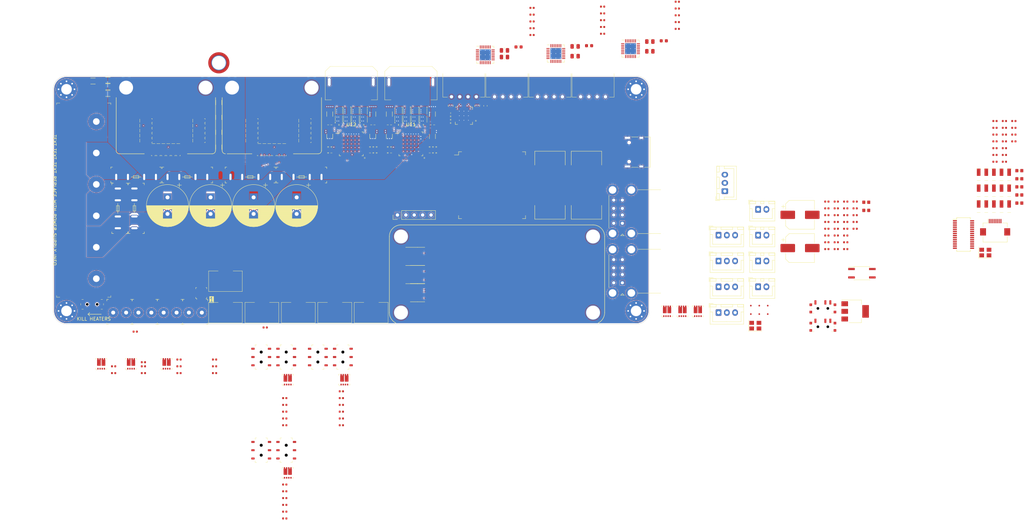
<source format=kicad_pcb>
(kicad_pcb (version 20221018) (generator pcbnew)
  (layers (0 "F.Cu" signal) (1 "In1.Cu" power) (2 "In2.Cu" power) (31 "B.Cu" signal) (34 "B.Paste" user) (35 "F.Paste" user) (36 "B.SilkS" user "B.Silkscreen") (37 "F.SilkS" user "F.Silkscreen") (38 "B.Mask" user) (39 "F.Mask" user) (44 "Edge.Cuts" user))
  (net 0 "")
  (net 1 "GND")
  (net 2 "+3.3V")
  (net 3 "VMB")
  (net 4 "/Motor 0 (TMC2208)/B2")
  (net 5 "/Motor 0 (TMC2208)/B1")
  (net 6 "/Motor 0 (TMC2208)/A1")
  (net 7 "/Motor 0 (TMC2208)/A2")
  (net 8 "/Motor 1 (TMC2208)/B2")
  (net 9 "/Motor 1 (TMC2208)/B1")
  (net 10 "/Motor 1 (TMC2208)/A1")
  (net 11 "/Motor 1 (TMC2208)/A2")
  (net 12 "/Motor 2 (TMC2208)/B2")
  (net 13 "/Motor 2 (TMC2208)/B1")
  (net 14 "/Motor 2 (TMC2208)/A1")
  (net 15 "/Motor 2 (TMC2208)/A2")
  (net 16 "/Motor 3 (TMC2208)/B2")
  (net 17 "/Motor 3 (TMC2208)/B1")
  (net 18 "/Motor 3 (TMC2208)/A1")
  (net 19 "/Motor 3 (TMC2208)/A2")
  (net 20 "/Motor 0 (TMC2208)/Diag")
  (net 21 "/Motor 0 (TMC2208)/Index")
  (net 22 "/Motor 0 (TMC2208)/Clk")
  (net 23 "+12V")
  (net 24 "/_{M0}~{En}")
  (net 25 "/Motor 0 (TMC2208)/VRef")
  (net 26 "/_{M1}~{En}")
  (net 27 "/Motor 1 (TMC2208)/Diag")
  (net 28 "/Motor 1 (TMC2208)/Index")
  (net 29 "/Motor 1 (TMC2208)/Clk")
  (net 30 "/_{M2}~{En}")
  (net 31 "/Motor 1 (TMC2208)/VRef")
  (net 32 "/_{M3}~{En}")
  (net 33 "/Motor 4 (TMCx160)/Motor_A1")
  (net 34 "/Motor 2 (TMC2208)/Diag")
  (net 35 "/Motor 2 (TMC2208)/Index")
  (net 36 "/Motor 2 (TMC2208)/Clk")
  (net 37 "/Motor 4 (TMCx160)/CA1")
  (net 38 "/_{M3}UART")
  (net 39 "/Motor 2 (TMC2208)/VRef")
  (net 40 "/_{M3}Step")
  (net 41 "/Motor 4 (TMCx160)/Motor_B1")
  (net 42 "/Motor 3 (TMC2208)/Diag")
  (net 43 "/Motor 3 (TMC2208)/Index")
  (net 44 "/Motor 3 (TMC2208)/Clk")
  (net 45 "/Motor 4 (TMCx160)/CB1")
  (net 46 "/_{M3}Dir")
  (net 47 "/Motor 3 (TMC2208)/VRef")
  (net 48 "/_{M1}Dir")
  (net 49 "/Motor 0 (TMC2208)/BRA")
  (net 50 "/Motor 0 (TMC2208)/BRB")
  (net 51 "/Motor 1 (TMC2208)/BRA")
  (net 52 "/Motor 1 (TMC2208)/BRB")
  (net 53 "/Motor 2 (TMC2208)/BRA")
  (net 54 "/Motor 2 (TMC2208)/BRB")
  (net 55 "/Motor 3 (TMC2208)/BRA")
  (net 56 "/Motor 3 (TMC2208)/BRB")
  (net 57 "/Motor 4 (TMCx160)/CA2")
  (net 58 "/Motor 4 (TMCx160)/Motor_A2")
  (net 59 "/Motor 4 (TMCx160)/CB2")
  (net 60 "/Motor 4 (TMCx160)/Motor_B2")
  (net 61 "Net-(U7-VCP)")
  (net 62 "Net-(U7-CPI)")
  (net 63 "Net-(U7-CPO)")
  (net 64 "/Motor 5 (TMCx160)/Motor_A1")
  (net 65 "/Motor 5 (TMCx160)/CA1")
  (net 66 "/Motor 5 (TMCx160)/Motor_B1")
  (net 67 "/Motor 5 (TMCx160)/CB1")
  (net 68 "/Motor 5 (TMCx160)/CA2")
  (net 69 "/Motor 5 (TMCx160)/Motor_A2")
  (net 70 "/Motor 5 (TMCx160)/CB2")
  (net 71 "/Motor 5 (TMCx160)/Motor_B2")
  (net 72 "Net-(D13-A)")
  (net 73 "Net-(U1-PH0)")
  (net 74 "/Pi Zero + USB Hub/TXD")
  (net 75 "/Pi Zero + USB Hub/RXD")
  (net 76 "/Motor 4 (TMCx160)/HA2")
  (net 77 "/Motor 4 (TMCx160)/LA2")
  (net 78 "/Motor 4 (TMCx160)/SRAH")
  (net 79 "/Motor 4 (TMCx160)/SRAL")
  (net 80 "/Motor 4 (TMCx160)/HA1")
  (net 81 "/Motor 4 (TMCx160)/LA1")
  (net 82 "/Motor 4 (TMCx160)/HB2")
  (net 83 "/Motor 4 (TMCx160)/LB2")
  (net 84 "/Motor 4 (TMCx160)/SRBH")
  (net 85 "/Motor 4 (TMCx160)/SRBL")
  (net 86 "/Motor 4 (TMCx160)/HB1")
  (net 87 "/Motor 4 (TMCx160)/LB1")
  (net 88 "/Motor 5 (TMCx160)/HA2")
  (net 89 "/Motor 5 (TMCx160)/LA2")
  (net 90 "/Motor 5 (TMCx160)/SRAH")
  (net 91 "/Motor 5 (TMCx160)/SRAL")
  (net 92 "/Motor 5 (TMCx160)/HA1")
  (net 93 "/Motor 5 (TMCx160)/LA1")
  (net 94 "/Motor 5 (TMCx160)/HB2")
  (net 95 "/Motor 5 (TMCx160)/LB2")
  (net 96 "/Motor 5 (TMCx160)/SRBH")
  (net 97 "/Motor 5 (TMCx160)/SRBL")
  (net 98 "/Motor 5 (TMCx160)/HB1")
  (net 99 "/Motor 5 (TMCx160)/LB1")
  (net 100 "/_{M10}Step")
  (net 101 "/_{M10}Dir")
  (net 102 "/~{Reset}")
  (net 103 "+5V")
  (net 104 "/_{M0}UART")
  (net 105 "/_{M0}Step")
  (net 106 "/_{M0}Dir")
  (net 107 "/_{M1}Step")
  (net 108 "/Motor 4 (TMCx160)/Clk")
  (net 109 "/_{M12}Step")
  (net 110 "/_{M12}Dir")
  (net 111 "/_{M22}Step")
  (net 112 "/_{M20}Step")
  (net 113 "/_{M22}Dir")
  (net 114 "/Motor 4 (TMCx160)/ENCB")
  (net 115 "/Motor 4 (TMCx160)/ENCA")
  (net 116 "/Motor 4 (TMCx160)/ENCN")
  (net 117 "/Motor 4 (TMCx160)/Diag0")
  (net 118 "/_{M4}Diag1")
  (net 119 "/Motor 5 (TMCx160)/Clk")
  (net 120 "/_{M20}Dir")
  (net 121 "/_{M4}Step")
  (net 122 "/_{M4}Dir")
  (net 123 "/_{M5}Step")
  (net 124 "/_{M5}Dir")
  (net 125 "/Motor 5 (TMCx160)/ENCB")
  (net 126 "/Motor 5 (TMCx160)/ENCA")
  (net 127 "/Motor 5 (TMCx160)/ENCN")
  (net 128 "/Motor 5 (TMCx160)/Diag0")
  (net 129 "/Motor 5 (TMCx160)/Diag1")
  (net 130 "VMC")
  (net 131 "+48V")
  (net 132 "/BOOT0")
  (net 133 "Net-(D2-K)")
  (net 134 "Net-(Q13-S-Pad4)")
  (net 135 "Net-(D5-K)")
  (net 136 "Net-(D7-K)")
  (net 137 "Net-(D10-K)")
  (net 138 "Net-(U1-PH1)")
  (net 139 "Net-(U1-VCAP_2)")
  (net 140 "/Bed_H-")
  (net 141 "Net-(J14-Pin_1)")
  (net 142 "Net-(J14-Pin_2)")
  (net 143 "Net-(J15-Pin_1)")
  (net 144 "Net-(J15-Pin_2)")
  (net 145 "Net-(J16-Pin_1)")
  (net 146 "Net-(J16-Pin_2)")
  (net 147 "/ES0")
  (net 148 "/ES1")
  (net 149 "/ES2")
  (net 150 "/ES3")
  (net 151 "/Fan3_Gate")
  (net 152 "/Fan1_Gate")
  (net 153 "/Fan5_Gate")
  (net 154 "/Fan2_Gate")
  (net 155 "/Fan0_Gate")
  (net 156 "/Fan4_Gate")
  (net 157 "/HE1_Gate")
  (net 158 "/HE0_Gate")
  (net 159 "Net-(U1-VCAP_1)")
  (net 160 "Net-(J2-Pin_1)")
  (net 161 "Net-(J17-Pin_2)")
  (net 162 "Net-(J18-Pin_2)")
  (net 163 "Net-(J19-Pin_2)")
  (net 164 "+24V")
  (net 165 "Net-(J1-CC1)")
  (net 166 "Net-(J1-D+-PadA6)")
  (net 167 "Net-(J1-D--PadA7)")
  (net 169 "Net-(J1-CC2)")
  (net 171 "Net-(D17-K)")
  (net 172 "Net-(U7-5VOut)")
  (net 173 "/Bed_H+")
  (net 174 "/BG")
  (net 175 "Net-(D8-K)")
  (net 176 "Net-(D6-K)")
  (net 177 "Net-(J20-Pin_2)")
  (net 178 "Net-(D9-K)")
  (net 179 "Net-(D11-K)")
  (net 180 "/Th_{0}")
  (net 181 "/Th_{1}")
  (net 182 "/Th_{2}")
  (net 183 "/Th_{3}")
  (net 184 "/Pi Zero + USB Hub/D1+")
  (net 185 "/Pi Zero + USB Hub/D1-")
  (net 186 "/Pi Zero + USB Hub/D2+")
  (net 187 "/Pi Zero + USB Hub/D2-")
  (net 188 "/Pi Zero + USB Hub/D3+")
  (net 189 "/Pi Zero + USB Hub/D3-")
  (net 190 "/Pi Zero + USB Hub/D4+")
  (net 191 "/Pi Zero + USB Hub/D4-")
  (net 192 "/Pi Zero + USB Hub/DU+")
  (net 193 "/Pi Zero + USB Hub/DU-")
  (net 194 "/Pi Zero + USB Hub/5VDet")
  (net 195 "/_{M1}UART")
  (net 196 "/_{M2}Dir")
  (net 197 "/_{M2}Step")
  (net 198 "/Buzzer")
  (net 199 "/Btn_Enc")
  (net 200 "/LCD_En")
  (net 201 "/LCD_Rs")
  (net 202 "/LCD_D4")
  (net 203 "/LCD_D5")
  (net 204 "/LCD_D6")
  (net 205 "/LCD_D7")
  (net 206 "/_{M2}UART")
  (net 207 "/SClk_{3}")
  (net 208 "/MISO_{3}")
  (net 209 "/MOSI_{3}")
  (net 211 "/HE2_Gate")
  (net 212 "/HE3_Gate")
  (net 213 "/Fan0")
  (net 214 "/Fan1")
  (net 215 "/Bed")
  (net 216 "/HE0")
  (net 217 "/HE1")
  (net 218 "/Fan3")
  (net 219 "/Fan2")
  (net 220 "/HE2")
  (net 221 "/HE3")
  (net 222 "/Fan5")
  (net 223 "/Fan4")
  (net 225 "Net-(D1-K)")
  (net 226 "Net-(U8-5VOut)")
  (net 227 "Net-(U8-VCP)")
  (net 228 "/Probe")
  (net 229 "/Btn_En2")
  (net 230 "/SD_CS")
  (net 231 "/Btn_En1")
  (net 232 "/SD_Det")
  (net 233 "/_{M10}~{CS}")
  (net 234 "/_{M12}~{CS}")
  (net 235 "/_{M20}~{CS}")
  (net 236 "/_{M22}~{CS}")
  (net 237 "/_{M4}~{CS}")
  (net 238 "/_{M4}~{En}")
  (net 239 "/_{M5}~{CS}")
  (net 240 "/_{M5}~{En}")
  (net 241 "/_{M22}~{En}")
  (net 242 "/_{M10}~{En}")
  (net 243 "/_{M12}~{En}")
  (net 244 "/_{M20}~{En}")
  (net 245 "Net-(U8-CPO)")
  (net 246 "Net-(U8-CPI)")
  (net 247 "Net-(U9-5VOut)")
  (net 248 "/HeEn")
  (net 249 "Net-(U9-VCP)")
  (net 250 "Net-(U9-CPO)")
  (net 251 "Net-(U9-CPI)")
  (net 252 "Net-(U10-5VOut)")
  (net 253 "Net-(U10-VCP)")
  (net 254 "Net-(U10-CPO)")
  (net 255 "Net-(U10-CPI)")
  (net 256 "Net-(C38-Pad1)")
  (net 257 "Net-(U11-CPO)")
  (net 258 "Net-(U11-VCP)")
  (net 259 "Net-(U11-CPI)")
  (net 260 "Net-(U11-5VOUT)")
  (net 261 "Net-(U11-VCC)")
  (net 262 "Net-(C44-Pad2)")
  (net 263 "Net-(C53-Pad1)")
  (net 264 "Net-(U12-CPO)")
  (net 265 "Net-(U12-VCP)")
  (net 266 "Net-(U12-CPI)")
  (net 267 "Net-(U12-5VOUT)")
  (net 268 "Net-(U12-VCC)")
  (net 269 "Net-(C59-Pad2)")
  (net 270 "Net-(D3-K)")
  (net 271 "Net-(D4-K)")
  (net 272 "Net-(D12-K)")
  (net 273 "Net-(D13-K)")
  (net 274 "Net-(D15-A)")
  (net 275 "Net-(J3-Pin_2)")
  (net 276 "Net-(J3-Pin_4)")
  (net 277 "Net-(J2-Pin_3)")
  (net 278 "Net-(J17-Pin_1)")
  (net 279 "Net-(J18-Pin_1)")
  (net 280 "Net-(J19-Pin_1)")
  (net 281 "Net-(J21-Pin_2)")
  (net 282 "Net-(J22-Pin_2)")
  (net 283 "Net-(J23-Pin_2)")
  (net 284 "Net-(J25-Pin_2)")
  (net 285 "Net-(J25-Pin_3)")
  (net 288 "Net-(J25-Pin_6)")
  (net 289 "Net-(J25-Pin_7)")
  (net 290 "Net-(J25-Pin_8)")
  (net 291 "Net-(J26-D1-)")
  (net 292 "Net-(J26-D1+)")
  (net 293 "Net-(J26-D2-)")
  (net 294 "Net-(J26-D2+)")
  (net 295 "Net-(J27-D1-)")
  (net 296 "Net-(J27-D1+)")
  (net 297 "Net-(J27-D2-)")
  (net 298 "Net-(J27-D2+)")
  (net 299 "Net-(Q5-S-Pad4)")
  (net 300 "Net-(Q11-S-Pad4)")
  (net 301 "Net-(Q17-S-Pad4)")
  (net 302 "Net-(U1-PA11)")
  (net 303 "Net-(U1-PA12)")
  (net 304 "Net-(R10-Pad2)")
  (net 305 "Net-(R12-Pad1)")
  (net 306 "Net-(R68-Pad1)")
  (net 307 "Net-(U13-DPU)")
  (net 308 "Net-(U13-DMU)")
  (net 309 "Net-(U13-XRstJ)")
  (net 310 "Net-(U13-RExt)")
  (net 311 "Net-(U13-LED2)")
  (net 312 "Net-(U13-LED1)")
  (net 430 "Net-(U13-XOut)")
  (net 431 "Net-(U13-XIn)")
  (footprint "AlphaLib:0402R" (layer "F.Cu") (at 127 141.45)
    (fp_text reference "R48" hide)
    (fp_text value "1kΩ")
  )
  (footprint "AlphaLib:0402LED" (layer "F.Cu") (at 88.705 125.685)
    (fp_text reference "D12" hide)
    (fp_text value "Red")
  )
  (footprint "corevus:M3_M2.5_PCB_Nut" (layer "F.Cu") (at 145 88.5)
    (fp_text reference "H9" hide)
    (fp_text value "M2.5")
  )
  (footprint "corevus:AGM308MBP" (layer "F.Cu") (at 74.215 126.985)
    (fp_text reference "Q25" hide)
    (fp_text value "AGM308MBP")
  )
  (footprint "AlphaLib:0402C" (layer "F.Cu") (at 228.44 17.54)
    (fp_text reference "C18" hide)
    (fp_text value "100nF")
  )
  (footprint "AlphaLib:0402C" (layer "F.Cu") (at 273.6 88.2)
    (fp_text reference "C6" hide)
    (fp_text value "1μF")
  )
  (footprint "AlphaLib:0402C" (layer "F.Cu") (at 133.75 54.75 180)
    (fp_text reference "C64" hide)
    (fp_text value "220nF")
  )
  (footprint "AlphaLib:0402R" (layer "F.Cu") (at 282.15 80)
    (fp_text reference "R15" hide)
    (fp_text value "4.7kΩ")
  )
  (footprint "AlphaLib:0402C" (layer "F.Cu") (at 137.65 61.45 -90)
    (fp_text reference "C54" hide)
    (fp_text value "100nF 16V")
  )
  (footprint "corevus:MS-22C01_SPDT" (layer "F.Cu") (at 127.45 124.93)
    (fp_text reference "SW4" hide)
    (fp_text value "SPDT, 2A")
  )
  (footprint "AlphaLib:0402C" (layer "F.Cu") (at 184.58 25.545)
    (fp_text reference "C31" hide)
    (fp_text value "22nF 50V")
  )
  (footprint "corevus:DMT6016LFDF" (layer "F.Cu") (at 144.25 50.5 180)
    (fp_text reference "Q11" hide)
    (fp_text value "DMT6016LFDF")
  )
  (footprint "Capacitor_SMD:C_0603_1608Metric" (layer "F.Cu") (at 224.36 29.35)
    (fp_text reference "C22" hide)
    (fp_text value "1μF 50V")
  )
  (footprint "corevus:MSS12C02-LS" (layer "F.Cu") (at 51.75 109 180)
    (fp_text reference "SW9" hide)
    (fp_text value "SW_SPDT")
  )
  (footprint "corevus:MS-22C01_SPDT" (layer "F.Cu") (at 102.8 153.1)
    (fp_text reference "SW7" hide)
    (fp_text value "SPDT, 2A")
  )
  (footprint "Capacitor_SMD:C_1206_3216Metric" (layer "F.Cu") (at 90 48 90)
    (fp_text reference "C71" hide)
    (fp_text value "1μF 63V")
  )
  (footprint "Connector_JST:JST_XH_B3B-XH-A_1x03_P2.50mm_Vertical" (layer "F.Cu") (at 242.8 74.8 90)
    (fp_text reference "J2" hide)
    (fp_text value "JST XH")
  )
  (footprint "Fiducial:Fiducial_0.5mm_Mask1mm" (layer "F.Cu") (at 250.65 109.4)
    (fp_text reference "FID1" hide)
    (fp_text value "Fiducial")
  )
  (footprint "corevus:LGA_Spring_3.5x1" (layer "F.Cu") (at 321.745 73.675)
    (fp_text reference "T39" hide)
    (fp_text value "Gnd")
  )
  (footprint "Resistor_SMD:R_0805_2012Metric" (layer "F.Cu") (at 176.25 34.25)
    (fp_text reference "R27" hide)
    (fp_text value "100mΩ")
  )
  (footprint "corevus:XKB_X8821WR-04S" (layer "F.Cu") (at 164 46.255)
    (fp_text reference "M4" hide)
    (fp_text value "JST XH")
  )
  (footprint "AlphaLib:0402C" (layer "F.Cu") (at 135.65 61.45 90)
    (fp_text reference "C53" hide)
    (fp_text value "47nF 50V")
  )
  (footprint "AlphaLib:0402C" (layer "F.Cu") (at 273.6 92.3)
    (fp_text reference "C8" hide)
    (fp_text value "1μF")
  )
  (footprint "Resistor_SMD:R_0805_2012Metric" (layer "F.Cu") (at 197.59 31.045)
    (fp_text reference "R23" hide)
    (fp_text value "100mΩ")
  )
  (footprint "AlphaLib:0402C" (layer "F.Cu") (at 142 61.45 90)
    (fp_text reference "C42" hide)
    (fp_text value "2.2μF")
  )
  (footprint "AlphaLib:0402R" (layer "F.Cu") (at 155 54.75 -90)
    (fp_text reference "R34" hide)
    (fp_text value "47Ω")
  )
  (footprint "Package_SO:TSSOP-16_4.4x5mm_P0.65mm" (layer "F.Cu") (at 150 100)
    (fp_text reference "U3" hide)
    (fp_text value "CD40109B")
  )
  (footprint "corevus:XKB_X8821WR-04S" (layer "F.Cu") (at 177 46.255)
    (fp_text reference "M3" hide)
    (fp_text value "JST XH")
  )
  (footprint "corevus:MS-22C01_SPDT" (layer "F.Cu") (at 119.9 124.93)
    (fp_text reference "SW3" hide)
    (fp_text value "SPDT, 2A")
  )
  (footprint "AlphaLib:0402C" (layer "F.Cu") (at 184.58 23.495)
    (fp_text reference "C30" hide)
    (fp_text value "100nF 16V")
  )
  (footprint "AlphaLib:0402C" (layer "F.Cu") (at 126.25 54.75)
    (fp_text reference "C63" hide)
    (fp_text value "220nF")
  )
  (footprint "corevus:LGA_Spring" (layer "F.Cu") (at 117.25 55 -90)
    (fp_text reference "T10" hide)
    (fp_text value "TestPoint")
  )
  (footprint "corevus:LGA_Spring" (layer "F.Cu") (at 69.25 53.5 -90)
    (fp_text reference "T27" hide)
    (fp_text value "TestPoint")
  )
  (footprint "corevus:LGA_Spring" (layer "F.Cu") (at 117.25 56.5 -90)
    (fp_text reference "T14" hide)
    (fp_text value "TestPoint")
  )
  (footprint "corevus:DMT6016LFDF" (layer "F.Cu") (at 128.75 53)
    (fp_text reference "Q16" hide)
    (fp_text value "DMT6016LFDF")
  )
  (footprint "AlphaLib:0402C" (layer "F.Cu") (at 205.88 21.065)
    (fp_text reference "C24" hide)
    (fp_text value "1μF")
  )
  (footprint "AlphaLib:0402R" (layer "F.Cu") (at 109.9 171.67)
    (fp_text reference "R57" hide)
    (fp_text value "10kΩ")
  )
  (footprint "corevus:LGA_Spring" (layer "F.Cu") (at 101.25 56.5 -90)
    (fp_text reference "T13" hide)
    (fp_text value "TestPoint")
  )
  (footprint "AlphaLib:0402LED" (layer "F.Cu") (at 127 135.3)
    (fp_text reference "D3" hide)
    (fp_text value "Red")
  )
  (footprint "corevus:LGA_Spring" (layer "F.Cu") (at 85.25 58 -90)
    (fp_text reference "T32" hide)
    (fp_text value "TestPoint")
  )
  (footprint "corevus:AGM308MBP" (layer "F.Cu") (at 110.8 131.78)
    (fp_text reference "Q21" hide)
    (fp_text value "AGM308MBP")
  )
  (footprint "Resistor_SMD:R_0805_2012Metric" (layer "F.Cu") (at 176.25 32.25)
    (fp_text reference "R26" hide)
    (fp_text value "100mΩ")
  )
  (footprint "MountingHole:MountingHole_3.2mm_M3_Pad_Via" (layer "F.Cu") (at 216 44)
    (fp_text reference "H3" hide)
    (fp_text value "MountingHole")
  )
  (footprint "corevus:IDC-Header_2x05_P2.54mm_Vertical_SMD" (layer "F.Cu") (at 201 73)
    (fp_text reference "J13" hide)
    (fp_text value "EXP2")
  )
  (footprint "corevus:DMT6016LFDF" (layer "F.Cu") (at 146.75 53)
    (fp_text reference "Q8" hide)
    (fp_text value "DMT6016LFDF")
  )
  (footprint "corevus:LGA_Spring" (layer "F.Cu") (at 117.25 53.5 -90)
    (fp_text reference "T12" hide)
    (fp_text value "TestPoint")
  )
  (footprint "AlphaLib:0402R" (layer "F.Cu") (at 324.37 63.85)
    (fp_text reference "R71" hide)
    (fp_text value "10kΩ")
  )
  (footprint "AlphaLib:0402R" (layer "F.Cu") (at 282.15 82.05)
    (fp_text reference "R16" hide)
    (fp_text value "4.7kΩ")
  )
  (footprint "AlphaLib:0402C" (layer "F.Cu") (at 136.65 63.25 -90)
    (fp_text reference "C61" hide)
    (fp_text value "100nF 50V")
  )
  (footprint "corevus:AGM308MBP" (layer "F.Cu") (at 230 111.1)
    (fp_text reference "Q2" hide)
    (fp_text value "AGM308MBP")
  )
  (footprint "AlphaLib:0402LED" (layer "F.Cu") (at 109.9 137.35)
    (fp_text reference "D6" hide)
    (fp_text value "Red")
  )
  (footprint "AlphaLib:0402R" (layer "F.Cu") (at 88.705 129.785)
    (fp_text reference "R66" hide)
    (fp_text value "10kΩ")
  )
  (footprint "AlphaLib:0402R" (layer "F.Cu") (at 135.65 63.25 90)
    (fp_text reference "R39" hide)
    (fp_text value "10kΩ")
  )
  (footprint "AlphaLib:0402C" (layer "F.Cu") (at 155.65 63.25 -90)
    (fp_text reference "C44" hide)
    (fp_text value "100nF 50V")
  )
  (footprint "AlphaLib:0402LED" (layer "F.Cu") (at 104 116)
    (fp_text reference "D5" hide)
    (fp_text value "Red")
  )
  (footprint "AlphaLib:0402LED" (layer "F.Cu") (at 67.225 126.5)
    (fp_text reference "D9" hide)
    (fp_text value "Red")
  )
  (footprint "AlphaLib:0402R" (layer "F.Cu") (at 279.3 90.25)
    (fp_text reference "R12" hide)
    (fp_text value "1kΩ")
  )
  (footprint "corevus:ShouHan_2.54-2PLT" (layer "F.Cu") (at 136 114.5 180)
    (fp_text reference "J18" hide)
    (fp_text value "JST XH")
  )
  (footprint "corevus:LGA_Spring" (layer "F.Cu") (at 69.25 56.5 -90)
    (fp_text reference "T29" hide)
    (fp_text value "TestPoint")
  )
  (footprint "corevus:XKB_X8821WR-04S" (layer "F.Cu") (at 190 46.255)
    (fp_text reference "M2" hide)
    (fp_text value "JST XH")
  )
  (footprint "corevus:LGA_Spring" (layer "F.Cu") (at 69.25 58 -90)
    (fp_text reference "T31" hide)
    (fp_text value "TestPoint")
  )
  (footprint "AlphaLib:0402C" (layer "F.Cu") (at 151.75 54.75 180)
    (fp_text reference "C49" hide)
    (fp_text value "220nF")
  )
  (footprint "AlphaLib:0603C" (layer "F.Cu") (at 285.5 78.15)
    (fp_text reference "C10" hide)
    (fp_text value "10μF")
  )
  (footprint "corevus:LGA_Spring_3.5x1" (layer "F.Cu") (at 319.445 68.875)
    (fp_text reference "T33" hide)
    (fp_text value "5V")
  )
  (footprint "corevus:DMT6016LFDF" (layer "F.Cu") (at 149.25 50.5 180)
    (fp_text reference "Q7" hide)
    (fp_text value "DMT6016LFDF")
  )
  (footprint "AlphaLib:0402C" (layer "F.Cu") (at 141 63.25 90)
    (fp_text reference "C43" hide)
    (fp_text value "470nF")
  )
  (footprint "AlphaLib:0402R" (layer "F.Cu") (at 137 54.75 -90)
    (fp_text reference "R42" hide)
    (fp_text value "47Ω")
  )
  (footprint "corevus:LGA_Spring_3.5x1" (layer "F.Cu") (at 324.045 73.675)
    (fp_text reference "T40" hide)
    (fp_text value "MOSI")
  )
  (footprint "corevus:DMT6016LFDF" (layer "F.Cu") (at 131.25 53)
    (fp_text reference "Q14" hide)
    (fp_text value "DMT6016LFDF")
  )
  (footprint "AlphaLib:0402C" (layer "F.Cu") (at 160 52.2 180)
    (fp_text reference "C36" hide)
    (fp_text value "22nF 50V")
  )
  (footprint "Capacitor_SMD:C_1206_3216Metric" (layer "F.Cu") (at 141.5 58.25 90)
    (fp_text reference "C51" hide)
    (fp_text value "1μF 100V")
  )
  (footprint "corevus:MS-22C01_SPDT" (layer "F.Cu") (at 110.35 124.93)
    (fp_text reference "SW6" hide)
    (fp_text value "SPDT, 2A")
  )
  (footprint "AlphaLib:0402R" (layer "F.Cu") (at 228.44 25.74)
    (fp_text reference "R19" hide)
    (fp_text value "10kΩ")
  )
  (footprint "AlphaLib:0402R" (layer "F.Cu") (at 142 54.75 -90)
    (fp_text reference "R36" hide)
    (fp_text value "47Ω")
  )
  (footprint "corevus:ShouHan_2.54-2PLT" (layer "F.Cu") (at 92 114.5 180)
    (fp_text reference "J16" hide)
    (fp_text value "JST XH")
  )
  (footprint "AlphaLib:0402C" (layer "F.Cu") (at 128.75 54.75)
    (fp_text reference "C65" hide)
    (fp_text value "220nF")
  )
  (footprint "AlphaLib:0402C" (layer "F.Cu") (at 276.45 77.95)
    (fp_text reference "C9" hide)
    (fp_text value "1μF")
  )
  (footprint "Connector_JST:JST_XH_B3B-XH-A_1x03_P2.50mm_Vertical" (layer "F.Cu") (at 240.9 95.9)
    (fp_text reference "J5" hide)
    (fp_text value "JST XH")
  )
  (footprint "corevus:ShouHan_2.54-2PLT" (layer "F.Cu") (at 125 114.5 180)
    (fp_text reference "J14" hide)
    (fp_text value "JST XH")
  )
  (footprint "AlphaLib:0402R" (layer "F.Cu") (at 282.15 77.95)
    (fp_text reference "R14" hide)
    (fp_text value "10kΩ")
  )
  (footprint "AlphaLib:0402R" (layer "F.Cu") (at 279.3 82.05)
    (fp_text reference "R8" hide)
    (fp_text value "200kΩ")
  )
  (footprint "AlphaLib:0402LED" (layer "F.Cu") (at 276.45 80)
    (fp_text reference "D1" hide)
    (fp_text value "Red")
  )
  (footprint "corevus:DMT6016LFDF" (layer "F.Cu") (at 133.75 50.5 180)
    (fp_text reference "Q13" hide)
    (fp_text value "DMT6016LFDF")
  )
  (footprint "AlphaLib:0402C" (layer "F.Cu") (at 144.25 54.75)
    (fp_text reference "C48" hide)
    (fp_text value "220nF")
  )
  (footprint "corevus:LGA_Spring" (layer "F.Cu") (at 101.25 58 -90)
    (fp_text reference "T15" hide)
    (fp_text value "TestPoint")
  )
  (footprint "AlphaLib:0402R" (layer "F.Cu") (at 330.07 59.75)
    (fp_text reference "R83" hide)
    (fp_text value "330Ω")
  )
  (footprint "corevus:XKB_X8821WR-04S" (layer "F.Cu") (at 203 46.255)
    (fp_text reference "M1" hide)
    (fp_text value "JST XH")
  )
  (footprint "AlphaLib:0402C" (layer "F.Cu") (at 131.25 54.75)
    (fp_text reference "C62" hide)
    (fp_text value "220nF")
  )
  (footprint "AlphaLib:0402R" (layer "F.Cu") (at 324.37 57.7)
    (fp_text reference "R68" hide)
    (fp_text value "300Ω")
  )
  (footprint "AlphaLib:0603LED" (layer "F.Cu") (at 331.72 73.5)
    (fp_text reference "D15" hide)
    (fp_text value "P3")
  )
  (footprint "AlphaLib:0402LED" (layer "F.Cu") (at 276.45 82.05)
    (fp_text reference "D2" hide)
    (fp_text value "Red")
  )
  (footprint "Package_DFN_QFN:TQFN-28-1EP_5x5mm_P0.5mm_EP3.25x3.25mm_ThermalVias" (layer "F.Cu") (at 191.76 33.195)
    (fp_text reference "U8" hide)
    (fp_text value "TMC2208-LA")
  )
  (footprint "corevus:XF-505P" (layer "F.Cu") (at 64.5 80 -90)
    (fp_text reference "F6" hide)
    (fp_text value "10A")
  )
  (footprint "AlphaLib:0402C" (layer "F.Cu") (at 160 54.2)
    (fp_text reference "C34" hide)
    (fp_text value "1μF")
  )
  (footprint "AlphaLib:0402R" (layer "F.Cu") (at 58.225 127.735)
    (fp_text reference "R61" hide)
    (fp_text value "1kΩ")
  )
  (footprint "Crystal:Crystal_SMD_3225-4Pin_3.2x2.5mm" (layer "F.Cu") (at 321.47 93.35)
    (fp_text reference "Y2" hide)
    (fp_text value "12MHz")
  )
  (footprint "AlphaLib:0603LED" (layer "F.Cu") (at 331.72 78.4)
    (fp_text reference "D17" hide)
    (fp_text value "Red")
  )
  (footprint "AlphaLib:0402R" (layer "F.Cu") (at 67.225 127.735)
    (fp_text reference "R59" hide)
    (fp_text value "1kΩ")
  )
  (footprint "Capacitor_SMD:C_1206_3216Metric" (layer "F.Cu") (at 154.5 58.25 90)
    (fp_text reference "C52" hide)
    (fp_text value "1μF 100V")
  )
  (footprint "Fiducial:Fiducial_0.5mm_Mask1mm" (layer "F.Cu") (at 255.75 109.4)
    (fp_text reference "FID5" hide)
    (fp_text value "Fiducial")
  )
  (footprint "corevus:LGA_Spring" (layer "F.Cu") (at 69.25 59.5 -90)
    (fp_text reference "T23" hide)
    (fp_text value "TestPoint")
  )
  (footprint "corevus:XKB_X3025WRS-04C" (layer "F.Cu") (at 130 41.8)
    (fp_text reference "M6" hide)
    (fp_text value "Micro-Fit 3.0")
  )
  (footprint "Connector_PinHeader_2.54mm:PinHeader_1x05_P2.54mm_Vertical" (layer "F.Cu") (at 143.925 82 90)
    (fp_text reference "J24" hide)
    (fp_text value "Conn_01x05_Pin")
  )
  (footprint "corevus:DMT6016LFDF" (layer "F.Cu") (at 133.75 53)
    (fp_text reference "Q12" hide)
    (fp_text value "DMT6016LFDF")
  )
  (footprint "corevus:LGA_Spring_3.5x1" (layer "F.Cu") (at 321.745 68.875)
    (fp_text reference "T34" hide)
    (fp_text value "5V")
  )
  (footprint "Resistor_SMD:R_1206_3216Metric" (layer "F.Cu") (at 154.5 51.5 90)
    (fp_text reference "R35" hide)
    (fp_text value "33mΩ")
  )
  (footprint "AlphaLib:0402C" (layer "F.Cu") (at 205.88 23.115)
    (fp_text reference "C25" hide)
    (fp_text value "100nF 16V")
  )
  (footprint "AlphaLib:0402C" (layer "F.Cu") (at 184.58 21.445)
    (fp_text reference "C29" hide)
    (fp_text value "1μF")
  )
  (footprint "AlphaLib:0402R" (layer "F.Cu") (at 124 54.75 -90)
    (fp_text reference "R44" hide)
    (fp_text value "47Ω")
  )
  (footprint "corevus:XF-505P" (layer "F.Cu") (at 59.5 80 -90)
    (fp_text reference "F3" hide)
    (fp_text value "10A")
  )
  (footprint "corevus:MS-22C01_SPDT" (layer "F.Cu") (at 102.8 124.93)
    (fp_text reference "SW5" hide)
    (fp_text value "SPDT, 2A")
  )
  (footprint "Connector_JST:JST_XH_B3B-XH-A_1x03_P2.50mm_Vertical" (layer "F.Cu") (at 240.9 103.7)
    (fp_text reference "J6" hide)
    (fp_text value "JST XH")
  )
  (footprint "Capacitor_SMD:C_0603_1608Metric" (layer "F.Cu") (at 170.5 49 90)
    (fp_text reference "C37" hide)
    (fp_text value "1μF 50V")
  )
  (footprint "AlphaLib:0402C" (layer "F.Cu") (at 273.6 86.15)
    (fp_text reference "C5" hide)
    (fp_text value "100nF 50V")
  )
  (footprint "AlphaLib:0402LED" (layer "F.Cu") (at 127 137.35)
    (fp_text reference "D4" hide)
    (fp_text value "Red")
  )
  (footprint "corevus:LGA_Spring_3.5x1" (layer "F.Cu") (at 319.445 73.675)
    (fp_text reference "T38" hide)
    (fp_text value "V_{CC}")
  )
  (footprint "corevus:MSS12C02-LS" (layer "F.Cu") (at 272.4 115.78)
    (fp_text reference "SW2" hide)
    (fp_text value "SW_SPDT")
  )
  (footprint "Capacitor_THT:CP_Radial_D12.5mm_P5.00mm" (layer "F.Cu") (at 113.5 76.676041 -90)
    (fp_text reference "C13" hide)
    (fp_text value "470μF 63V")
  )
  (footprint "AlphaLib:0603LED" (layer "F.Cu") (at 331.72 75.95)
    (fp_text reference "D16" hide)
    (fp_text value "P1")
  )
  (footprint "AlphaLib:0402C" (layer "F.Cu") (at 141 61.45 90)
    (fp_text reference "C45" hide)
    (fp_text value "2.2μF")
  )
  (footprint "AlphaLib:0402C" (layer "F.Cu") (at 228.44 21.64)
    (fp_text reference "C20" hide)
    (fp_text value "100nF 16V")
  )
  (footprint "Connector_JST:JST_XH_B2B-XH-A_1x02_P2.50mm_Vertical" (layer "F.Cu") (at 252.85 103.7)
    (fp_text reference "J11" hide)
    (fp_text value "JST XH")
  )
  (footprint "corevus:LGA_Spring_3.5x1" (layer "F.Cu") (at 326.345 68.875)
    (fp_text reference "T36" hide)
    (fp_text value "TXD")
  )
  (footprint "corevus:DB125-3.81-2P" (layer "F.Cu") (at 60 111.5)
    (fp_text reference "J21" hide)
    (fp_text value "Screw_Terminal_01x02")
  )
  (footprint "Capacitor_THT:CP_Radial_D12.5mm_P5.00mm" (layer "F.Cu") (at 87.5 76.676041 -90)
    (fp_text reference "C14" hide)
    (fp_text value "470μF 63V")
  )
  (footprint "AlphaLib:0402C" (layer "F.Cu") (at 123 61.45 90)
    (fp_text reference "C60" hide)
    (fp_text value "2.2μF")
  )
  (footprint "corevus:ShouHan_2.54-2PLT" (layer "F.Cu") (at 92 105 180)
    (fp_text reference "J19" hide)
    (fp_text value "JST XH")
  )
  (footprint "corevus:MS-22C01_SPDT" (layer "F.Cu") (at 110.35 153.1)
    (fp_text reference "SW8" hide)
    (fp_text value "SPDT, 2A")
  )
  (footprint "AlphaLib:0402R" (layer "F.Cu") (at 109.9 143.5)
    (fp_text reference "R53" hide)
    (fp_text value "10kΩ")
  )
  (footprint "Connector_JST:JST_XH_B2B-XH-A_1x02_P2.50mm_Vertical" (layer "F.Cu") (at 252.85 88.1)
    (fp_text reference "J9" hide)
    (fp_text value "JST XH")
  )
  (footprint "AlphaLib:0402R" (layer "F.Cu") (at 327.22 63.85)
    (fp_text reference "R78" hide)
    (fp_text value "33Ω")
  )
  (footprint "Crystal:Crystal_SMD_3225-4Pin_3.2x2.5mm" (layer "F.Cu") (at 252 115.45)
    (fp_text reference "Y1" hide)
    (fp_text value "12 MHz")
  )
  (footprint "AlphaLib:0402C" (layer "F.Cu") (at 273.6 84.1)
    (fp_text reference "C4" hide)
    (fp_text value "2.2μF")
  )
  (footprint "corevus:LGA_Spring" (layer "F.Cu") (at 103.75 63.5 180)
    (fp_text reference "T2" hide)
    (fp_text value "SClk")
  )
  (footprint "corevus:LGA_Spring" (layer "F.Cu") (at 74.75 63.5 180)
    (fp_text reference "T19" hide)
    (fp_text value "Gnd")
  )
  (footprint "AlphaLib:0402R" (layer "F.Cu") (at 330.07 53.6)
    (fp_text reference "R80" hide)
    (fp_text value "33Ω")
  )
  (footprint "AlphaLib:0402R" (layer "F.Cu") (at 276.45 90.25)
    (fp_text reference "R4" hide)
    (fp_text value "33Ω")
  )
  (footprint "corevus:AGM308MBP" (layer "F.Cu") (at 234.65 111.1)
    (fp_text reference "Q3" hide)
    (fp_text value "AGM308MBP")
  )
  (footprint "corevus:LGA_Spring" (layer "F.Cu") (at 73.25 63.5 180)
    (fp_text reference "T21" hide)
    (fp_text value "MISO")
  )
  (footprint "MountingHole:MountingHole_3.2mm_M3_Pad_Via" (layer "F.Cu") (at 44 111)
    (fp_text reference "H2" hide)
    (fp_text value "MountingHole")
  )
  (footprint "corevus:LGA_Spring_3.5x1" (layer "F.Cu") (at 324.045 68.875)
    (fp_text reference "T35" hide)
    (fp_text value "Gnd")
  )
  (footprint "AlphaLib:0402R" (layer "F.Cu") (at 330.07 55.65)
    (fp_text reference "R81" hide)
    (fp_text value "33Ω")
  )
  (footprint "AlphaLib:0402R" (layer "F.Cu") (at 276.45 88.2)
    (fp_text reference "R3" hide)
    (fp_text value "100kΩ")
  )
  (footprint "Package_QFP:LQFP-144_20x20mm_P0.5mm" (layer "F.Cu") (at 172.5 73)
    (fp_text reference "U1" hide)
    (fp_text value "STM32F407ZETx")
  )
  (footprint "corevus:DMT6016LFDF" (layer "F.Cu") (at 146.75 50.5 180)
    (fp_text reference "Q9" hide)
    (fp_text value "DMT6016LFDF")
  )
  (footprint "AlphaLib:0402R" (layer "F.Cu") (at 160 51.2)
    (fp_text reference "R28" hide)
    (fp_text value "10kΩ")
  )
  (footprint "Capacitor_SMD:C_1206_3216Metric" (layer "F.Cu") (at 56.5 45.25 180)
    (fp_text reference "C73" hide)
    (fp_text value "1μF 63V")
  )
  (footprint "AlphaLib:0402R" (layer "F.Cu") (at 279.3 86.15)
    (fp_text reference "R10" hide)
    (fp_text value "1kΩ")
  )
  (footprint "corevus:DMT6016LFDF" (layer "F.Cu") (at 131.25 50.5 180)
    (fp_text reference "Q15" hide)
    (fp_text value "DMT6016LFDF")
  )
  (footprint "corevus:DMT6016LFDF" (layer "F.Cu") (at 128.75 50.5 180)
    (fp_text reference "Q17" hide)
    (fp_text value "DMT6016LFDF")
  )
  (footprint "Capacitor_SMD:CP_Elec_8x10.5" (layer "F.Cu") (at 265.5 81.95)
    (fp_text reference "C12" hide)
    (fp_text value "220μF 35V")
  )
  (footprint "Package_DFN_QFN:TQFN-28-1EP_5x5mm_P0.5mm_EP3.25x3.25mm_ThermalVias" (layer "F.Cu") (at 170.46 33.575)
    (fp_text reference "U9" hide)
    (fp_text value "TMC2208-LA")
  )
  (footprint "Resistor_SMD:R_0805_2012Metric" (layer "F.Cu") (at 168 49.005 -90)
    (fp_text reference "R29" hide)
    (fp_text value "100mΩ")
  )
  (footprint "AlphaLib:0402C" (layer "F.Cu") (at 123 63.25 90)
    (fp_text reference "C58" hide)
    (fp_text value "470nF")
  )
  (footprint "corevus:LGA_Spring_3.5x1" (layer "F.Cu") (at 328.645 73.675)
    (fp_text reference "T42" hide)
    (fp_text value "CS")
  )
  (footprint "Capacitor_SMD:CP_Elec_8x10.5" (layer "F.Cu") (at 265.5 92)
    (fp_text reference "C15" hide)
    (fp_text value "220μF 35V")
  )
  (footprint "corevus:DMT6016LFDF" (layer "F.Cu") (at 144.25 53)
    (fp_text reference "Q10" hide)
    (fp_text value "DMT6016LFDF")
  )
  (footprint "AlphaLib:0402R" (layer "F.Cu") (at 276.45 84.1)
    (fp_text reference "R1" hide)
    (fp_text value "10kΩ")
  )
  (footprint "corevus:MSS12C02-LS" (layer "F.Cu") (at 272.4 110.23)
    (fp_text reference "SW1" hide)
    (fp_text value "SW_SPDT")
  )
  (footprint "AlphaLib:0603C" (layer "F.Cu") (at 285.5 80.6)
    (fp_text reference "C11" hide)
    (fp_text value "10μF")
  )
  (footprint "Connector_JST:JST_XH_B3B-XH-A_1x03_P2.50mm_Vertical" (layer "F.Cu") (at 240.9 88.1)
    (fp_text reference "J4" hide)
    (fp_text value "JST XH")
  )
  (footprint "AlphaLib:0402R" (layer "F.Cu") (at 205.88 27.215)
    (fp_text reference "R22" hide)
    (fp_text value "10kΩ")
  )
  (footprint "corevus:M3_M2.5_PCB_Nut" (layer "F.Cu") (at 90 36)
    (fp_text reference "H5" hide)
    (fp_text value "V_{M}")
  )
  (footprint "AlphaLib:0402LED" (layer "F.Cu") (at 77.965 125.685)
    (fp_text reference "D11" hide)
    (fp_text value "Red")
  )
  (footprint "AlphaLib:0402R" (layer "F.Cu") (at 142 63.25 -90)
    (fp_text reference "R32" hide)
    (fp_text value "2.2Ω")
  )
  (footprint "AlphaLib:0402R" (layer "F.Cu") (at 109.9 173.72)
    (fp_text reference "R58" hide)
    (fp_text value "10kΩ")
  )
  (footprint "corevus:LGA_Spring_3.5x1" (layer "F.Cu") (at 328.645 78.475)
    (fp_text reference "T47" hide)
    (fp_text value "5VDet")
  )
  (footprint "AlphaLib:0402R" (layer "F.Cu") (at 279.3 92.3)
    (fp_text reference "R13" hide)
    (fp_text value "1kΩ")
  )
  (footprint "corevus:AGM308MBP" (layer "F.Cu") (at 225.35 111.1)
    (fp_text reference "Q1" hide)
    (fp_text value "AGM308MBP")
  )
  (footprint "corevus:AGM308MBP" (layer "F.Cu") (at 110.8 159.95)
    (fp_text reference "Q22" hide)
    (fp_text value "AGM308MBP")
  )
  (footprint "Package_DFN_QFN:TQFN-28-1EP_5x5mm_P0.5mm_EP3.25x3.25mm_ThermalVias" (layer "F.Cu") (at 214.32 31.72)
    (fp_text reference "U7" hide)
    (fp_text value "TMC2208-LA")
  )
  (footprint "corevus:LGA_Spring" (layer "F.Cu") (at 109.75 63.5 180)
    (fp_text reference "T6" hide)
    (fp_text value "V_{CC}IO")
  )
  (footprint "corevus:LGA_Spring_3.5x1" (layer "F.Cu") (at 326.345 73.675)
    (fp_text reference "T41" hide)
    (fp_text value "MISO")
  )
  (footprint "Capacitor_THT:CP_Radial_D12.5mm_P5.00mm" (layer "F.Cu") (at 100.5 76.676041 -90)
    (fp_text reference "C16" hide)
    (fp_text value "470μF 63V")
  )
  (footprint "corevus:M3_M2.5_PCB_Nut" (layer "F.Cu") (at 145 111.5)
    (fp_text reference "H10" hide)
    (fp_text value "M2.5")
  )
  (footprint "AlphaLib:0603LED" (layer "F.Cu") (at 331.72 68.6)
    (fp_text reference "D13" hide)
    (fp_text value "P4")
  )
  (footprint "corevus:LGA_Spring" (layer "F.Cu") (at 105.25 63.5 180)
    (fp_text reference "T5" hide)
    (fp_text value "MISO")
  )
  (footprint "AlphaLib:0402R" (layer "F.Cu") (at 324.37 65.9)
    (fp_text reference "R72" hide)
    (fp_text value "2.4kΩ")
  )
  (footprint "AlphaLib:0402C" (layer "F.Cu") (at 273.6 80)
    (fp_text reference "C2" hide)
    (fp_text value "20pF")
  )
  (footprint "AlphaLib:0402C" (layer "F.Cu") (at 205.88 25.165)
    (fp_text reference "C26" hide)
    (fp_text value "22nF 50V")
  )
  (footprint "MountingHole:MountingHole_3.2mm_M3_Pad_Via" (layer "F.Cu") (at 44 44)
    (fp_text reference "H1" hide)
    (fp_text value "MountingHole")
  )
  (footprint "corevus:LGA_Spring_3.5x1" (layer "F.Cu") (at 321.745 78.475)
    (fp_text reference "T44" hide)
    (fp_text value "Shield")
  )
  (footprint "Package_SO:TSSOP-16_4.4x5mm_P0.65mm" (layer "F.Cu") (at 150 105.5)
    (fp_text reference "U2" hide)
    (fp_text value "CD40109B")
  )
  (footprint "corevus:DMT6016LFDF" (layer "F.Cu") (at 151.75 53)
    (fp_text reference "Q4" hide)
    (fp_text value "DMT6016LFDF")
  )
  (footprint "corevus:LGA_Spring" (layer "F.Cu") (at 71.75 63.5 180)
    (fp_text reference "T18" hide)
    (fp_text value "SClk")
  )
  (footprint "AlphaLib:0402R" (layer "F.Cu") (at 279.3 88.2)
    (fp_text reference "R11" hide)
    (fp_text value "100kΩ")
  )
  (footprint "Resistor_SMD:R_1206_3216Metric" (layer "F.Cu") (at 136.5 51.5 90)
    (fp_text reference "R43" hide)
    (fp_text value "33mΩ")
  )
  (footprint "AlphaLib:0402R" (layer "F.Cu") (at 324.37 59.75)
    (fp_text reference "R69" hide)
    (fp_text value "33Ω")
  )
  (footprint "AlphaLib:0402C" (layer "F.Cu") (at 124 61.45 90)
    (fp_text reference "C57" hide)
    (fp_text value "2.2μF")
  )
  (footprint "AlphaLib:0402R" (layer "F.Cu") (at 330.07 57.7)
    (fp_text reference "R82" hide)
    (fp_text value "33Ω")
  )
  (footprint "corevus:LGA_Spring" (layer "F.Cu") (at 117.25 58 -90)
    (fp_text reference "T16" hide)
    (fp_text value "TestPoint")
  )
  (footprint "Connector_USB:USB_A_CUI_UJ2-ADH-TH_Horizontal_Stacked" (layer "F.Cu") (at 211.857685 84.500002 180)
    (fp_text reference "J27" hide)
    (fp_text value "USB_A_Stacked")
  )
  (footprint "AlphaLib:0402C" (layer "F.Cu") (at 136.65 61.45 -90)
    (fp_text reference "C55" hide)
    (fp_text value "47nF 50V")
  )
  (footprint "corevus:LGA_Spring" (layer "F.Cu") (at 117.25 59.5 -90)
    (fp_text reference "T8" hide)
    (fp_text value "TestPoint")
  )
  (footprint "corevus:TMCx160" (layer "F.Cu") (at 130 60.5)
    (fp_text reference "U12")
    (fp_text value "TMC5160A-TA")
  )
  (footprint "corevus:M3_M2.5_PCB_Nut" (layer "F.Cu") (at 86 43.5)
    (fp_text reference "H8" hide)
    (fp_text value "Gnd")
  )
  (footprint "AlphaLib:0402R" (layer "F.Cu") (at 88.705 127.735)
    (fp_text reference "R65" hide)
    (fp_text value "1kΩ")
  )
  (footprint "Capacitor_SMD:C_1206_3216Metric" (layer "F.Cu") (at 123.5 58.25 90)
    (fp_text reference "C66" hide)
    (fp_text value "1μF 100V")
  )
  (footprint "corevus:XF-505P" (layer "F.Cu") (at 115 70.5)
    (fp_text reference "F5" hide)
    (fp_text value "10A")
  )
  (footprint "corevus:XF-505P" (layer "F.Cu") (at 65 70.5)
    (fp_text reference "F1" hide)
    (fp_text value "10A")
  )
  (footprint "corevus:DB125-3.81-2P" (layer "F.Cu") (at 82.86 111.5)
    (fp_text reference "J23" hide)
    (fp_text value "Screw_Terminal_01x02")
  )
  (footprint "corevus:DMT6016LFDF" (layer "F.Cu") (at 126.25 50.5 180)
    (fp_text reference "Q19" hide)
    (fp_text value "DMT6016LFDF")
  )
  (footprint "AlphaLib:0402R" (layer "F.Cu") (at 109.9 139.4)
    (fp_text reference "R51" hide)
    (fp_text value "1kΩ")
  )
  (footprint "AlphaLib:0402R" (layer "F.Cu") (at 184.58 27.595)
    (fp_text reference "R25" hide)
    (fp_text value "10kΩ")
  )
  (footprint "Fiducial:Fiducial_0.5mm_Mask1mm" (layer "F.Cu") (at 250.65 111.95)
    (fp_text reference "FID2" hide)
    (fp_text value "Fiducial")
  )
  (footprint "AlphaLib:0402C" (layer "F.Cu") (at 273.6 77.95)
    (fp_text reference "C1" hide)
    (fp_text value "20pF")
  )
  (footprint "corevus:LGA_Spring" (layer "F.Cu") (at 85.25 55 -90)
    (fp_text reference "T26" hide)
    (fp_text value "TestPoint")
  )
  (footprint "corevus:AGM308MBP" (layer "F.Cu") (at 54.475 126.985)
    (fp_text reference "Q24" hide)
    (fp_text value "AGM308MBP")
  )
  (footprint "AlphaLib:0402R" (layer "F.Cu") (at 324.37 61.8)
    (fp_text reference "R70" hide)
    (fp_text value "33Ω")
  )
  (footprint "Resistor_SMD:R_0805_2012Metric" (layer "F.Cu") (at 220.15 29.57)
    (fp_text reference "R20" hide)
    (fp_text value "100mΩ")
  )
  (footprint "Fiducial:Fiducial_0.5mm_Mask1mm" (layer "F.Cu") (at 253.2 111.95)
    (fp_text reference "FID4" hide)
    (fp_text value "Fiducial")
  )
  (footprint "AlphaLib:0402R" (layer "F.Cu") (at 282.15 84.1)
    (fp_text reference "R17" hide)
    (fp_text value "4.7kΩ")
  )
  (footprint "AlphaLib:0402R" (layer "F.Cu") (at 58.225 129.785)
    (fp_text reference "R62" hide)
    (fp_text value "10kΩ")
  )
  (footprint "AlphaLib:0402C" (layer "F.Cu") (at 149.25 54.75)
    (fp_text reference "C47" hide)
    (fp_text value "220nF")
  )
  (footprint "corevus:M3_M2.5_PCB_Nut" (layer "F.Cu") (at 203 88.5)
    (fp_text reference "H11" hide)
    (fp_text value "M2.5")
  )
  (footprint "AlphaLib:0402C" (layer "F.Cu") (at 146.75 54.75)
    (fp_text reference "C50" hide)
    (fp_text value "220nF")
  )
  (footprint "corevus:LGA_Spring" (layer "F.Cu") (at 108.25 63.5 180)
    (fp_text reference "T4" hide)
    (fp_text value "MOSI")
  )
  (footprint "Connector_USB:USB_A_CUI_UJ2-ADH-TH_Horizontal_Stacked" (layer "F.Cu") (at 211.857685 102.500002 180)
    (fp_text reference "J26" hide)
    (fp_text value "USB_A_Stacked")
  )
  (footprint "AlphaLib:0402C" (layer "F.Cu") (at 154.65 61.45 -90)
    (fp_text reference "C40" hide)
    (fp_text value "47nF 50V")
  )
  (footprint "AlphaLib:0402R" (layer "F.Cu") (at 141 54.75 -90)
    (fp_text reference "R37" hide)
    (fp_text value "47Ω")
  )
  (footprint "AlphaLib:0402R" (layer "F.Cu") (at 276.45 86.15)
    (fp_text reference "R2" hide)
    (fp_text value "330Ω")
  )
  (footprint "AlphaLib:0402C" (layer "F.Cu") (at 205.88 19.015)
    (fp_text reference "C23" hide)
    (fp_text value "100nF")
  )
  (footprint "AlphaLib:0402C" (layer "F.Cu") (at 167.6 53.5 -90)
    (fp_text reference "C33" hide)
    (fp_text value "100nF")
  )
  (footprint "corevus:DB125-3.81-2P" (layer "F.Cu") (at 75.24 111.5)
    (fp_text reference "J22" hide)
    (fp_text value "Screw_Terminal_01x02")
  )
  (footprint "AlphaLib:0402R" (layer "F.Cu") (at 327.22 61.8)
    (fp_text reference "R77" hide)
    (fp_text value "33Ω")
  )
  (footprint "corevus:DB125-3.81-2P" (layer "F.Cu") (at 67.62 111.5)
    (fp_text reference "J20" hide)
    (fp_text value "Screw_Terminal_01x02")
  )
  (footprint "AlphaLib:0402C" (layer "F.Cu") (at 155.65 61.45 -90)
    (fp_text reference "C39" hide)
    (fp_text value "100nF 16V")
  )
  (footprint "Capacitor_SMD:C_1206_3216Metric" (layer "F.Cu") (at 90 57 90)
    (fp_text reference "C68" hide)
    (fp_text value "1μF 63V")
  )
  (footprint "Connector_JST:JST_XH_B3B-XH-A_1x03_P2.50mm_Vertical" (layer "F.Cu") (at 240.9 111.5)
    (fp_text reference "J7" hide)
    (fp_text value "JST XH")
  )
  (footprint "Package_SO:SSOP-28_3.9x9.9mm_P0.635mm" (layer "F.Cu") (at 314.87 87.9)
    (fp_text reference "U13" hide)
    (fp_text value "USB2 Hub")
  )
  (footprint "MountingHole:MountingHole_3.2mm_M3_Pad_Via" (layer "F.Cu") (at 216 111)
    (fp_text reference "H4" hide)
    (fp_text value "MountingHole")
  )
  (footprint "corevus:XF-505P" (layer "F.Cu") (at 99.5 70.5)
    (fp_text reference "F4" hide)
    (fp_text value "10A")
  )
  (footprint "AlphaLib:0402C" (layer "F.Cu") (at 154.65 63.25 -90)
    (fp_text reference "C46" hide)
    (fp_text value "100nF 50V")
  )
  (footprint "corevus:LGA_Spring" (layer "F.Cu") (at 102.25 63.5 180)
    (fp_text reference "T1" hide)
    (fp_text value "V_{SA}")
  )
  (footprint "corevus:AGM308MBP" (layer "F.Cu") (at 63.475 126.985)
    (fp_text reference "Q23" hide)
    (fp_text value "AGM308MBP")
  )
  (footprint "Capacitor_SMD:C_0603_1608Metric" (layer "F.Cu") (at 180.5 31.205)
    (fp_text reference "C32" hide)
    (fp_text value "1μF 50V")
  )
  (footprint "Resistor_SMD:R_0805_2012Metric" (layer "F.Cu") (at 220.15 32.52)
    (fp_text reference "R21" hide)
    (fp_text value "100mΩ")
  )
  (footprint "Resistor_SMD:R_1206_3216Metric" (layer "F.Cu") (at 123.5 51.5 90)
    (fp_text reference "R46" hide)
    (fp_text value "33mΩ")
  )
  (footprint "Capacitor_SMD:C_1206_3216Metric" (layer "F.Cu") (at 90 61.5 -90)
    (fp_text reference "C70" hide)
    (fp_text value "1μF 63V")
  )
  (footprint "Package_TO_SOT_SMD:SOT-223-3_TabPin2" (layer "F.Cu") (at 282.15 111.13)
    (fp_text reference "U6" hide)
    (fp_text value "AMS1117-3.3")
  )
  (footprint "AlphaLib:0402R" (layer "F.Cu") (at 136 54.75 -90)
    (fp_text reference "R41" hide)
    (fp_text value "47Ω")
  )
  (footprint "corevus:DMT6016LFDF" (layer "F.Cu") (at 149.25 53)
    (fp_text reference "Q6" hide)
    (fp_text value "DMT6016LFDF")
  )
  (footprint "corevus:AGM308MBP" (layer "F.Cu") (at 127.9 131.78)
    (fp_text reference "Q20" hide)
    (fp_text value "AGM308MBP")
  )
  (footprint "AlphaLib:0402C" (layer "F.Cu") (at 273.6 90.25)
    (fp_text reference "C7" hide)
    (fp_text value "1μF")
  )
  (footprint "AlphaLib:0402C" (layer "F.Cu") (at 153.65 61.45 90)
    (fp_text reference "C38" hide)
    (fp_text value "47nF 50V")
  )
  (footprint "Fiducial:Fiducial_0.5mm_Mask1mm" (layer "F.Cu") (at 253.2 109.4)
    (fp_text reference "FID3" hide)
    (fp_text value "Fiducial")
  )
  (footprint "Resistor_SMD:R_1206_3216Metric" (layer "F.Cu") (at 141.5 51.5 90)
    (fp_text reference "R38" hide)
    (fp_text value "33mΩ")
  )
  (footprint "Fiducial:Fiducial_0.5mm_Mask1mm" (layer "F.Cu") (at 255.75 111.95)
    (fp_text reference "FID6" hide)
    (fp_text value "Fiducial")
  )
  (footprint "AlphaLib:0402R" (layer "F.Cu") (at 67.225 129.785)
    (fp_text reference "R60" hide)
    (fp_text value "10kΩ")
  )
  (footprint "corevus:LGA_Spring" (layer "F.Cu") (at 70.25 63.5 180)
    (fp_text reference "T17" hide)
    (fp_text value "V_{SA}")
  )
  (footprint "AlphaLib:0402C" (layer "F.Cu") (at 137.65 63.25 -90)
    (fp_text reference "C59" hide)
    (fp_text value "100nF 50V")
  )
  (footprint "AlphaLib:0402C" (layer "F.Cu") (at 273.6 82.05)
    (fp_text reference "C3" hide)
    (fp_text value "2.2μF")
  )
  (footprint "Package_SO:SO-4_4.4x3.6mm_P2.54mm" (layer "F.Cu") (at 284.19 99.6)
    (fp_text reference "U5" hide)
    (fp_text value "LTV-357T")
  )
  (footprint "Connector_FFC-FPC:Hirose_FH12-8S-0.5SH_1x08-1MP_P0.50mm_Horizontal" (layer "F.Cu") (at 324.42 85.7)
    (fp_text reference "J25" hide)
    (fp_text value "FPC 8p 0.5mm")
  )
  (footprint "AlphaLib:0402R" (layer "F.Cu") (at 282.15 86.15)
    (fp_text reference "R18" hide)
    (fp_text value "4.7kΩ")
  )
  (footprint "corevus:LGA_Spring" (layer "F.Cu") (at 85.25 53.5 -90)
    (fp_text reference "T28" hide)
    (fp_text value "TestPoint")
  )
  (footprint "AlphaLib:0402R" (layer "F.Cu") (at 276.45 92.3)
    (fp_text reference "R5" hide)
    (fp_text value "33Ω")
  )
  (footprint "AlphaLib:0402R" (layer "F.Cu") (at 109.9 167.57)
    (fp_text reference "R55" hide)
    (fp_text value "1kΩ")
  )
  (footprint "AlphaLib:0402R" (layer "F.Cu") (at 123 54.75 -90)
    (fp_text reference "R45" hide)
    (fp_text value "47Ω")
  )
  (footprint "AlphaLib:0402LED" (layer "F.Cu") (at 64.75 117.25)
    (fp_text reference "D10" hide)
    (fp_text value "Red")
  )
  (footprint "AlphaLib:0402LED" (layer "F.Cu") (at 109.9 163.47)
    (fp_text reference "D7" hide)
    (fp_text value "Red")
  )
  (footprint "Package_DFN_QFN:TQFN-28-1EP_5x5mm_P0.5mm_EP3.25x3.25mm_ThermalVias" (layer "F.Cu") (at 164 52)
    (fp_text reference "U10" hide)
    (fp_text value "TMC2208-LA")
  )
  (footprint "AlphaLib:0402R" (layer "F.Cu") (at 327.22 59.75)
    (fp_text reference "R76" hide)
    (fp_text value "33Ω")
  )
  (footprint "AlphaLib:0402C" (layer "F.Cu") (at 184.58 19.395)
    (fp_text reference "C28" hide)
    (fp_text value "100nF")
  )
  (footprint "corevus:LGA_Spring" (layer "F.Cu") (at 76.25 63.5 180)
    (fp_text reference "T20" hide)
    (fp_text value "MOSI")
  )
  (footprint "Capacitor_SMD:C_1206_3216Metric" (layer "F.Cu") (at 136.5 58.25 90)
    (fp_text reference "C67" hide)
    (fp_text value "1μF 100V")
  )
  (footprint "AlphaLib:0402R" (layer "F.Cu") (at 327.22 55.65)
    (fp_text reference "R74" hide)
    (fp_text value "330Ω")
  )
  (footprint "AlphaLib:0402R" (layer "F.Cu") (at 127 143.5)
    (fp_text reference "R49" hide)
    (fp_text value "10kΩ")
  )
  (footprint "corevus:LGA_Spring_3.5x1" (layer "F.Cu") (at 319.445 78.475)
    (fp_text reference "T43" hide)
    (fp_text value "SClk")
  )
  (footprint "corevus:M3_M2.5_PCB_Nut" (layer "F.Cu") (at 118 43.5)
    (fp_text reference "H6" hide)
    (fp_text value "Gnd")
  )
  (footprint "AlphaLib:0402R" (layer "F.Cu") (at 127 139.4)
    (fp_text reference "R47" hide)
    (fp_text value "1kΩ")
  )
  (footprint "corevus:LGA_Spring_3.5x1" (layer "F.Cu") (at 324.045 78.475)
    (fp_text reference "T45" hide)
    (fp_text value "D+")
  )
  (footprint "corevus:M3_M2.5_PCB_Nut" (layer "F.Cu") (at 203 111.5)
    (fp_text reference "H12" hide)
    (fp_text value "M2.5")
  )
  (footprint "corevus:M3_M2.5_PCB_Nut" (layer "F.Cu") (at 62 43.5)
    (fp_text reference "H7" hide)
    (fp_text value "V_{M}")
  )
  (footprint "corevus:IDC-Header_2x05_P2.54mm_Vertical_SMD" (layer "F.Cu") (at 190 73)
    (fp_text reference "J12" hide)
    (fp_text value "EXP1")
  )
  (footprint "Capacitor_SMD:C_1206_3216Metric" (layer "F.Cu") (at 56.5 43.25 180)
    (fp_text reference "C75" hide)
    (fp_text value "1μF 63V")
  )
  (footprint "corevus:ShouHan_2.54-2PLT" (layer "F.Cu") (at 114 114.5 180)
    (fp_text reference "J17" hide)
    (fp_text value "JST XH")
  )
  (footprint "corevus:ShouHan_2.54-2PLT" (layer "F.Cu") (at 103 114.5 180)
    (fp_text reference "J15" hide)
    (fp_text value "JST XH")
  )
  (footprint "corevus:LGA_Spring" (layer "F.Cu") (at 101.25 59.5 -90)
    (fp_text reference "T7" hide)
    (fp_text value "TestPoint")
  )
  (footprint "corevus:LGA_Spring_3.5x1" (layer "F.Cu") (at 326.345 78.475)
    (fp_text reference "T46" hide)
    (fp_text value "D-")
  )
  (footprint "AlphaLib:0402R" (layer "F.Cu") (at 127 145.55)
    (fp_text reference "R50" hide)
    (fp_text value "10kΩ")
  )
  (footprint "AlphaLib:0402R" (layer "F.Cu") (at 77.965 129.785)
    (fp_text reference "R64" hide)
    (fp_text value "10kΩ")
  )
  (footprint "Capacitor_THT:CP_Radial_D12.5mm_P5.00mm" (layer "F.Cu") (at 74.5 76.676041 -90)
    (fp_text reference "C17" hide)
    (fp_text value "470μF 63V")
  )
  (footprint "corevus:M3_M2.5_PCB_Nut" (layer "F.Cu") (at 94 43.5)
    (fp_text reference "H5" hide)
    (fp_text value "V_{M}")
  )
  (footprint "corevus:LGA_Spring" (layer "F.Cu") (at 85.25 56.5 -90)
    (fp_text reference "T30" hide)
    (fp_text value "TestPoint")
  )
  (footprint "AlphaLib:0402C" (layer "F.Cu") (at 160 53.2 180)
    (fp_text reference "C35" hide)
    (fp_text value "100nF 16V")
  )
  (footprint "Resistor_SMD:R_0805_2012Metric" (layer "F.Cu") (at 197.59 33.995)
    (fp_text reference "R24" hide)
    (fp_text value "100mΩ")
  )
  (footprint "corevus:LGA_Spring" (layer "F.Cu") (at 85.25 59.5 -90)
    (fp_text reference "T24" hide)
    (fp_text value "TestPoint")
  )
  (footprint "corevus:DBT50G-9.5-6P" (layer "F.Cu") (at 53 77.5 -90)
    (fp_text reference "J3" hide)
    (fp_text value "Power In")
  )
  (footprint "AlphaLib:0402R" (layer "F.Cu") (at 109.9 145.55)
    (fp_text reference "R54" hide)
    (fp_text value "10kΩ")
  )
  (footprint "AlphaLib:0402R" (layer "F.Cu") (at 327.22 57.7)
    (fp_text reference "R75" hide)
    (fp_text value "33Ω")
  )
  (footprint "AlphaLib:0402LED" (layer "F.Cu") (at 109.9 165.52)
    (fp_text reference "D8" hide)
    (fp_text value "Red")
  )
  (footprint "corevus:XKB_X3025WRS-04C" (layer "F.Cu") (at 148 41.8)
    (fp_text reference "M5" hide)
    (fp_text value "Micro-Fit 3.0")
  )
  (footprint "AlphaLib:0603LED" (layer "F.Cu") (at 331.72 71.05)
    (fp_text reference "D14" hide)
    (fp_text value "P2")
  )
  (footprint "AlphaLib:0402C" (layer "F.Cu") (at 152.05 64.75 180)
    (fp_text reference "C41" hide)
    (fp_text value "470nF")
  )
  (footprint "corevus:XF-505P" (layer "F.Cu") (at 80.5 70.5)
    (fp_text reference "F2" hide)
    (fp_text value "10A")
  )
  (footprint "corevus:LGA_Spring" (layer "F.Cu") (at 101.25 55 -90)
    (fp_text reference "T9" hide)
    (fp_text value "TestPoint")
  )
  (footprint "corevus:LGA_Spring" (layer "F.Cu") (at 101.25 53.5 -90)
    (fp_text reference "T11" hide)
    (fp_text value "TestPoint")
  )
  (footprint "Connector_JST:JST_XH_B2B-XH-A_1x02_P2.50mm_Vertical" (layer "F.Cu") (at 252.85 80.3)
    (fp_text reference "J8" hide)
    (fp_text value "JST XH")
  )
  (footprint "AlphaLib:0402C" (layer "F.Cu") (at 324.37 53.6)
    (fp_text reference "C76" hide)
    (fp_text value "100nF")
  )
  (footprint "Package_SO:TSSOP-16_4.4x5mm_P0.65mm" (layer "F.Cu") (at 150 94.5)
    (fp_text reference "U4" hide)
    (fp_text value "CD40109B")
  )
  (footprint "Connector_JST:JST_XH_B2B-XH-A_1x02_P2.50mm_Vertical" (layer "F.Cu") (at 252.85 95.9)
    (fp_text reference "J10" hide)
    (fp_text value "JST XH")
  )
  (footprint "AlphaLib:0402R" (layer "F.Cu") (at 279.3 77.95)
    (fp_text reference "R6" hide)
    (fp_text value "5.1kΩ")
  )
  (footprint "corevus:LGA_Spring" (layer "F.Cu") (at 106.75 63.5 180)
    (fp_text reference "T3" hide)
    (fp_text value "Gnd")
  )
  (footprint "Capacitor_SMD:C_0603_1608Metric" (layer "F.Cu") (at 201.8 30.825)
    (fp_text reference "C27" hide)
    (fp_text value "1μF 50V")
  )
  (footprint "AlphaLib:0402C" (layer "F.Cu") (at 134.05 64.75 180)
    (fp_text reference "C56" hide)
    (fp_text value "470nF")
  )
  (footprint "corevus:DMT6016LFDF" (layer "F.Cu") (at 151.75 50.5 180)
    (fp_text reference "Q5" hide)
    (fp_text value "DMT6016LFDF")
  )
  (footprint "AlphaLib:0402R" (layer "F.Cu") (at 327.22 53.6)
    (fp_text reference "R73" hide)
    (fp_text value "330Ω")
  )
  (footprint "AlphaLib:0402R" (layer "F.Cu") (at 279.3 80)
    (fp_text reference "R7" hide)
    (fp_text value "5.1kΩ")
  )
  (footprint "AlphaLib:0402R" (layer "F.Cu") (at 109.9 141.45)
    (fp_text reference "R52" hide)
    (fp_text value "1kΩ")
  )
  (footprint "corevus:LGA_Spring" (layer "F.Cu") (at 77.75 63.5 180)
    (fp_text reference "T22" hide)
    (fp_text value "V_{CC}IO")
  )
  (footprint "AlphaLib:0402R" (layer "F.Cu") (at 279.3 84.1)
    (fp_text reference "R9" hide)
    (fp_text value "200kΩ")
  )
  (footprint "AlphaLib:0402C" (layer "F.Cu") (at 228.44 23.69)
    (fp_text reference "C21" hide)
    (fp_text value "22nF 50V")
  )
  (footprint "corevus:LGA_Spring_3.5x1" (layer "F.Cu") (at 328.645 68.875)
    (fp_text reference "T37" hide)
    (fp_text value "RXD")
  )
  (footprint "Connector_USB:USB_C_Receptacle_XKB_U262-16XN-4BVC11" (layer "F.Cu") (at 216.500001 63 90)
    (fp_text reference "J1" hide)
    (fp_text value "USB 2.0")
  )
  (footprint "AlphaLib:0402R" (layer "F.Cu") (at 109.9 169.62)
    (fp_text reference "R56" hide)
    (fp_text value "1kΩ")
  )
  (footprint "corevus:AGM308MBP" (layer "F.Cu") (at 84.7 105.6)
    (fp_text reference "Q26" hide)
    (fp_text value "AGM308MBP")
  )
  (footprint "corevus:DMT6016LFDF" (layer "F.Cu") (at 126.25 53)
    (fp_text reference "Q18" hide)
    (fp_text value "DMT6016LFDF")
  )
  (footprint "AlphaLib:0402C" (layer "F.Cu") (at 228.44 19.59)
    (fp_text reference "C19" hide)
    (fp_text value "1μF")
  )
  (footprint "AlphaLib:0402R" (layer "F.Cu") (at 324.37 55.65)
    (fp_text reference "R67" hide)
    (fp_text value "10kΩ")
  )
  (footprint "AlphaLib:0402R" (layer "F.Cu") (at 154 54.75 -90)
    (fp_text reference "R33" hide)
    (fp_text value "47Ω")
  )
  (footprint "AlphaLib:0402R" (layer "F.Cu") (at 77.965 127.735)
    (fp_text reference "R63" hide)
    (fp_text value "1kΩ")
  )
  (footprint "Capacitor_SMD:C_1206_3216Metric" (layer "F.Cu") (at 56.5 41.25 180)
    (fp_text reference "C74" hide)
    (fp_text value "1μF 63V")
  )
  (footprint "Capacitor_SMD:C_1206_3216Metric" (layer "F.Cu") (at 52 41.5)
    (fp_text reference "C72" hide)
    (fp_text value "1μF 63V")
  )
  (footprint "AlphaLib:0402R" (layer "F.Cu") (at 327.22 65.9)
    (fp_text reference "R79" hide)
    (fp_text value "33Ω")
  )
  (footprint "Capacitor_SMD:C_1206_3216Metric" (layer "F.Cu") (at 90 52.5 -90)
    (fp_text reference "C69" hide)
    (fp_text value "1μF 63V")
  )
  (footprint "corevus:TMCx160" (layer "F.Cu") (at 148 60.5)
    (fp_text reference "U11")
    (fp_text value "TMC5160A-TA")
  )
  (footprint "AlphaLib:0402R" (layer "F.Cu") (at 124 63.25 -90)
    (fp_text reference "R40" hide)
    (fp_text value "2.2Ω")
  )
  (footprint "corevus:LGA_Spring" (layer "F.Cu") (at 69.25 55 -90)
    (fp_text reference "T25" hide)
    (fp_text value "TestPoint")
  )
  (footprint "AlphaLib:0402R" (layer "F.Cu") (at 153.65 63.25 90)
    (fp_text reference "R31" hide)
    (fp_text value "10kΩ")
  )
  (footprint "Resistor_SMD:R_0805_2012Metric" (layer "F.Cu") (at 160 49.005 -90)
    (fp_text reference "R30" hide)
    (fp_text value "100mΩ")
  )
  (gr_arc (start 92 63.5) (mid 91.292893 63.207107) (end 91 62.5) (stroke (width 0.15)) (layer "F.SilkS"))
  (gr_line (start 91 46.5) (end 91 62.5) (stroke (width 0.15)) (layer "F.SilkS"))
  (gr_line (start 89 46.5) (end 89 62.5) (stroke (width 0.15)) (layer "F.SilkS"))
  (gr_line (start 141.5 88.5) (end 141.5 111.5) (stroke (width 0.15)) (layer "F.SilkS"))
  (gr_line (start 121 46.5) (end 121 62.5) (stroke (width 0.15)) (layer "F.SilkS"))
  (gr_arc (start 60 63.5) (mid 59.292893 63.207107) (end 59 62.5) (stroke (width 0.15)) (layer "F.SilkS"))
  (gr_line (start 145 85) (end 203 85) (stroke (width 0.15)) (layer "F.SilkS"))
  (gr_line (start 88 63.5) (end 80.5 63.5) (stroke (width 0.15)) (layer "F.SilkS"))
  (gr_line (start 50.5 112) (end 51 111.5) (stroke (width 0.15)) (layer "F.SilkS"))
  (gr_arc (start 206.5 111.5) (mid 205.977278 113.340059) (end 204.565248 114.630495) (stroke (width 0.15)) (layer "F.SilkS"))
  (gr_arc (start 89 62.5) (mid 88.707107 63.207107) (end 88 63.5) (stroke (width 0.15)) (layer "F.SilkS"))
  (gr_line (start 92.5 63.5) (end 100 63.5) (stroke (width 0.15)) (layer "F.SilkS"))
  (gr_arc (start 143.434752 114.630495) (mid 142.022722 113.340059) (end 141.5 111.5) (stroke (width 0.15)) (layer "F.SilkS"))
  (gr_line (start 120 63.5) (end 112.5 63.5) (stroke (width 0.15)) (layer "F.SilkS"))
  (gr_line (start 206.5 111.5) (end 206.5 88.5) (stroke (width 0.15)) (layer "F.SilkS"))
  (gr_line (start 50.5 112) (end 51 112.5) (stroke (width 0.15)) (layer "F.SilkS"))
  (gr_line (start 54.5 112) (end 50.5 112) (stroke (width 0.15)) (layer "F.SilkS"))
  (gr_arc (start 203 85) (mid 205.474874 86.025126) (end 206.5 88.5) (stroke (width 0.15)) (layer "F.SilkS"))
  (gr_line (start 59 46.5) (end 59 62.5) (stroke (width 0.15)) (layer "F.SilkS"))
  (gr_arc (start 121 62.5) (mid 120.707107 63.207107) (end 120 63.5) (stroke (width 0.15)) (layer "F.SilkS"))
  (gr_line (start 60 63.5) (end 67.5 63.5) (stroke (width 0.15)) (layer "F.SilkS"))
  (gr_arc (start 141.5 88.5) (mid 142.525126 86.025126) (end 145 85) (stroke (width 0.15)) (layer "F.SilkS"))
  (gr_arc (start 40 44) (mid 41.171573 41.171573) (end 44 40) (stroke (width 0.1)) (layer "Edge.Cuts"))
  (gr_line (start 216 40) (end 44 40) (stroke (width 0.1)) (layer "Edge.Cuts"))
  (gr_line (start 40 44) (end 40 111) (stroke (width 0.1)) (layer "Edge.Cuts"))
  (gr_arc (start 220 111) (mid 218.828427 113.828427) (end 216 115) (stroke (width 0.1)) (layer "Edge.Cuts"))
  (gr_line (start 44 115) (end 216 115) (stroke (width 0.1)) (layer "Edge.Cuts"))
  (gr_line (start 220 111) (end 220 44) (stroke (width 0.1)) (layer "Edge.Cuts"))
  (gr_arc (start 216 40) (mid 218.828427 41.171573) (end 220 44) (stroke (width 0.1)) (layer "Edge.Cuts"))
  (gr_arc (start 44 115) (mid 41.171573 113.828427) (end 40 111) (stroke (width 0.1)) (layer "Edge.Cuts"))
  (gr_text "TEXT TEXT TEXT REPLACE WITH POWER SUPPLY INFO" (at 40 77.5 270) (layer "F.SilkS") (effects (font (size 0.8 1)) (justify bottom)))
  (gr_text "KILL HEATERS" (at 47 114) (layer "F.SilkS") (effects (font (size 1 1)) (justify left bottom)))
  (gr_text "1" (at 87 108.5) (layer "F.SilkS" knockout) (effects (font (size 1.5 1.5)) (justify left bottom)))
  (segment (start 85.25 55) (end 83.25 55) (width 0.3) (layer "F.Cu") (net 1))
  (segment (start 143.8375 62.75) (end 145.75 62.75) (width 0.25) (layer "F.Cu") (net 1))
  (segment (start 123 63.75) (end 123 64.217158) (width 0.1) (layer "F.Cu") (net 1))
  (segment (start 164 49.6375) (end 164 50.625) (width 0.25) (layer "F.Cu") (net 1))
  (segment (start 106.75 63.5) (end 106.75 61.5) (width 0.3) (layer "F.Cu") (net 1))
  (segment (start 163.5 51.5) (end 164 52) (width 0.25) (layer "F.Cu") (net 1))
  (segment (start 124.75 61.5) (end 124.7 61.5) (width 0.1) (layer "F.Cu") (net 1))
  (segment (start 123 64.217158) (end 123.391421 64.608579) (width 0.1) (layer "F.Cu") (net 1))
  (segment (start 142.75 61.5) (end 142.7 61.5) (width 0.1) (layer "F.Cu") (net 1))
  (segment (start 124.7 60.831802) (end 125.281802 60.25) (width 0.1) (layer "F.Cu") (net 1))
  (segment (start 74.75 63.5) (end 74.75 61.5) (width 0.3) (layer "F.Cu") (net 1))
  (segment (start 161.6375 53.5) (end 162.5 53.5) (width 0.25) (layer "F.Cu") (net 1))
  (segment (start 69.25 55) (end 67.25 55) (width 0.3) (layer "F.Cu") (net 1))
  (segment (start 165 51) (end 164 52) (width 0.25) (layer "F.Cu") (net 1))
  (segment (start 161.6375 51.5) (end 163.5 51.5) (width 0.25) (layer "F.Cu") (net 1))
  (segment (start 142.7 61.5) (end 142.7 60.831802) (width 0.1) (layer "F.Cu") (net 1))
  (segment (start 162.5 53.5) (end 162.625 53.375) (width 0.25) (layer "F.Cu") (net 1))
  (segment (start 166.3625 51) (end 165 51) (width 0.25) (layer "F.Cu") (net 1))
  (segment (start 125.8375 62.75) (end 127.75 62.75) (width 0.25) (layer "F.Cu") (net 1))
  (segment (start 124.7 61.5) (end 124.7 60.831802) (width 0.1) (layer "F.Cu") (net 1))
  (segment (start 142.7 60.831802) (end 143.281802 60.25) (width 0.1) (layer "F.Cu") (net 1))
  (segment (start 166.3625 52) (end 165.375 52) (width 0.25) (layer "F.Cu") (net 1))
  (via (at 154.2 49.25) (size 0.6) (drill 0.3) (layers "F.Cu" "B.Cu") (net 1))
  (via (at 140.3 57.075) (size 0.6) (drill 0.3) (layers "F.Cu" "B.Cu") (net 1))
  (via (at 137.7 57.075) (size 0.6) (drill 0.3) (layers "F.Cu" "B.Cu") (net 1))
  (via (at 74.75 61.5) (size 0.5) (drill 0.25) (layers "F.Cu" "B.Cu") (net 1))
  (via (at 137.7 56.475) (size 0.6) (drill 0.3) (layers "F.Cu" "B.Cu") (net 1))
  (via (at 122.3 56.475) (size 0.6) (drill 0.3) (layers "F.Cu" "B.Cu") (net 1))
  (via (at 122.3 57.075) (size 0.6) (drill 0.3) (layers "F.Cu" "B.Cu") (net 1))
  (via (at 122.6 49.25) (size 0.6) (drill 0.3) (layers "F.Cu" "B.Cu") (net 1))
  (via (at 135.6 49.25) (size 0.6) (drill 0.3) (layers "F.Cu" "B.Cu") (net 1))
  (via (at 148.25 63.75) (size 0.6) (drill 0.3) (layers "F.Cu" "B.Cu") (net 1))
  (via (at 141.2 49.25) (size 0.6) (drill 0.3) (layers "F.Cu" "B.Cu") (net 1))
  (via (at 123.8 49.25) (size 0.6) (drill 0.3) (layers "F.Cu" "B.Cu") (net 1))
  (via (at 140.3 56.475) (size 0.6) (drill 0.3) (layers "F.Cu" "B.Cu") (net 1))
  (via (at 83.25 55) (size 0.5) (drill 0.25) (layers "F.Cu" "B.Cu") (net 1))
  (via (at 136.2 49.25) (size 0.6) (drill 0.3) (layers "F.Cu" "B.Cu") (net 1))
  (via (at 155.4 49.25) (size 0.6) (drill 0.3) (layers "F.Cu" "B.Cu") (net 1))
  (via (at 130.25 63.75) (size 0.6) (drill 0.3) (layers "F.Cu" "B.Cu") (net 1))
  (via (at 124.7 61.5) (size 0.6) (drill 0.3) (layers "F.Cu" "B.Cu") (net 1))
  (via (at 155.7 57.075) (size 0.6) (drill 0.3) (layers "F.Cu" "B.Cu") (net 1))
  (via (at 141.8 49.25) (size 0.6) (drill 0.3) (layers "F.Cu" "B.Cu") (net 1))
  (via (at 106.75 61.5) (size 0.5) (drill 0.25) (layers "F.Cu" "B.Cu") (net 1))
  (via (at 140.6 49.25) (size 0.6) (drill 0.3) (layers "F.Cu" "B.Cu") (net 1))
  (via (at 155.7 56.475) (size 0.6) (drill 0.3) (layers "F.Cu" "B.Cu") (net 1))
  (via (at 153.6 49.25) (size 0.6) (drill 0.3) (layers "F.Cu" "B.Cu") (net 1))
  (via (at 142.7 61.5) (size 0.6) (drill 0.3) (layers "F.Cu" "B.Cu") (net 1))
  (via (at 123.2 49.25) (size 0.6) (drill 0.3) (layers "F.Cu" "B.Cu") (net 1))
  (via (at 136.8 49.25) (size 0.6) (drill 0.3) (layers "F.Cu" "B.Cu") (net 1))
  (via (at 67.25 55) (size 0.5) (drill 0.25) (layers "F.Cu" "B.Cu") (net 1))
  (via (at 124.4 49.25) (size 0.6) (drill 0.3) (layers "F.Cu" "B.Cu") (net 1))
  (via (at 137.4 49.25) (size 0.6) (drill 0.3) (layers "F.Cu" "B.Cu") (net 1))
  (via (at 142.4 49.25) (size 0.6) (drill 0.3) (layers "F.Cu" "B.Cu") (net 1))
  (via (at 154.8 49.25) (size 0.6) (drill 0.3) (layers "F.Cu" "B.Cu") (net 1))
  (segment (start 123.283106 69.45) (end 135.15 69.45) (width 0.3) (layer "F.Cu") (net 2))
  (segment (start 108.075 66) (end 100.895842 66) (width 0.3) (layer "F.Cu") (net 2))
  (segment (start 131.75 64.75) (end 131.75 64.331802) (width 0.1) (layer "F.Cu") (net 2))
  (segment (start 108.325 66) (end 119.833106 66) (width 0.3) (layer "F.Cu") (net 2))
  (segment (start 109.75 63.5) (end 109.75 63.85) (width 0.3) (layer "F.Cu") (net 2))
  (segment (start 133.55 64.631802) (end 133.55 64.75) (width 0.1) (layer "F.Cu") (net 2))
  (segment (start 78.15 63.9) (end 77.75 63.5) (width 0.3) (layer "F.Cu") (net 2))
  (segment (start 100.295842 65.4) (end 87.52721 65.4) (width 0.3) (layer "F.Cu") (net 2))
  (segment (start 100.895842 66) (end 100.295842 65.4) (width 0.3) (layer "F.Cu") (net 2))
  (segment (start 150.081802 64) (end 150.918198 64) (width 0.1) (layer "F.Cu") (net 2))
  (segment (start 148.75 64.75) (end 149.75 64.75) (width 0.1) (layer "F.Cu") (net 2))
  (segment (start 151.55 64.631802) (end 151.55 64.75) (width 0.1) (layer "F.Cu") (net 2))
  (segment (start 132.081802 64) (end 132.918198 64) (width 0.1) (layer "F.Cu") (net 2))
  (segment (start 108.2 66.125) (end 108.325 66) (width 0.3) (layer "F.Cu") (net 2))
  (segment (start 150.918198 64) (end 151.55 64.631802) (width 0.1) (layer "F.Cu") (net 2))
  (segment (start 149.75 64.75) (end 149.75 64.331802) (width 0.1) (layer "F.Cu") (net 2))
  (segment (start 108.2 66.125) (end 108.075 66) (width 0.3) (layer "F.Cu") (net 2))
  (segment (start 87.52721 65.4) (end 86.02721 63.9) (width 0.3) (layer "F.Cu") (net 2))
  (segment (start 132.918198 64) (end 133.55 64.631802) (width 0.1) (layer "F.Cu") (net 2))
  (segment (start 119.833106 66) (end 123.283106 69.45) (width 0.3) (layer "F.Cu") (net 2))
  (segment (start 86.02721 63.9) (end 78.15 63.9) (width 0.3) (layer "F.Cu") (net 2))
  (segment (start 130.75 64.75) (end 131.75 64.75) (width 0.1) (layer "F.Cu") (net 2))
  (segment (start 149.75 64.331802) (end 150.081802 64) (width 0.1) (layer "F.Cu") (net 2))
  (segment (start 131.75 64.331802) (end 132.081802 64) (width 0.1) (layer "F.Cu") (net 2))
  (via (at 108.2 66.125) (size 0.5) (drill 0.25) (layers "F.Cu" "B.Cu") (net 2))
  (via (at 109.75 63.85) (size 0.5) (drill 0.25) (layers "F.Cu" "B.Cu") (net 2))
  (segment (start 137.65 61.95) (end 137.15 61.45) (width 0.1) (layer "F.Cu") (net 3))
  (segment (start 134.1625 59.25) (end 135.35 59.25) (width 0.1) (layer "F.Cu") (net 3))
  (segment (start 155.65 61.95) (end 155.15 61.45) (width 0.1) (layer "F.Cu") (net 3))
  (segment (start 137.15 61.45) (end 137.15 60.05) (width 0.1) (layer "F.Cu") (net 3))
  (segment (start 137.65 62.75) (end 137.65 61.95) (width 0.1) (layer "F.Cu") (net 3))
  (segment (start 155.15 61.45) (end 155.15 60.05) (width 0.1) (layer "F.Cu") (net 3))
  (segment (start 155.65 62.75) (end 155.65 61.95) (width 0.1) (layer "F.Cu") (net 3))
  (via (at 125.65 52.4) (size 0.5) (drill 0.25) (layers "F.Cu" "B.Cu") (net 3))
  (via (at 131.5 57.5) (size 0.5) (drill 0.25) (layers "F.Cu" "B.Cu") (net 3))
  (via (at 135.9 58.9) (size 0.6) (drill 0.3) (layers "F.Cu" "B.Cu") (net 3))
  (via (at 131.2 52.4) (size 0.5) (drill 0.25) (layers "F.Cu" "B.Cu") (net 3))
  (via (at 131.2 53.6) (size 0.5) (drill 0.25) (layers "F.Cu" "B.Cu") (net 3))
  (via (at 130 57.5) (size 0.5) (drill 0.25) (layers "F.Cu" "B.Cu") (net 3))
  (via (at 146.7 53.6) (size 0.5) (drill 0.25) (layers "F.Cu" "B.Cu") (net 3))
  (via (at 129.25 57.5) (size 0.5) (drill 0.25) (layers "F.Cu" "B.Cu") (net 3))
  (via (at 146.5 57.5) (size 0.5) (drill 0.25) (layers "F.Cu" "B.Cu") (net 3))
  (via (at 122.9 58.9) (size 0.6) (drill 0.3) (layers "F.Cu" "B.Cu") (net 3))
  (via (at 151.15 53.6) (size 0.5) (drill 0.25) (layers "F.Cu" "B.Cu") (net 3))
  (via (at 133.7 52.4) (size 0.5) (drill 0.25) (layers "F.Cu" "B.Cu") (net 3))
  (via (at 143.65 53.6) (size 0.5) (drill 0.25) (layers "F.Cu" "B.Cu") (net 3))
  (via (at 124.1 58.9) (size 0.6) (drill 0.3) (layers "F.Cu" "B.Cu") (net 3))
  (via (at 125.65 53.6) (size 0.5) (drill 0.25) (layers "F.Cu" "B.Cu") (net 3))
  (via (at 130.65 53.6) (size 0.5) (drill 0.25) (layers "F.Cu" "B.Cu") (net 3))
  (via (at 151.7 52.4) (size 0.5) (drill 0.25) (layers "F.Cu" "B.Cu") (net 3))
  (via (at 128.15 52.4) (size 0.5) (drill 0.25) (layers "F.Cu" "B.Cu") (net 3))
  (via (at 151 59) (size 0.6) (drill 0.3) (layers "F.Cu" "B.Cu") (net 3))
  (via (at 149.5 57.5) (size 0.5) (drill 0.25) (layers "F.Cu" "B.Cu") (net 3))
  (via (at 142.1 58.9) (size 0.6) (drill 0.3) (layers "F.Cu" "B.Cu") (net 3))
  (via (at 149.2 53.6) (size 0.5) (drill 0.25) (layers "F.Cu" "B.Cu") (net 3))
  (via (at 136.5 58.9) (size 0.6) (drill 0.3) (layers "F.Cu" "B.Cu") (net 3))
  (via (at 144.2 52.4) (size 0.5) (drill 0.25) (layers "F.Cu" "B.Cu") (net 3))
  (via (at 133.7 53.6) (size 0.5) (drill 0.25) (layers "F.Cu" "B.Cu") (net 3))
  (via (at 141.5 58.9) (size 0.6) (drill 0.3) (layers "F.Cu" "B.Cu") (net 3))
  (via (at 144.2 53.6) (size 0.5) (drill 0.25) (layers "F.Cu" "B.Cu") (net 3))
  (via (at 140.9 58.9) (size 0.6) (drill 0.3) (layers "F.Cu" "B.Cu") (net 3))
  (via (at 128.7 53.6) (size 0.5) (drill 0.25) (layers "F.Cu" "B.Cu") (net 3))
  (via (at 148 57.5) (size 0.5) (drill 0.25) (layers "F.Cu" "B.Cu") (net 3))
  (via (at 146.15 52.4) (size 0.5) (drill 0.25) (layers "F.Cu" "B.Cu") (net 3))
  (via (at 133.15 53.6) (size 0.5) (drill 0.25) (layers "F.Cu" "B.Cu") (net 3))
  (via (at 150.25 57.5) (size 0.5) (drill 0.25) (layers "F.Cu" "B.Cu") (net 3))
  (via (at 130.75 57.5) (size 0.5) (drill 0.25) (layers "F.Cu" "B.Cu") (net 3))
  (via (at 143.65 52.4) (size 0.5) (drill 0.25) (layers "F.Cu" "B.Cu") (net 3))
  (via (at 123.5 58.9) (size 0.6) (drill 0.3) (layers "F.Cu" "B.Cu") (net 3))
  (via (at 137.1 58.9) (size 0.6) (drill 0.3) (layers "F.Cu" "B.Cu") (net 3))
  (via (at 128.15 53.6) (size 0.5) (drill 0.25) (layers "F.Cu" "B.Cu") (net 3))
  (via (at 133.15 52.4) (size 0.5) (drill 0.25) (layers "F.Cu" "B.Cu") (net 3))
  (via (at 151.15 52.4) (size 0.5) (drill 0.25) (layers "F.Cu" "B.Cu") (net 3))
  (via (at 128.5 57.5) (size 0.5) (drill 0.25) (layers "F.Cu" "B.Cu") (net 3))
  (via (at 151.7 53.6) (size 0.5) (drill 0.25) (layers "F.Cu" "B.Cu") (net 3))
  (via (at 148.65 53.6) (size 0.5) (drill 0.25) (layers "F.Cu" "B.Cu") (net 3))
  (via (at 132.25 57.5) (size 0.5) (drill 0.25) (layers "F.Cu" "B.Cu") (net 3))
  (via (at 126.2 53.6) (size 0.5) (drill 0.25) (layers "F.Cu" "B.Cu") (net 3))
  (via (at 151 58.25) (size 0.6) (drill 0.3) (layers "F.Cu" "B.Cu") (net 3))
  (via (at 128.7 52.4) (size 0.5) (drill 0.25) (layers "F.Cu" "B.Cu") (net 3))
  (via (at 148.65 52.4) (size 0.5) (drill 0.25) (layers "F.Cu" "B.Cu") (net 3))
  (via (at 147.25 57.5) (size 0.5) (drill 0.25) (layers "F.Cu" "B.Cu") (net 3))
  (via (at 148.75 57.5) (size 0.5) (drill 0.25) (layers "F.Cu" "B.Cu") (net 3))
  (via (at 149.2 52.4) (size 0.5) (drill 0.25) (layers "F.Cu" "B.Cu") (net 3))
  (via (at 130.65 52.4) (size 0.5) (drill 0.25) (layers "F.Cu" "B.Cu") (net 3))
  (via (at 126.2 52.4) (size 0.5) (drill 0.25) (layers "F.Cu" "B.Cu") (net 3))
  (via (at 146.15 53.6) (size 0.5) (drill 0.25) (layers "F.Cu" "B.Cu") (net 3))
  (via (at 146.7 52.4) (size 0.5) (drill 0.25) (layers "F.Cu" "B.Cu") (net 3))
  (segment (start 100.48163 67) (end 99.88163 66.4) (width 0.3) (layer "F.Cu") (net 23))
  (segment (start 143.25 59.25) (end 143.8375 59.25) (width 0.1) (layer "F.Cu") (net 23))
  (segment (start 123 60.95) (end 123.425 60.525) (width 0.1) (layer "F.Cu") (net 23))
  (segment (start 108.482106 67.45) (end 108.932106 67) (width 0.3) (layer "F.Cu") (net 23))
  (segment (start 141 60.95) (end 141.425 60.525) (width 0.1) (layer "F.Cu") (net 23))
  (segment (start 103.525 67.45) (end 108.482106 67.45) (width 0.3) (layer "F.Cu") (net 23))
  (segment (start 142.441118 60.525) (end 142.8 60.166118) (width 0.1) (layer "F.Cu") (net 23))
  (segment (start 85.612998 64.9) (end 71.65 64.9) (width 0.3) (layer "F.Cu") (net 23))
  (segment (start 122.868894 70.45) (end 135.15 70.45) (width 0.3) (layer "F.Cu") (net 23))
  (segment (start 119.418894 67) (end 122.868894 70.45) (width 0.3) (layer "F.Cu") (net 23))
  (segment (start 125.8375 58.75) (end 125.8375 59.25) (width 0.1) (layer "F.Cu") (net 23))
  (segment (start 103.2 67.125) (end 103.075 67) (width 0.3) (layer "F.Cu") (net 23))
  (segment (start 87.112998 66.4) (end 85.612998 64.9) (width 0.3) (layer "F.Cu") (net 23))
  (segment (start 108.932106 67) (end 119.418894 67) (width 0.3) (layer "F.Cu") (net 23))
  (segment (start 142.8 60.166118) (end 142.8 59.7) (width 0.1) (layer "F.Cu") (net 23))
  (segment (start 141.425 60.525) (end 142.441118 60.525) (width 0.1) (layer "F.Cu") (net 23))
  (segment (start 124.75 60.216118) (end 124.75 59.75) (width 0.1) (layer "F.Cu") (net 23))
  (segment (start 99.88163 66.4) (end 87.112998 66.4) (width 0.3) (layer "F.Cu") (net 23))
  (segment (start 123.425 60.525) (end 124.441118 60.525) (width 0.1) (layer "F.Cu") (net 23))
  (segment (start 102.4 63.5) (end 102.75 63.85) (width 0.3) (layer "F.Cu") (net 23))
  (segment (start 124.75 59.75) (end 125.25 59.25) (width 0.1) (layer "F.Cu") (net 23))
  (segment (start 143.8375 59.25) (end 143.8375 58.75) (width 0.1) (layer "F.Cu") (net 23))
  (segment (start 102.25 63.5) (end 102.4 63.5) (width 0.3) (layer "F.Cu") (net 23))
  (segment (start 142.8 59.7) (end 143.25 59.25) (width 0.1) (layer "F.Cu") (net 23))
  (segment (start 124.441118 60.525) (end 124.75 60.216118) (width 0.1) (layer "F.Cu") (net 23))
  (segment (start 71.65 64.9) (end 70.25 63.5) (width 0.3) (layer "F.Cu") (net 23))
  (segment (start 103.075 67) (end 100.48163 67) (width 0.3) (layer "F.Cu") (net 23))
  (segment (start 125.25 59.25) (end 125.8375 59.25) (width 0.1) (layer "F.Cu") (net 23))
  (segment (start 103.2 67.125) (end 103.525 67.45) (width 0.3) (layer "F.Cu") (net 23))
  (via (at 103.2 67.125) (size 0.5) (drill 0.25) (layers "F.Cu" "B.Cu") (net 23))
  (via (at 102.75 63.85) (size 0.5) (drill 0.25) (layers "F.Cu" "B.Cu") (net 23))
  (segment (start 160.7 51) (end 160.5 51.2) (width 0.1) (layer "F.Cu") (net 32))
  (segment (start 161.6375 51) (end 160.7 51) (width 0.1) (layer "F.Cu") (net 32))
  (segment (start 149.25 55.3) (end 149.75 54.8) (width 0.1) (layer "F.Cu") (net 33))
  (segment (start 149.75 54.75) (end 150.25 54.25) (width 0.1) (layer "F.Cu") (net 33))
  (segment (start 150.25 53.3) (end 149.95 53) (width 0.1) (layer "F.Cu") (net 33))
  (segment (start 149.75 54.8) (end 149.75 54.75) (width 0.1) (layer "F.Cu") (net 33))
  (segment (start 149.25 56.3375) (end 149.25 55.3) (width 0.1) (layer "F.Cu") (net 33))
  (segment (start 150.25 54.25) (end 150.25 53.3) (width 0.1) (layer "F.Cu") (net 33))
  (segment (start 148.25 55.25) (end 148.75 54.75) (width 0.1) (layer "F.Cu") (net 37))
  (segment (start 148.25 56.3375) (end 148.25 55.25) (width 0.1) (layer "F.Cu") (net 37))
  (segment (start 144.75 54.75) (end 145.25 54.25) (width 0.1) (layer "F.Cu") (net 41))
  (segment (start 145.25 55.75) (end 144.75 55.25) (width 0.1) (layer "F.Cu") (net 41))
  (segment (start 145.25 53.3) (end 144.95 53) (width 0.1) (layer "F.Cu") (net 41))
  (segment (start 145.25 56.3375) (end 145.25 55.75) (width 0.1) (layer "F.Cu") (net 41))
  (segment (start 145.25 54.25) (end 145.25 53.3) (width 0.1) (layer "F.Cu") (net 41))
  (segment (start 144.75 55.25) (end 144.75 54.75) (width 0.1) (layer "F.Cu") (net 41))
  (segment (start 143 58) (end 143.25 58.25) (width 0.1) (layer "F.Cu") (net 45))
  (segment (start 143.325 57.206802) (end 143 57.531802) (width 0.1) (layer "F.Cu") (net 45))
  (segment (start 143.75 54.75) (end 143.325 55.175) (width 0.1) (layer "F.Cu") (net 45))
  (segment (start 143 57.531802) (end 143 58) (width 0.1) (layer "F.Cu") (net 45))
  (segment (start 143.325 55.175) (end 143.325 57.206802) (width 0.1) (layer "F.Cu") (net 45))
  (segment (start 143.25 58.25) (end 143.8375 58.25) (width 0.1) (layer "F.Cu") (net 45))
  (via (at 165.4 48.6) (size 0.6) (drill 0.3) (layers "F.Cu" "B.Cu") (net 55))
  (via (at 168.3 48.8) (size 0.6) (drill 0.3) (layers "F.Cu" "B.Cu") (net 55))
  (via (at 167.7 48.8) (size 0.6) (drill 0.3) (layers "F.Cu" "B.Cu") (net 55))
  (via (at 165 49) (size 0.6) (drill 0.3) (layers "F.Cu" "B.Cu") (net 55))
  (via (at 162.6 48.6) (size 0.6) (drill 0.3) (layers "F.Cu" "B.Cu") (net 56))
  (via (at 159.7 48.8) (size 0.6) (drill 0.3) (layers "F.Cu" "B.Cu") (net 56))
  (via (at 160.3 48.8) (size 0.6) (drill 0.3) (layers "F.Cu" "B.Cu") (net 56))
  (via (at 163 49) (size 0.6) (drill 0.3) (layers "F.Cu" "B.Cu") (net 56))
  (segment (start 152.1625 58.25) (end 151.8 58.25) (width 0.1) (layer "F.Cu") (net 57))
  (segment (start 151.25 57.7) (end 151.25 54.75) (width 0.1) (layer "F.Cu") (net 57))
  (segment (start 151.8 58.25) (end 151.25 57.7) (width 0.1) (layer "F.Cu") (net 57))
  (segment (start 152.75 54.25) (end 152.75 53.3) (width 0.1) (layer "F.Cu") (net 58))
  (segment (start 152.25 54.75) (end 152.75 54.25) (width 0.1) (layer "F.Cu") (net 58))
  (segment (start 152.25 54.75) (end 152.25 55.25) (width 0.1) (layer "F.Cu") (net 58))
  (segment (start 152.75 53.3) (end 152.45 53) (width 0.1) (layer "F.Cu") (net 58))
  (segment (start 150.75 56.3375) (end 150.75 55.45) (width 0.1) (layer "F.Cu") (net 58))
  (via (at 152.25 55.25) (size 0.5) (drill 0.25) (layers "F.Cu" "B.Cu") (net 58))
  (via (at 150.75 55.45) (size 0.5) (drill 0.25) (layers "F.Cu" "B.Cu") (net 58))
  (segment (start 147.75 55.25) (end 147.25 54.75) (width 0.1) (layer "F.Cu") (net 59))
  (segment (start 147.75 56.3375) (end 147.75 55.25) (width 0.1) (layer "F.Cu") (net 59))
  (segment (start 147.75 54.6) (end 147.9 54.75) (width 0.1) (layer "F.Cu") (net 60))
  (segment (start 146.4 55.2) (end 146.75 55.55) (width 0.1) (layer "F.Cu") (net 60))
  (segment (start 146.75 55.55) (end 146.75 56.3375) (width 0.1) (layer "F.Cu") (net 60))
  (segment (start 146.25 54.75) (end 146.25 55.05) (width 0.1) (layer "F.Cu") (net 60))
  (segment (start 147.75 53.3) (end 147.75 54.6) (width 0.1) (layer "F.Cu") (net 60))
  (segment (start 147.45 53) (end 147.75 53.3) (width 0.1) (layer "F.Cu") (net 60))
  (segment (start 146.25 55.05) (end 146.4 55.2) (width 0.1) (layer "F.Cu") (net 60))
  (via (at 147.9 54.75) (size 0.5) (drill 0.25) (layers "F.Cu" "B.Cu") (net 60))
  (via (at 146.4 55.2) (size 0.5) (drill 0.25) (layers "F.Cu" "B.Cu") (net 60))
  (segment (start 132.25 54.25) (end 132.25 53.3) (width 0.1) (layer "F.Cu") (net 64))
  (segment (start 131.75 54.75) (end 132.25 54.25) (width 0.1) (layer "F.Cu") (net 64))
  (segment (start 132.25 53.3) (end 131.95 53) (width 0.1) (layer "F.Cu") (net 64))
  (segment (start 131.75 54.8) (end 131.75 54.75) (width 0.1) (layer "F.Cu") (net 64))
  (segment (start 131.25 55.3) (end 131.75 54.8) (width 0.1) (layer "F.Cu") (net 64))
  (segment (start 131.25 56.3375) (end 131.25 55.3) (width 0.1) (layer "F.Cu") (net 64))
  (segment (start 130.25 55.25) (end 130.75 54.75) (width 0.1) (layer "F.Cu") (net 65))
  (segment (start 130.25 56.3375) (end 130.25 55.25) (width 0.1) (layer "F.Cu") (net 65))
  (segment (start 127.25 54.25) (end 127.25 53.3) (width 0.1) (layer "F.Cu") (net 66))
  (segment (start 127.25 55.75) (end 126.75 55.25) (width 0.1) (layer "F.Cu") (net 66))
  (segment (start 127.25 53.3) (end 126.95 53) (width 0.1) (layer "F.Cu") (net 66))
  (segment (start 126.75 54.75) (end 127.25 54.25) (width 0.1) (layer "F.Cu") (net 66))
  (segment (start 127.25 56.3375) (end 127.25 55.75) (width 0.1) (layer "F.Cu") (net 66))
  (segment (start 126.75 55.25) (end 126.75 54.75) (width 0.1) (layer "F.Cu") (net 66))
  (segment (start 125.325 55.175) (end 125.325 57.206802) (width 0.1) (layer "F.Cu") (net 67))
  (segment (start 125.325 57.206802) (end 124.95 57.581802) (width 0.1) (layer "F.Cu") (net 67))
  (segment (start 125.75 54.75) (end 125.325 55.175) (width 0.1) (layer "F.Cu") (net 67))
  (segment (start 124.95 57.95) (end 125.25 58.25) (width 0.1) (layer "F.Cu") (net 67))
  (segment (start 125.25 58.25) (end 125.8375 58.25) (width 0.1) (layer "F.Cu") (net 67))
  (segment (start 124.95 57.581802) (end 124.95 57.95) (width 0.1) (layer "F.Cu") (net 67))
  (segment (start 133.25 58) (end 133.25 54.75) (width 0.1) (layer "F.Cu") (net 68))
  (segment (start 134.1625 58.25) (end 133.5 58.25) (width 0.1) (layer "F.Cu") (net 68))
  (segment (start 133.5 58.25) (end 133.25 58) (width 0.1) (layer "F.Cu") (net 68))
  (segment (start 134.75 53.3) (end 134.45 53) (width 0.1) (layer "F.Cu") (net 69))
  (segment (start 134.75 54.25) (end 134.75 53.3) (width 0.1) (layer "F.Cu") (net 69))
  (segment (start 134.25 54.75) (end 134.75 54.25) (width 0.1) (layer "F.Cu") (net 69))
  (segment (start 134.25 54.75) (end 134.25 55.25) (width 0.1) (layer "F.Cu") (net 69))
  (segment (start 132.75 56.3375) (end 132.75 55.45) (width 0.1) (layer "F.Cu") (net 69))
  (via (at 132.75 55.45) (size 0.5) (drill 0.25) (layers "F.Cu" "B.Cu") (net 69))
  (via (at 134.25 55.25) (size 0.5) (drill 0.25) (layers "F.Cu" "B.Cu") (net 69))
  (segment (start 129.75 56.3375) (end 129.75 55.25) (width 0.1) (layer "F.Cu") (net 70))
  (segment (start 129.75 55.25) (end 129.25 54.75) (width 0.1) (layer "F.Cu") (net 70))
  (segment (start 129.45 53) (end 129.75 53.3) (width 0.1) (layer "F.Cu") (net 71))
  (segment (start 128.4 55.2) (end 128.75 55.55) (width 0.1) (layer "F.Cu") (net 71))
  (segment (start 129.75 54.6) (end 129.9 54.75) (width 0.1) (layer "F.Cu") (net 71))
  (segment (start 128.25 54.75) (end 128.25 55.05) (width 0.1) (layer "F.Cu") (net 71))
  (segment (start 129.75 53.3) (end 129.75 54.6) (width 0.1) (layer "F.Cu") (net 71))
  (segment (start 128.75 55.55) (end 128.75 56.3375) (width 0.1) (layer "F.Cu") (net 71))
  (segment (start 128.25 55.05) (end 128.4 55.2) (width 0.1) (layer "F.Cu") (net 71))
  (via (at 129.9 54.75) (size 0.5) (drill 0.25) (layers "F.Cu" "B.Cu") (net 71))
  (via (at 128.4 55.2) (size 0.5) (drill 0.25) (layers "F.Cu" "B.Cu") (net 71))
  (segment (start 152.4 53.9) (end 152.371447 53.9) (width 0.1) (layer "F.Cu") (net 76))
  (segment (start 152.371447 53.9) (end 151.75 54.521447) (width 0.1) (layer "F.Cu") (net 76))
  (segment (start 151.75 54.521447) (end 151.75 57.75) (width 0.1) (layer "F.Cu") (net 76))
  (segment (start 150.25 54.9) (end 150.25 56.3375) (width 0.1) (layer "F.Cu") (net 77))
  (segment (start 151.1 49.6) (end 151.1 49.2) (width 0.1) (layer "F.Cu") (net 77))
  (segment (start 150.4 54.75) (end 150.25 54.9) (width 0.1) (layer "F.Cu") (net 77))
  (via (at 150.4 54.75) (size 0.5) (drill 0.25) (layers "F.Cu" "B.Cu") (net 77))
  (via (at 151.1 49.2) (size 0.5) (drill 0.25) (layers "F.Cu" "B.Cu") (net 77))
  (segment (start 154 55.25) (end 153.75 55.5) (width 0.1) (layer "F.Cu") (net 78))
  (segment (start 144.393198 61.25) (end 143.8375 61.25) (width 0.1) (layer "F.Cu") (net 78))
  (segment (start 143.95 56.45) (end 144.95 57.45) (width 0.1) (layer "F.Cu") (net 78))
  (segment (start 152.25 56.25) (end 152.717158 56.25) (width 0.1) (layer "F.Cu") (net 78))
  (segment (start 152.717158 56.25) (end 153.467158 55.5) (width 0.1) (layer "F.Cu") (net 78))
  (segment (start 153.467158 55.5) (end 153.75 55.5) (width 0.1) (layer "F.Cu") (net 78))
  (segment (start 144.95 57.45) (end 144.95 60.693198) (width 0.1) (layer "F.Cu") (net 78))
  (segment (start 144.95 60.693198) (end 144.393198 61.25) (width 0.1) (layer "F.Cu") (net 78))
  (via (at 152.25 56.25) (size 0.5) (drill 0.25) (layers "F.Cu" "B.Cu") (net 78))
  (via (at 143.95 56.45) (size 0.5) (drill 0.25) (layers "F.Cu" "B.Cu") (net 78))
  (segment (start 143.95 57.2) (end 144.343198 57.2) (width 0.1) (layer "F.Cu") (net 79))
  (segment (start 144.75 57.606802) (end 144.75 60.393198) (width 0.1) (layer "F.Cu") (net 79))
  (segment (start 153.5 55.75) (end 154.5 55.75) (width 0.1) (layer "F.Cu") (net 79))
  (segment (start 144.343198 57.2) (end 144.75 57.606802) (width 0.1) (layer "F.Cu") (net 79))
  (segment (start 152.25 57) (end 153.5 55.75) (width 0.1) (layer "F.Cu") (net 79))
  (segment (start 144.75 60.393198) (end 144.393198 60.75) (width 0.1) (layer "F.Cu") (net 79))
  (segment (start 144.393198 60.75) (end 143.8375 60.75) (width 0.1) (layer "F.Cu") (net 79))
  (segment (start 154.5 55.75) (end 155 55.25) (width 0.1) (layer "F.Cu") (net 79))
  (via (at 152.25 57) (size 0.5) (drill 0.25) (layers "F.Cu" "B.Cu") (net 79))
  (via (at 143.95 57.2) (size 0.5) (drill 0.25) (layers "F.Cu" "B.Cu") (net 79))
  (segment (start 149.25 55) (end 149.25 54.521447) (width 0.1) (layer "F.Cu") (net 80))
  (segment (start 149.871447 53.9) (end 149.9 53.9) (width 0.1) (layer "F.Cu") (net 80))
  (segment (start 148.75 55.5) (end 149.25 55) (width 0.1) (layer "F.Cu") (net 80))
  (segment (start 148.75 56.3375) (end 148.75 55.5) (width 0.1) (layer "F.Cu") (net 80))
  (segment (start 149.25 54.521447) (end 149.871447 53.9) (width 0.1) (layer "F.Cu") (net 80))
  (segment (start 149.75 56.3375) (end 149.75 55.45) (width 0.1) (layer "F.Cu") (net 81))
  (segment (start 148.6 49.6) (end 148.6 49.2) (width 0.1) (layer "F.Cu") (net 81))
  (via (at 149.75 55.45) (size 0.5) (drill 0.25) (layers "F.Cu" "B.Cu") (net 81))
  (via (at 148.6 49.2) (size 0.5) (drill 0.25) (layers "F.Cu" "B.Cu") (net 81))
  (segment (start 147.25 55.478553) (end 146.825 55.053553) (width 0.1) (layer "F.Cu") (net 82))
  (segment (start 147.25 56.3375) (end 147.25 55.478553) (width 0.1) (layer "F.Cu") (net 82))
  (segment (start 146.825 54.432843) (end 147.357842 53.9) (width 0.1) (layer "F.Cu") (net 82))
  (segment (start 146.825 55.053553) (end 146.825 54.432843) (width 0.1) (layer "F.Cu") (net 82))
  (segment (start 147.357842 53.9) (end 147.4 53.9) (width 0.1) (layer "F.Cu") (net 82))
  (segment (start 146.25 55.651041) (end 145.775 55.176041) (width 0.1) (layer "F.Cu") (net 83))
  (segment (start 146.25 56.3375) (end 146.25 55.651041) (width 0.1) (layer "F.Cu") (net 83))
  (segment (start 145.775 54.675) (end 145.6 54.5) (width 0.1) (layer "F.Cu") (net 83))
  (segment (start 146.1 49.6) (end 146.1 49.2) (width 0.1) (layer "F.Cu") (net 83))
  (segment (start 145.775 55.176041) (end 145.775 54.675) (width 0.1) (layer "F.Cu") (net 83))
  (via (at 146.1 49.2) (size 0.5) (drill 0.25) (layers "F.Cu" "B.Cu") (net 83))
  (via (at 145.6 54.5) (size 0.5) (drill 0.25) (layers "F.Cu" "B.Cu") (net 83))
  (segment (start 145.15 60.993198) (end 144.393198 61.75) (width 0.1) (layer "F.Cu") (net 84))
  (segment (start 142.55 55.4) (end 142.15 55.4) (width 0.1) (layer "F.Cu") (net 84))
  (segment (start 142.9 55.75) (end 142.55 55.4) (width 0.1) (layer "F.Cu") (net 84))
  (segment (start 144.7 56.9) (end 145.15 57.35) (width 0.1) (layer "F.Cu") (net 84))
  (segment (start 145.15 57.35) (end 145.15 60.993198) (width 0.1) (layer "F.Cu") (net 84))
  (segment (start 144.7 56.45) (end 144.7 56.9) (width 0.1) (layer "F.Cu") (net 84))
  (segment (start 144.393198 61.75) (end 143.8375 61.75) (width 0.1) (layer "F.Cu") (net 84))
  (segment (start 142.15 55.4) (end 142 55.25) (width 0.1) (layer "F.Cu") (net 84))
  (via (at 144.7 56.45) (size 0.5) (drill 0.25) (layers "F.Cu" "B.Cu") (net 84))
  (via (at 142.9 55.75) (size 0.5) (drill 0.25) (layers "F.Cu" "B.Cu") (net 84))
  (segment (start 145.6 57.5) (end 145.35 57.75) (width 0.1) (layer "F.Cu") (net 85))
  (segment (start 144.393198 62.25) (end 143.8375 62.25) (width 0.1) (layer "F.Cu") (net 85))
  (segment (start 142.9 56.5) (end 142.2 55.8) (width 0.1) (layer "F.Cu") (net 85))
  (segment (start 145.35 57.75) (end 145.35 61.293198) (width 0.1) (layer "F.Cu") (net 85))
  (segment (start 142.2 55.8) (end 141.55 55.8) (width 0.1) (layer "F.Cu") (net 85))
  (segment (start 141.55 55.8) (end 141 55.25) (width 0.1) (layer "F.Cu") (net 85))
  (segment (start 145.35 61.293198) (end 144.393198 62.25) (width 0.1) (layer "F.Cu") (net 85))
  (via (at 145.6 57.5) (size 0.5) (drill 0.25) (layers "F.Cu" "B.Cu") (net 85))
  (via (at 142.9 56.5) (size 0.5) (drill 0.25) (layers "F.Cu" "B.Cu") (net 85))
  (segment (start 143.525 55.875) (end 143.525 57.725) (width 0.1) (layer "F.Cu") (net 86))
  (segment (start 144.9 53.9) (end 144.871447 53.9) (width 0.1) (layer "F.Cu") (net 86))
  (segment (start 143.525 57.725) (end 143.5 57.75) (width 0.1) (layer "F.Cu") (net 86))
  (segment (start 144.871447 53.9) (end 144.25 54.521447) (width 0.1) (layer "F.Cu") (net 86))
  (segment (start 144.25 54.521447) (end 144.25 55.15) (width 0.1) (layer "F.Cu") (net 86))
  (segment (start 144.25 55.15) (end 143.525 55.875) (width 0.1) (layer "F.Cu") (net 86))
  (segment (start 143.8375 57.75) (end 144.25 57.75) (width 0.1) (layer "F.Cu") (net 86))
  (segment (start 145.75 55.6) (end 145.35 55.2) (width 0.1) (layer "F.Cu") (net 87))
  (segment (start 143.6 49.6) (end 143.6 49.2) (width 0.1) (layer "F.Cu") (net 87))
  (segment (start 145.75 56.3375) (end 145.75 55.6) (width 0.1) (layer "F.Cu") (net 87))
  (via (at 143.6 49.2) (size 0.5) (drill 0.25) (layers "F.Cu" "B.Cu") (net 87))
  (via (at 145.35 55.2) (size 0.5) (drill 0.25) (layers "F.Cu" "B.Cu") (net 87))
  (segment (start 134.4 53.9) (end 134.371447 53.9) (width 0.1) (layer "F.Cu") (net 88))
  (segment (start 134.371447 53.9) (end 133.75 54.521447) (width 0.1) (layer "F.Cu") (net 88))
  (segment (start 133.75 54.521447) (end 133.75 57.75) (width 0.1) (layer "F.Cu") (net 88))
  (segment (start 133.1 49.6) (end 133.1 49.2) (width 0.1) (layer "F.Cu") (net 89))
  (segment (start 132.4 54.75) (end 132.25 54.9) (width 0.1) (layer "F.Cu") (net 89))
  (segment (start 132.25 54.9) (end 132.25 56.3375) (width 0.1) (layer "F.Cu") (net 89))
  (via (at 132.4 54.75) (size 0.5) (drill 0.25) (layers "F.Cu" "B.Cu") (net 89))
  (via (at 133.1 49.2) (size 0.5) (drill 0.25) (layers "F.Cu" "B.Cu") (net 89))
  (segment (start 134.717158 56.25) (end 135.467158 55.5) (width 0.1) (layer "F.Cu") (net 90))
  (segment (start 136 55.25) (end 135.75 55.5) (width 0.1) (layer "F.Cu") (net 90))
  (segment (start 135.467158 55.5) (end 135.75 55.5) (width 0.1) (layer "F.Cu") (net 90))
  (segment (start 126.95 57.45) (end 126.95 60.693198) (width 0.1) (layer "F.Cu") (net 90))
  (segment (start 134.25 56.25) (end 134.717158 56.25) (width 0.1) (layer "F.Cu") (net 90))
  (segment (start 125.95 56.45) (end 126.95 57.45) (width 0.1) (layer "F.Cu") (net 90))
  (segment (start 126.95 60.693198) (end 126.393198 61.25) (width 0.1) (layer "F.Cu") (net 90))
  (segment (start 126.393198 61.25) (end 125.8375 61.25) (width 0.1) (layer "F.Cu") (net 90))
  (via (at 134.25 56.25) (size 0.5) (drill 0.25) (layers "F.Cu" "B.Cu") (net 90))
  (via (at 125.95 56.45) (size 0.5) (drill 0.25) (layers "F.Cu" "B.Cu") (net 90))
  (segment (start 126.75 57.606802) (end 126.75 60.393198) (width 0.1) (layer "F.Cu") (net 91))
  (segment (start 136.5 55.75) (end 137 55.25) (width 0.1) (layer "F.Cu") (net 91))
  (segment (start 126.75 60.393198) (end 126.393198 60.75) (width 0.1) (layer "F.Cu") (net 91))
  (segment (start 126.393198 60.75) (end 125.8375 60.75) (width 0.1) (layer "F.Cu") (net 91))
  (segment (start 134.25 57) (end 135.5 55.75) (width 0.1) (layer "F.Cu") (net 91))
  (segment (start 135.5 55.75) (end 136.5 55.75) (width 0.1) (layer "F.Cu") (net 91))
  (segment (start 126.343198 57.2) (end 126.75 57.606802) (width 0.1) (layer "F.Cu") (net 91))
  (segment (start 125.95 57.2) (end 126.343198 57.2) (width 0.1) (layer "F.Cu") (net 91))
  (via (at 134.25 57) (size 0.5) (drill 0.25) (layers "F.Cu" "B.Cu") (net 91))
  (via (at 125.95 57.2) (size 0.5) (drill 0.25) (layers "F.Cu" "B.Cu") (net 91))
  (segment (start 131.25 54.521447) (end 131.871447 53.9) (width 0.1) (layer "F.Cu") (net 92))
  (segment (start 130.75 56.3375) (end 130.75 55.5) (width 0.1) (layer "F.Cu") (net 92))
  (segment (start 131.25 55) (end 131.25 54.521447) (width 0.1) (layer "F.Cu") (net 92))
  (segment (start 130.75 55.5) (end 131.25 55) (width 0.1) (layer "F.Cu") (net 92))
  (segment (start 131.871447 53.9) (end 131.9 53.9) (width 0.1) (layer "F.Cu") (net 92))
  (segment (start 131.75 56.3375) (end 131.75 55.45) (width 0.1) (layer "F.Cu") (net 93))
  (segment (start 130.6 49.6) (end 130.6 49.2) (width 0.1) (layer "F.Cu") (net 93))
  (via (at 130.6 49.2) (size 0.5) (drill 0.25) (layers "F.Cu" "B.Cu") (net 93))
  (via (at 131.75 55.45) (size 0.5) (drill 0.25) (layers "F.Cu" "B.Cu") (net 93))
  (segment (start 129.357842 53.9) (end 129.4 53.9) (width 0.1) (layer "F.Cu") (net 94))
  (segment (start 129.25 56.3375) (end 129.25 55.478553) (width 0.1) (layer "F.Cu") (net 94))
  (segment (start 128.825 55.053553) (end 128.825 54.432843) (width 0.1) (layer "F.Cu") (net 94))
  (segment (start 129.25 55.478553) (end 128.825 55.053553) (width 0.1) (layer "F.Cu") (net 94))
  (segment (start 128.825 54.432843) (end 129.357842 53.9) (width 0.1) (layer "F.Cu") (net 94))
  (segment (start 128.25 55.651041) (end 127.775 55.176041) (width 0.1) (layer "F.Cu") (net 95))
  (segment (start 127.775 54.675) (end 127.6 54.5) (width 0.1) (layer "F.Cu") (net 95))
  (segment (start 127.775 55.176041) (end 127.775 54.675) (width 0.1) (layer "F.Cu") (net 95))
  (segment (start 128.25 56.3375) (end 128.25 55.651041) (width 0.1) (layer "F.Cu") (net 95))
  (segment (start 128.1 49.6) (end 128.1 49.2) (width 0.1) (layer "F.Cu") (net 95))
  (via (at 127.6 54.5) (size 0.5) (drill 0.25) (layers "F.Cu" "B.Cu") (net 95))
  (via (at 128.1 49.2) (size 0.5) (drill 0.25) (layers "F.Cu" "B.Cu") (net 95))
  (segment (start 124.55 55.4) (end 124.15 55.4) (width 0.1) (layer "F.Cu") (net 96))
  (segment (start 127.15 60.993198) (end 126.393198 61.75) (width 0.1) (layer "F.Cu") (net 96))
  (segment (start 127.15 57.35) (end 127.15 60.993198) (width 0.1) (layer "F.Cu") (net 96))
  (segment (start 126.7 56.9) (end 127.15 57.35) (width 0.1) (layer "F.Cu") (net 96))
  (segment (start 124.15 55.4) (end 124 55.25) (width 0.1) (layer "F.Cu") (net 96))
  (segment (start 124.9 55.75) (end 124.55 55.4) (width 0.1) (layer "F.Cu") (net 96))
  (segment (start 126.7 56.45) (end 126.7 56.9) (width 0.1) (layer "F.Cu") (net 96))
  (segment (start 126.393198 61.75) (end 125.8375 61.75) (width 0.1) (layer "F.Cu") (net 96))
  (via (at 126.7 56.45) (size 0.5) (drill 0.25) (layers "F.Cu" "B.Cu") (net 96))
  (via (at 124.9 55.75) (size 0.5) (drill 0.25) (layers "F.Cu" "B.Cu") (net 96))
  (segment (start 127.35 57.75) (end 127.35 61.293198) (width 0.1) (layer "F.Cu") (net 97))
  (segment (start 124.2 55.8) (end 123.55 55.8) (width 0.1) (layer "F.Cu") (net 97))
  (segment (start 127.6 57.5) (end 127.35 57.75) (width 0.1) (layer "F.Cu") (net 97))
  (segment (start 124.9 56.5) (end 124.2 55.8) (width 0.1) (layer "F.Cu") (net 97))
  (segment (start 127.35 61.293198) (end 126.393198 62.25) (width 0.1) (layer "F.Cu") (net 97))
  (segment (start 123.55 55.8) (end 123 55.25) (width 0.1) (layer "F.Cu") (net 97))
  (segment (start 126.393198 62.25) (end 125.8375 62.25) (width 0.1) (layer "F.Cu") (net 97))
  (via (at 124.9 56.5) (size 0.5) (drill 0.25) (layers "F.Cu" "B.Cu") (net 97))
  (via (at 127.6 57.5) (size 0.5) (drill 0.25) (layers "F.Cu" "B.Cu") (net 97))
  (segment (start 126.9 53.9) (end 126.871447 53.9) (width 0.1) (layer "F.Cu") (net 98))
  (segment (start 125.525 57.725) (end 125.5 57.75) (width 0.1) (layer "F.Cu") (net 98))
  (segment (start 126.25 55.15) (end 125.525 55.875) (width 0.1) (layer "F.Cu") (net 98))
  (segment (start 126.25 54.521447) (end 126.25 55.15) (width 0.1) (layer "F.Cu") (net 98))
  (segment (start 125.525 55.875) (end 125.525 57.725) (width 0.1) (layer "F.Cu") (net 98))
  (segment (start 125.8375 57.75) (end 126.25 57.75) (width 0.1) (layer "F.Cu") (net 98))
  (segment (start 126.871447 53.9) (end 126.25 54.521447) (width 0.1) (layer "F.Cu") (net 98))
  (segment (start 125.6 49.6) (end 125.6 49.2) (width 0.1) (layer "F.Cu") (net 99))
  (segment (start 127.75 55.6) (end 127.35 55.2) (width 0.1) (layer "F.Cu") (net 99))
  (segment (start 127.75 56.3375) (end 127.75 55.6) (width 0.1) (layer "F.Cu") (net 99))
  (via (at 127.35 55.2) (size 0.5) (drill 0.25) (layers "F.Cu" "B.Cu") (net 99))
  (via (at 125.6 49.2) (size 0.5) (drill 0.25) (layers "F.Cu" "B.Cu") (net 99))
  (segment (start 117.25 53.5) (end 118.35 54.6) (width 0.1) (layer "F.Cu") (net 100))
  (segment (start 145.242591 66.7) (end 150.8 66.7) (width 0.1) (layer "F.Cu") (net 100))
  (segment (start 118.35 59.85) (end 124.65 66.15) (width 0.1) (layer "F.Cu") (net 100))
  (segment (start 144.692591 66.15) (end 145.242591 66.7) (width 0.1) (layer "F.Cu") (net 100))
  (segment (start 118.35 54.6) (end 118.35 59.85) (width 0.1) (layer "F.Cu") (net 100))
  (segment (start 124.65 66.15) (end 144.692591 66.15) (width 0.1) (layer "F.Cu") (net 100))
  (segment (start 118.15 59.932842) (end 124.567158 66.35) (width 0.1) (layer "F.Cu") (net 101))
  (segment (start 124.567158 66.35) (end 144.609749 66.35) (width 0.1) (layer "F.Cu") (net 101))
  (segment (start 145.159749 66.9) (end 150.8 66.9) (width 0.1) (layer "F.Cu") (net 101))
  (segment (start 144.609749 66.35) (end 145.159749 66.9) (width 0.1) (layer "F.Cu") (net 101))
  (segment (start 118.15 57.4) (end 118.15 59.932842) (width 0.1) (layer "F.Cu") (net 101))
  (segment (start 117.25 56.5) (end 118.15 57.4) (width 0.1) (layer "F.Cu") (net 101))
  (segment (start 144.911223 67.5) (end 150.8 67.5) (width 0.1) (layer "F.Cu") (net 109))
  (segment (start 117.568632 60.2) (end 124.318632 66.95) (width 0.1) (layer "F.Cu") (net 109))
  (segment (start 101.25 53.5) (end 102.15 54.4) (width 0.1) (layer "F.Cu") (net 109))
  (segment (start 102.15 58.334316) (end 102.715684 58.9) (width 0.1) (layer "F.Cu") (net 109))
  (segment (start 144.361223 66.95) (end 144.911223 67.5) (width 0.1) (layer "F.Cu") (net 109))
  (segment (start 102.15 54.4) (end 102.15 58.334316) (width 0.1) (layer "F.Cu") (net 109))
  (segment (start 124.318632 66.95) (end 144.361223 66.95) (width 0.1) (layer "F.Cu") (net 109))
  (segment (start 112.415684 58.9) (end 113.715684 60.2) (width 0.1) (layer "F.Cu") (net 109))
  (segment (start 102.715684 58.9) (end 112.415684 58.9) (width 0.1) (layer "F.Cu") (net 109))
  (segment (start 113.715684 60.2) (end 117.568632 60.2) (width 0.1) (layer "F.Cu") (net 109))
  (segment (start 101.25 56.5) (end 101.95 57.2) (width 0.1) (layer "F.Cu") (net 110))
  (segment (start 124.23579 67.15) (end 144.278381 67.15) (width 0.1) (layer "F.Cu") (net 110))
  (segment (start 113.632842 60.4) (end 117.48579 60.4) (width 0.1) (layer "F.Cu") (net 110))
  (segment (start 144.828381 67.7) (end 150.8 67.7) (width 0.1) (layer "F.Cu") (net 110))
  (segment (start 117.48579 60.4) (end 124.23579 67.15) (width 0.1) (layer "F.Cu") (net 110))
  (segment (start 102.632842 59.1) (end 112.332842 59.1) (width 0.1) (layer "F.Cu") (net 110))
  (segment (start 101.95 58.417158) (end 102.632842 59.1) (width 0.1) (layer "F.Cu") (net 110))
  (segment (start 112.332842 59.1) (end 113.632842 60.4) (width 0.1) (layer "F.Cu") (net 110))
  (segment (start 144.278381 67.15) (end 144.828381 67.7) (width 0.1) (layer "F.Cu") (net 110))
  (segment (start 101.95 57.2) (end 101.95 58.417158) (width 0.1) (layer "F.Cu") (net 110))
  (segment (start 83.45 60.05) (end 83.45 60.053553) (width 0.1) (layer "F.Cu") (net 111))
  (segment (start 123.655896 68.55) (end 131.4 68.55) (width 0.1) (layer "F.Cu") (net 111))
  (segment (start 87.9 64.5) (end 100.668632 64.5) (width 0.1) (layer "F.Cu") (net 111))
  (segment (start 69.95 54.2) (end 69.95 56.917158) (width 0.1) (layer "F.Cu") (net 111))
  (segment (start 83.45 60.053553) (end 83.596447 60.2) (width 0.1) (layer "F.Cu") (net 111))
  (segment (start 101.268632 65.1) (end 120.205896 65.1) (width 0.1) (layer "F.Cu") (net 111))
  (segment (start 120.205896 65.1) (end 123.655896 68.55) (width 0.1) (layer "F.Cu") (net 111))
  (segment (start 83.596447 60.2) (end 83.6 60.2) (width 0.1) (layer "F.Cu") (net 111))
  (segment (start 82.3 58.9) (end 83.45 60.05) (width 0.1) (layer "F.Cu") (net 111))
  (segment (start 69.25 53.5) (end 69.95 54.2) (width 0.1) (layer "F.Cu") (net 111))
  (segment (start 69.95 56.917158) (end 71.932842 58.9) (width 0.1) (layer "F.Cu") (net 111))
  (segment (start 83.6 60.2) (end 87.9 64.5) (width 0.1) (layer "F.Cu") (net 111))
  (segment (start 71.932842 58.9) (end 82.3 58.9) (width 0.1) (layer "F.Cu") (net 111))
  (segment (start 100.668632 64.5) (end 101.268632 65.1) (width 0.1) (layer "F.Cu") (net 111))
  (segment (start 144.029855 67.75) (end 144.579854 68.3) (width 0.1) (layer "F.Cu") (net 112))
  (segment (start 120.537264 64.3) (end 123.987264 67.75) (width 0.1) (layer "F.Cu") (net 112))
  (segment (start 88.231368 63.7) (end 101 63.7) (width 0.1) (layer "F.Cu") (net 112))
  (segment (start 86.35 61.818632) (end 88.231368 63.7) (width 0.1) (layer "F.Cu") (net 112))
  (segment (start 123.987264 67.75) (end 144.029855 67.75) (width 0.1) (layer "F.Cu") (net 112))
  (segment (start 144.579854 68.3) (end 150.8 68.3) (width 0.1) (layer "F.Cu") (net 112))
  (segment (start 85.25 53.5) (end 86.35 54.6) (width 0.1) (layer "F.Cu") (net 112))
  (segment (start 86.35 54.6) (end 86.35 61.818632) (width 0.1) (layer "F.Cu") (net 112))
  (segment (start 101.6 64.3) (end 120.537264 64.3) (width 0.1) (layer "F.Cu") (net 112))
  (segment (start 101 63.7) (end 101.6 64.3) (width 0.1) (layer "F.Cu") (net 112))
  (segment (start 83.513605 60.4) (end 83.517158 60.4) (width 0.1) (layer "F.Cu") (net 113))
  (segment (start 101.18579 65.3) (end 120.123054 65.3) (width 0.1) (layer "F.Cu") (net 113))
  (segment (start 69.25 56.5) (end 71.85 59.1) (width 0.1) (layer "F.Cu") (net 113))
  (segment (start 100.58579 64.7) (end 101.18579 65.3) (width 0.1) (layer "F.Cu") (net 113))
  (segment (start 83.25 60.132842) (end 83.25 60.136395) (width 0.1) (layer "F.Cu") (net 113))
  (segment (start 120.123054 65.3) (end 123.573054 68.75) (width 0.1) (layer "F.Cu") (net 113))
  (segment (start 83.517158 60.4) (end 87.817158 64.7) (width 0.1) (layer "F.Cu") (net 113))
  (segment (start 87.817158 64.7) (end 100.58579 64.7) (width 0.1) (layer "F.Cu") (net 113))
  (segment (start 71.85 59.1) (end 82.217158 59.1) (width 0.1) (layer "F.Cu") (net 113))
  (segment (start 82.217158 59.1) (end 83.25 60.132842) (width 0.1) (layer "F.Cu") (net 113))
  (segment (start 123.573054 68.75) (end 131.4 68.75) (width 0.1) (layer "F.Cu") (net 113))
  (segment (start 83.25 60.136395) (end 83.513605 60.4) (width 0.1) (layer "F.Cu") (net 113))
  (segment (start 88.148526 63.9) (end 100.917158 63.9) (width 0.1) (layer "F.Cu") (net 120))
  (segment (start 120.454422 64.5) (end 123.904422 67.95) (width 0.1) (layer "F.Cu") (net 120))
  (segment (start 123.904422 67.95) (end 131.4 67.95) (width 0.1) (layer "F.Cu") (net 120))
  (segment (start 101.517158 64.5) (end 120.454422 64.5) (width 0.1) (layer "F.Cu") (net 120))
  (segment (start 100.917158 63.9) (end 101.517158 64.5) (width 0.1) (layer "F.Cu") (net 120))
  (segment (start 86.15 57.4) (end 86.15 61.901474) (width 0.1) (layer "F.Cu") (net 120))
  (segment (start 85.25 56.5) (end 86.15 57.4) (width 0.1) (layer "F.Cu") (net 120))
  (segment (start 86.15 61.901474) (end 88.148526 63.9) (width 0.1) (layer "F.Cu") (net 120))
  (segment (start 147.781802 65.7) (end 150.8 65.7) (width 0.1) (layer "F.Cu") (net 121))
  (segment (start 147.25 65.168198) (end 147.781802 65.7) (width 0.1) (layer "F.Cu") (net 121))
  (segment (start 147.25 64.75) (end 147.25 65.168198) (width 0.1) (layer "F.Cu") (net 121))
  (segment (start 148.081802 65.5) (end 150.8 65.5) (width 0.1) (layer "F.Cu") (net 122))
  (segment (start 147.75 64.75) (end 147.75 65.168198) (width 0.1) (layer "F.Cu") (net 122))
  (segment (start 147.75 65.168198) (end 148.081802 65.5) (width 0.1) (layer "F.Cu") (net 122))
  (segment (start 129.25 64.75) (end 129.25 65.2) (width 0.1) (layer "F.Cu") (net 123))
  (segment (start 129.25 65.2) (end 129.8 65.75) (width 0.1) (layer "F.Cu") (net 123))
  (segment (start 145.408275 66.3) (end 150.8 66.3) (width 0.1) (layer "F.Cu") (net 123))
  (segment (start 144.858275 65.75) (end 145.408275 66.3) (width 0.1) (layer "F.Cu") (net 123))
  (segment (start 129.8 65.75) (end 144.858275 65.75) (width 0.1) (layer "F.Cu") (net 123))
  (segment (start 129.75 65.2) (end 130.1 65.55) (width 0.1) (layer "F.Cu") (net 124))
  (segment (start 130.1 65.55) (end 144.941117 65.55) (width 0.1) (layer "F.Cu") (net 124))
  (segment (start 129.75 64.75) (end 129.75 65.2) (width 0.1) (layer "F.Cu") (net 124))
  (segment (start 144.941117 65.55) (end 145.491117 66.1) (width 0.1) (layer "F.Cu") (net 124))
  (segment (start 145.491117 66.1) (end 150.8 66.1) (width 0.1) (layer "F.Cu") (net 124))
  (segment (start 136 53.4625) (end 136.5 52.9625) (width 0.1) (layer "F.Cu") (net 134))
  (segment (start 136 54.25) (end 136 53.4625) (width 0.1) (layer "F.Cu") (net 134))
  (via (at 133.05 51.2) (size 0.5) (drill 0.25) (layers "F.Cu" "B.Cu") (net 134))
  (via (at 135.65 51.05) (size 0.5) (drill 0.25) (layers "F.Cu" "B.Cu") (net 134))
  (via (at 135.65 51.55) (size 0.5) (drill 0.25) (layers "F.Cu" "B.Cu") (net 134))
  (via (at 130.55 51.2) (size 0.5) (drill 0.25) (layers "F.Cu" "B.Cu") (net 134))
  (via (at 130.55 50.7) (size 0.5) (drill 0.25) (layers "F.Cu" "B.Cu") (net 134))
  (via (at 135.65 52.05) (size 0.5) (drill 0.25) (layers "F.Cu" "B.Cu") (net 134))
  (via (at 133.05 50.2) (size 0.5) (drill 0.25) (layers "F.Cu" "B.Cu") (net 134))
  (via (at 130.55 50.2) (size 0.5) (drill 0.25) (layers "F.Cu" "B.Cu") (net 134))
  (via (at 133.05 50.7) (size 0.5) (drill 0.25) (layers "F.Cu" "B.Cu") (net 134))
  (via (at 165.9 49.9) (size 0.6) (drill 0.3) (layers "F.Cu" "B.Cu") (net 164))
  (via (at 162.1 49.9) (size 0.6) (drill 0.3) (layers "F.Cu" "B.Cu") (net 164))
  (via (at 165.9 49.3) (size 0.6) (drill 0.3) (layers "F.Cu" "B.Cu") (net 164))
  (via (at 162.1 49.3) (size 0.6) (drill 0.3) (layers "F.Cu" "B.Cu") (net 164))
  (segment (start 108.357842 67.15) (end 108.807842 66.7) (width 0.1) (layer "F.Cu") (net 207))
  (segment (start 87.237262 66.1) (end 85.737262 64.6) (width 0.1) (layer "F.Cu") (net 207))
  (segment (start 85.737262 64.6) (end 72.85 64.6) (width 0.1) (layer "F.Cu") (net 207))
  (segment (start 108.807842 66.7) (end 119.543158 66.7) (width 0.1) (layer "F.Cu") (net 207))
  (segment (start 104 66.925) (end 104.225 67.15) (width 0.1) (layer "F.Cu") (net 207))
  (segment (start 100.005894 66.1) (end 87.237262 66.1) (width 0.1) (layer "F.Cu") (net 207))
  (segment (start 119.543158 66.7) (end 122.993158 70.15) (width 0.1) (layer "F.Cu") (net 207))
  (segment (start 122.993158 70.15) (end 135.15 70.15) (width 0.1) (layer "F.Cu") (net 207))
  (segment (start 103.75 63.5) (end 103.75 63.85) (width 0.1) (layer "F.Cu") (net 207))
  (segment (start 72.85 64.6) (end 71.75 63.5) (width 0.1) (layer "F.Cu") (net 207))
  (segment (start 100.605894 66.7) (end 100.005894 66.1) (width 0.1) (layer "F.Cu") (net 207))
  (segment (start 104.225 67.15) (end 108.357842 67.15) (width 0.1) (layer "F.Cu") (net 207))
  (segment (start 145.75 64.75) (end 145.75 65.475) (width 0.1) (layer "F.Cu") (net 207))
  (segment (start 103.775 66.7) (end 100.605894 66.7) (width 0.1) (layer "F.Cu") (net 207))
  (segment (start 104 66.925) (end 103.775 66.7) (width 0.1) (layer "F.Cu") (net 207))
  (via (at 145.75 65.475) (size 0.5) (drill 0.25) (layers "F.Cu" "B.Cu") (net 207))
  (via (at 104 66.925) (size 0.5) (drill 0.25) (layers "F.Cu" "B.Cu") (net 207))
  (via (at 103.75 63.85) (size 0.5) (drill 0.25) (layers "F.Cu" "B.Cu") (net 207))
  (segment (start 85.902946 64.2) (end 76.95 64.2) (width 0.1) (layer "F.Cu") (net 208))
  (segment (start 123.158842 69.75) (end 135.15 69.75) (width 0.1) (layer "F.Cu") (net 208))
  (segment (start 119.708842 66.3) (end 123.158842 69.75) (width 0.1) (layer "F.Cu") (net 208))
  (segment (start 107.4 66.525) (end 107.175 66.3) (width 0.1) (layer "F.Cu") (net 208))
  (segment (start 87.402946 65.7) (end 85.902946 64.2) (width 0.1) (layer "F.Cu") (net 208))
  (segment (start 146.25 64.75) (end 146.25 64.025) (width 0.1) (layer "F.Cu") (net 208))
  (segment (start 107.4 66.525) (end 107.425 66.55) (width 0.1) (layer "F.Cu") (net 208))
  (segment (start 108.625 66.3) (end 119.708842 66.3) (width 0.1) (layer "F.Cu") (net 208))
  (segment (start 107.425 66.55) (end 108.376041 66.55) (width 0.1) (layer "F.Cu") (net 208))
  (segment (start 100.171578 65.7) (end 87.402946 65.7) (width 0.1) (layer "F.Cu") (net 208))
  (segment (start 108.625 66.301041) (end 108.625 66.3) (width 0.1) (layer "F.Cu") (net 208))
  (segment (start 108.376041 66.55) (end 108.625 66.301041) (width 0.1) (layer "F.Cu") (net 208))
  (segment (start 108.25 63.5) (end 108.25 63.85) (width 0.1) (layer "F.Cu") (net 208))
  (segment (start 100.771578 66.3) (end 100.171578 65.7) (width 0.1) (layer "F.Cu") (net 208))
  (segment (start 107.175 66.3) (end 100.771578 66.3) (width 0.1) (layer "F.Cu") (net 208))
  (segment (start 76.95 64.2) (end 76.25 63.5) (width 0.1) (layer "F.Cu") (net 208))
  (via (at 108.25 63.85) (size 0.5) (drill 0.25) (layers "F.Cu" "B.Cu") (net 208))
  (via (at 107.4 66.525) (size 0.5) (drill 0.25) (layers "F.Cu" "B.Cu") (net 208))
  (via (at 146.25 64.025) (size 0.5) (drill 0.25) (layers "F.Cu" "B.Cu") (net 208))
  (segment (start 108.725 66.5) (end 119.626 66.5) (width 0.1) (layer "F.Cu") (net 209))
  (segment (start 123.076 69.95) (end 135.15 69.95) (width 0.1) (layer "F.Cu") (net 209))
  (segment (start 100.688736 66.5) (end 100.088736 65.9) (width 0.1) (layer "F.Cu") (net 209))
  (segment (start 87.320104 65.9) (end 85.820104 64.4) (width 0.1) (layer "F.Cu") (net 209))
  (segment (start 108.275 66.95) (end 108.725 66.5) (width 0.1) (layer "F.Cu") (net 209))
  (segment (start 74.15 64.4) (end 73.25 63.5) (width 0.1) (layer "F.Cu") (net 209))
  (segment (start 128.75 64.75) (end 128.75 65.5) (width 0.1) (layer "F.Cu") (net 209))
  (segment (start 105.25 63.5) (end 105.25 63.85) (width 0.1) (layer "F.Cu") (net 209))
  (segment (start 105.025 66.95) (end 108.275 66.95) (width 0.1) (layer "F.Cu") (net 209))
  (segment (start 104.8 66.725) (end 104.575 66.5) (width 0.1) (layer "F.Cu") (net 209))
  (segment (start 104.575 66.5) (end 100.688736 66.5) (width 0.1) (layer "F.Cu") (net 209))
  (segment (start 146.75 64.75) (end 146.75 65.475) (width 0.1) (layer "F.Cu") (net 209))
  (segment (start 104.8 66.725) (end 105.025 66.95) (width 0.1) (layer "F.Cu") (net 209))
  (segment (start 119.626 66.5) (end 123.076 69.95) (width 0.1) (layer "F.Cu") (net 209))
  (segment (start 85.820104 64.4) (end 74.15 64.4) (width 0.1) (layer "F.Cu") (net 209))
  (segment (start 100.088736 65.9) (end 87.320104 65.9) (width 0.1) (layer "F.Cu") (net 209))
  (via (at 128.75 65.5) (size 0.5) (drill 0.25) (layers "F.Cu" "B.Cu") (net 209))
  (via (at 146.75 65.475) (size 0.5) (drill 0.25) (layers "F.Cu" "B.Cu") (net 209))
  (via (at 105.25 63.85) (size 0.5) (drill 0.25) (layers "F.Cu" "B.Cu") (net 209))
  (via (at 104.8 66.725) (size 0.5) (drill 0.25) (layers "F.Cu" "B.Cu") (net 209))
  (segment (start 152 105.175) (end 151.95 105.225) (width 0.1) (layer "F.Cu") (net 211))
  (segment (start 152.8625 105.175) (end 152 105.175) (width 0.1) (layer "F.Cu") (net 211))
  (via (at 151.95 105.225) (size 0.5) (drill 0.25) (layers "F.Cu" "B.Cu") (net 211))
  (segment (start 152.8625 93.525) (end 151.95 93.525) (width 0.1) (layer "F.Cu") (net 215))
  (via (at 151.95 93.525) (size 0.5) (drill 0.25) (layers "F.Cu" "B.Cu") (net 215))
  (segment (start 152.8625 99.025) (end 151.95 99.025) (width 0.1) (layer "F.Cu") (net 216))
  (via (at 151.95 99.025) (size 0.5) (drill 0.25) (layers "F.Cu" "B.Cu") (net 216))
  (segment (start 152.8625 101.625) (end 151.95 101.625) (width 0.1) (layer "F.Cu") (net 217))
  (via (at 151.95 101.625) (size 0.5) (drill 0.25) (layers "F.Cu" "B.Cu") (net 217))
  (segment (start 152 104.525) (end 151.95 104.475) (width 0.1) (layer "F.Cu") (net 220))
  (segment (start 152.8625 104.525) (end 152 104.525) (width 0.1) (layer "F.Cu") (net 220))
  (via (at 151.95 104.475) (size 0.5) (drill 0.25) (layers "F.Cu" "B.Cu") (net 220))
  (segment (start 152.8625 107.125) (end 151.95 107.125) (width 0.1) (layer "F.Cu") (net 221))
  (via (at 151.95 107.125) (size 0.5) (drill 0.25) (layers "F.Cu" "B.Cu") (net 221))
  (segment (start 117.25 59.5) (end 117.25 59.598526) (width 0.1) (layer "F.Cu") (net 233))
  (segment (start 117.25 59.598526) (end 124.401474 66.75) (width 0.1) (layer "F.Cu") (net 233))
  (segment (start 144.994065 67.3) (end 150.8 67.3) (width 0.1) (layer "F.Cu") (net 233))
  (segment (start 124.401474 66.75) (end 144.444065 66.75) (width 0.1) (layer "F.Cu") (net 233))
  (segment (start 144.444065 66.75) (end 144.994065 67.3) (width 0.1) (layer "F.Cu") (net 233))
  (segment (start 101.25 59.5) (end 112.15 59.5) (width 0.1) (layer "F.Cu") (net 234))
  (segment (start 117.320106 60.8) (end 124.070106 67.55) (width 0.1) (layer "F.Cu") (net 234))
  (segment (start 144.112697 67.55) (end 144.662697 68.1) (width 0.1) (layer "F.Cu") (net 234))
  (segment (start 124.070106 67.55) (end 144.112697 67.55) (width 0.1) (layer "F.Cu") (net 234))
  (segment (start 112.15 59.5) (end 113.45 60.8) (width 0.1) (layer "F.Cu") (net 234))
  (segment (start 144.662697 68.1) (end 150.8 68.1) (width 0.1) (layer "F.Cu") (net 234))
  (segment (start 113.45 60.8) (end 117.320106 60.8) (width 0.1) (layer "F.Cu") (net 234))
  (segment (start 85.75 62.067158) (end 87.982842 64.3) (width 0.1) (layer "F.Cu") (net 235))
  (segment (start 120.288738 64.9) (end 123.738738 68.35) (width 0.1) (layer "F.Cu") (net 235))
  (segment (start 123.738738 68.35) (end 131.4 68.35) (width 0.1) (layer "F.Cu") (net 235))
  (segment (start 101.351474 64.9) (end 120.288738 64.9) (width 0.1) (layer "F.Cu") (net 235))
  (segment (start 85.25 59.5) (end 85.75 60) (width 0.1) (layer "F.Cu") (net 235))
  (segment (start 87.982842 64.3) (end 100.751474 64.3) (width 0.1) (layer "F.Cu") (net 235))
  (segment (start 100.751474 64.3) (end 101.351474 64.9) (width 0.1) (layer "F.Cu") (net 235))
  (segment (start 85.75 60) (end 85.75 62.067158) (width 0.1) (layer "F.Cu") (net 235))
  (segment (start 83.347921 60.8) (end 83.351474 60.8) (width 0.1) (layer "F.Cu") (net 236))
  (segment (start 100.420106 65.1) (end 101.020106 65.7) (width 0.1) (layer "F.Cu") (net 236))
  (segment (start 82.051474 59.5) (end 82.85 60.298526) (width 0.1) (layer "F.Cu") (net 236))
  (segment (start 83.351474 60.8) (end 87.651474 65.1) (width 0.1) (layer "F.Cu") (net 236))
  (segment (start 82.85 60.298526) (end 82.85 60.302079) (width 0.1) (layer "F.Cu") (net 236))
  (segment (start 119.95737 65.7) (end 123.40737 69.15) (width 0.1) (layer "F.Cu") (net 236))
  (segment (start 82.85 60.302079) (end 83.347921 60.8) (width 0.1) (layer "F.Cu") (net 236))
  (segment (start 101.020106 65.7) (end 119.95737 65.7) (width 0.1) (layer "F.Cu") (net 236))
  (segment (start 69.25 59.5) (end 82.051474 59.5) (width 0.1) (layer "F.Cu") (net 236))
  (segment (start 123.40737 69.15) (end 135.15 69.15) (width 0.1) (layer "F.Cu") (net 236))
  (segment (start 87.651474 65.1) (end 100.420106 65.1) (width 0.1) (layer "F.Cu") (net 236))
  (segment (start 145.25 65.576041) (end 145.573959 65.9) (width 0.1) (layer "F.Cu") (net 237))
  (segment (start 145.25 64.75) (end 145.25 65.576041) (width 0.1) (layer "F.Cu") (net 237))
  (segment (start 145.573959 65.9) (end 150.8 65.9) (width 0.1) (layer "F.Cu") (net 237))
  (segment (start 153.65 62.731802) (end 152.668198 61.75) (width 0.1) (layer "F.Cu") (net 238))
  (segment (start 153.65 62.75) (end 153.65 62.731802) (width 0.1) (layer "F.Cu") (net 238))
  (segment (start 152.668198 61.75) (end 152.25 61.75) (width 0.1) (layer "F.Cu") (net 238))
  (segment (start 127.45 65.95) (end 144.775433 65.95) (width 0.1) (layer "F.Cu") (net 239))
  (segment (start 127.25 65.75) (end 127.45 65.95) (width 0.1) (layer "F.Cu") (net 239))
  (segment (start 144.775433 65.95) (end 145.325433 66.5) (width 0.1) (layer "F.Cu") (net 239))
  (segment (start 127.25 64.75) (end 127.25 65.75) (width 0.1) (layer "F.Cu") (net 239))
  (segment (start 145.325433 66.5) (end 150.8 66.5) (width 0.1) (layer "F.Cu") (net 239))
  (segment (start 134.668198 61.75) (end 134.25 61.75) (width 0.1) (layer "F.Cu") (net 240))
  (segment (start 134.05 64.521447) (end 134.05 64.85) (width 0.1) (layer "F.Cu") (net 240))
  (segment (start 134.25 61.75) (end 133.831802 61.75) (width 0.1) (layer "F.Cu") (net 240))
  (segment (start 135.65 62.75) (end 135.65 62.731802) (width 0.1) (layer "F.Cu") (net 240))
  (segment (start 135.65 62.731802) (end 134.668198 61.75) (width 0.1) (layer "F.Cu") (net 240))
  (segment (start 133.831802 61.75) (end 133.5 62.081802) (width 0.1) (layer "F.Cu") (net 240))
  (segment (start 133.5 63.971447) (end 134.05 64.521447) (width 0.1) (layer "F.Cu") (net 240))
  (segment (start 133.5 62.081802) (end 133.5 63.971447) (width 0.1) (layer "F.Cu") (net 240))
  (segment (start 101.102948 65.5) (end 120.040212 65.5) (width 0.1) (layer "F.Cu") (net 241))
  (segment (start 100.502948 64.9) (end 101.102948 65.5) (width 0.1) (layer "F.Cu") (net 241))
  (segment (start 83.05 60.215684) (end 83.05 60.219237) (width 0.1) (layer "F.Cu") (net 241))
  (segment (start 120.040212 65.5) (end 123.490212 68.95) (width 0.1) (layer "F.Cu") (net 241))
  (segment (start 83.430763 60.6) (end 83.434316 60.6) (width 0.1) (layer "F.Cu") (net 241))
  (segment (start 82.134316 59.3) (end 83.05 60.215684) (width 0.1) (layer "F.Cu") (net 241))
  (segment (start 87.734316 64.9) (end 100.502948 64.9) (width 0.1) (layer "F.Cu") (net 241))
  (segment (start 70.55 59.3) (end 82.134316 59.3) (width 0.1) (layer "F.Cu") (net 241))
  (segment (start 69.25 58) (end 70.55 59.3) (width 0.1) (layer "F.Cu") (net 241))
  (segment (start 83.05 60.219237) (end 83.430763 60.6) (width 0.1) (layer "F.Cu") (net 241))
  (segment (start 123.490212 68.95) (end 131.4 68.95) (width 0.1) (layer "F.Cu") (net 241))
  (segment (start 83.434316 60.6) (end 87.734316 64.9) (width 0.1) (layer "F.Cu") (net 241))
  (segment (start 117.25 58) (end 117.95 58.7) (width 0.1) (layer "F.Cu") (net 242))
  (segment (start 145.076907 67.1) (end 150.8 67.1) (width 0.1) (layer "F.Cu") (net 242))
  (segment (start 144.526907 66.55) (end 145.076907 67.1) (width 0.1) (layer "F.Cu") (net 242))
  (segment (start 117.95 58.7) (end 117.95 60.015684) (width 0.1) (layer "F.Cu") (net 242))
  (segment (start 124.484316 66.55) (end 144.526907 66.55) (width 0.1) (layer "F.Cu") (net 242))
  (segment (start 117.95 60.015684) (end 124.484316 66.55) (width 0.1) (layer "F.Cu") (net 242))
  (segment (start 144.195539 67.35) (end 144.745539 67.9) (width 0.1) (layer "F.Cu") (net 243))
  (segment (start 117.402948 60.6) (end 124.152948 67.35) (width 0.1) (layer "F.Cu") (net 243))
  (segment (start 113.549999 60.6) (end 117.402948 60.6) (width 0.1) (layer "F.Cu") (net 243))
  (segment (start 124.152948 67.35) (end 144.195539 67.35) (width 0.1) (layer "F.Cu") (net 243))
  (segment (start 112.25 59.3) (end 113.549999 60.6) (width 0.1) (layer "F.Cu") (net 243))
  (segment (start 101.25 58) (end 102.55 59.3) (width 0.1) (layer "F.Cu") (net 243))
  (segment (start 102.55 59.3) (end 112.25 59.3) (width 0.1) (layer "F.Cu") (net 243))
  (segment (start 144.745539 67.9) (end 150.8 67.9) (width 0.1) (layer "F.Cu") (net 243))
  (segment (start 123.82158 68.15) (end 131.4 68.15) (width 0.1) (layer "F.Cu") (net 244))
  (segment (start 101.434316 64.7) (end 120.37158 64.7) (width 0.1) (layer "F.Cu") (net 244))
  (segment (start 85.95 61.984316) (end 88.065684 64.1) (width 0.1) (layer "F.Cu") (net 244))
  (segment (start 120.37158 64.7) (end 123.82158 68.15) (width 0.1) (layer "F.Cu") (net 244))
  (segment (start 85.25 58) (end 85.95 58.7) (width 0.1) (layer "F.Cu") (net 244))
  (segment (start 88.065684 64.1) (end 100.834316 64.1) (width 0.1) (layer "F.Cu") (net 244))
  (segment (start 100.834316 64.1) (end 101.434316 64.7) (width 0.1) (layer "F.Cu") (net 244))
  (segment (start 85.95 58.7) (end 85.95 61.984316) (width 0.1) (layer "F.Cu") (net 244))
  (segment (start 151.525 103.875) (end 151.525 102.275) (width 0.1) (layer "F.Cu") (net 248))
  (segment (start 151.525 96.775) (end 151.525 93.35) (width 0.1) (layer "F.Cu") (net 248))
  (segment (start 151.525 93.35) (end 152 92.875) (width 0.1) (layer "F.Cu") (net 248))
  (segment (start 151.525 98.375) (end 151.525 96.775) (width 0.1) (layer "F.Cu") (net 248))
  (segment (start 151.525 107.301041) (end 151.525 103.875) (width 0.1) (layer "F.Cu") (net 248))
  (segment (start 152.8625 102.275) (end 151.525 102.275) (width 0.1) (layer "F.Cu") (net 248))
  (segment (start 151.525 102.275) (end 151.525 98.375) (width 0.1) (layer "F.Cu") (net 248))
  (segment (start 152.8625 103.875) (end 151.525 103.875) (width 0.1) (layer "F.Cu") (net 248))
  (segment (start 152.8625 96.775) (end 151.525 96.775) (width 0.1) (layer "F.Cu") (net 248))
  (segment (start 151.998959 107.775) (end 151.525 107.301041) (width 0.1) (layer "F.Cu") (net 248))
  (segment (start 152.8625 98.375) (end 151.525 98.375) (width 0.1) (layer "F.Cu") (net 248))
  (segment (start 152.8625 107.775) (end 151.998959 107.775) (width 0.1) (layer "F.Cu") (net 248))
  (segment (start 152 92.875) (end 152.8625 92.875) (width 0.1) (layer "F.Cu") (net 248))
  (segment (start 160.5 54.2) (end 162.5 54.2) (width 0.1) (layer "F.Cu") (net 252))
  (segment (start 161.6375 53) (end 160.7 53) (width 0.1) (layer "F.Cu") (net 253))
  (segment (start 160.7 53) (end 160.5 53.2) (width 0.1) (layer "F.Cu") (net 253))
  (segment (start 160.7 52) (end 160.5 52.2) (width 0.1) (layer "F.Cu") (net 254))
  (segment (start 161.6375 52) (end 160.7 52) (width 0.1) (layer "F.Cu") (net 254))
  (segment (start 161.3 52.5) (end 161.1 52.7) (width 0.1) (layer "F.Cu") (net 255))
  (segment (start 161.1 52.7) (end 160 52.7) (width 0.1) (layer "F.Cu") (net 255))
  (segment (start 161.6375 52.5) (end 161.3 52.5) (width 0.1) (layer "F.Cu") (net 255))
  (segment (start 160 52.7) (end 159.5 52.2) (width 0.1) (layer "F.Cu") (net 255))
  (segment (start 153.65 61.95) (end 154.65 61.95) (width 0.1) (layer "F.Cu") (net 256))
  (segment (start 152.1625 60.25) (end 152.95 60.25) (width 0.1) (layer "F.Cu") (net 257))
  (segment (start 152.95 60.25) (end 153.65 60.95) (width 0.1) (layer "F.Cu") (net 257))
  (segment (start 153 58.5) (end 152.75 58.75) (width 0.1) (layer "F.Cu") (net 258))
  (segment (start 152.75 58.75) (end 152.1625 58.75) (width 0.1) (layer "F.Cu") (net 258))
  (segment (start 155.65 60.95) (end 155.65 59.15) (width 0.1) (layer "F.Cu") (net 258))
  (segment (start 155 58.5) (end 153 58.5) (width 0.1) (layer "F.Cu") (net 258))
  (segment (start 155.65 59.15) (end 155 58.5) (width 0.1) (layer "F.Cu") (net 258))
  (segment (start 154.225 60.525) (end 154.65 60.95) (width 0.1) (layer "F.Cu") (net 259))
  (segment (start 153.509315 60.525) (end 154.225 60.525) (width 0.1) (layer "F.Cu") (net 259))
  (segment (start 152.734315 59.75) (end 153.509315 60.525) (width 0.1) (layer "F.Cu") (net 259))
  (segment (start 152.1625 59.75) (end 152.734315 59.75) (width 0.1) (layer "F.Cu") (net 259))
  (segment (start 142 62.75) (end 141.5 62.25) (width 0.1) (layer "F.Cu") (net 260))
  (segment (start 143.8375 59.75) (end 143.25 59.75) (width 0.1) (layer "F.Cu") (net 260))
  (segment (start 142.25 60.75) (end 142.05 60.95) (width 0.1) (layer "F.Cu") (net 260))
  (segment (start 141.5 61.45) (end 142 60.95) (width 0.1) (layer "F.Cu") (net 260))
  (segment (start 141.5 62.25) (end 141.5 61.45) (width 0.1) (layer "F.Cu") (net 260))
  (segment (start 143.25 59.75) (end 143 60) (width 0.1) (layer "F.Cu") (net 260))
  (segment (start 142.5 60.75) (end 142.25 60.75) (width 0.1) (layer "F.Cu") (net 260))
  (segment (start 142.05 60.95) (end 142 60.95) (width 0.1) (layer "F.Cu") (net 260))
  (segment (start 143 60) (end 143 60.25) (width 0.1) (layer "F.Cu") (net 260))
  (segment (start 143 60.25) (end 142.5 60.75) (width 0.1) (layer "F.Cu") (net 260))
  (segment (start 142 63.75) (end 142.2 63.55) (width 0.1) (layer "F.Cu") (net 261))
  (segment (start 144.993198 63.15) (end 150.415685 63.15) (width 0.1) (layer "F.Cu") (net 261))
  (segment (start 144.593198 63.55) (end 144.993198 63.15) (width 0.1) (layer "F.Cu") (net 261))
  (segment (start 150.65 62.15) (end 151.55 61.25) (width 0.1) (layer "F.Cu") (net 261))
  (segment (start 150.415685 63.15) (end 150.65 62.915685) (width 0.1) (layer "F.Cu") (net 261))
  (segment (start 151.55 61.25) (end 152.1625 61.25) (width 0.1) (layer "F.Cu") (net 261))
  (segment (start 142.2 63.55) (end 144.593198 63.55) (width 0.1) (layer "F.Cu") (net 261))
  (segment (start 141 62.75) (end 142 63.75) (width 0.1) (layer "F.Cu") (net 261))
  (segment (start 150.65 62.915685) (end 150.65 62.15) (width 0.1) (layer "F.Cu") (net 261))
  (segment (start 154.65 62.75) (end 155.65 63.75) (width 0.1) (layer "F.Cu") (net 262))
  (segment (start 135.65 61.95) (end 136.65 61.95) (width 0.1) (layer "F.Cu") (net 263))
  (segment (start 135.525 60.95) (end 135.65 60.95) (width 0.1) (layer "F.Cu") (net 264))
  (segment (start 134.1625 60.25) (end 134.825 60.25) (width 0.1) (layer "F.Cu") (net 264))
  (segment (start 134.825 60.25) (end 135.525 60.95) (width 0.1) (layer "F.Cu") (net 264))
  (segment (start 134.7 58.75) (end 134.1625 58.75) (width 0.1) (layer "F.Cu") (net 265))
  (segment (start 137.65 60.95) (end 137.65 58.65) (width 0.1) (layer "F.Cu") (net 265))
  (segment (start 137.65 58.65) (end 137.4 58.4) (width 0.1) (layer "F.Cu") (net 265))
  (segment (start 135.05 58.4) (end 134.7 58.75) (width 0.1) (layer "F.Cu") (net 265))
  (segment (start 137.4 58.4) (end 135.05 58.4) (width 0.1) (layer "F.Cu") (net 265))
  (segment (start 134.734315 59.75) (end 135.509315 60.525) (width 0.1) (layer "F.Cu") (net 266))
  (segment (start 134.1625 59.75) (end 134.734315 59.75) (width 0.1) (layer "F.Cu") (net 266))
  (segment (start 135.509315 60.525) (end 136.225 60.525) (width 0.1) (layer "F.Cu") (net 266))
  (segment (start 136.225 60.525) (end 136.65 60.95) (width 0.1) (layer "F.Cu") (net 266))
  (segment (start 124.95 60.05) (end 124.95 60.3) (width 0.1) (layer "F.Cu") (net 267))
  (segment (start 123.5 62.25) (end 123.5 61.45) (width 0.1) (layer "F.Cu") (net 267))
  (segment (start 124.95 60.3) (end 124.5 60.75) (width 0.1) (layer "F.Cu") (net 267))
  (segment (start 124.05 60.95) (end 124 60.95) (width 0.1) (layer "F.Cu") (net 267))
  (segment (start 125.25 59.75) (end 124.95 60.05) (width 0.1) (layer "F.Cu") (net 267))
  (segment (start 125.8375 59.75) (end 125.25 59.75) (width 0.1) (layer "F.Cu") (net 267))
  (segment (start 123.5 61.45) (end 124 60.95) (width 0.1) (layer "F.Cu") (net 267))
  (segment (start 124 62.75) (end 123.5 62.25) (width 0.1) (layer "F.Cu") (net 267))
  (segment (start 124.5 60.75) (end 124.25 60.75) (width 0.1) (layer "F.Cu") (net 267))
  (segment (start 124.25 60.75) (end 124.05 60.95) (width 0.1) (layer "F.Cu") (net 267))
  (segment (start 127.573959 63.175) (end 132.426041 63.175) (width 0.1) (layer "F.Cu") (net 268))
  (segment (start 132.426041 63.175) (end 132.675 62.926041) (width 0.1) (layer "F.Cu") (net 268))
  (segment (start 123 62.75) (end 124 63.75) (width 0.1) (layer "F.Cu") (net 268))
  (segment (start 124.2 63.55) (end 126.593198 63.55) (width 0.1) (layer "F.Cu") (net 268))
  (segment (start 124 63.75) (end 124.2 63.55) (width 0.1) (layer "F.Cu") (net 268))
  (segment (start 133.8 61.25) (end 134.1625 61.25) (width 0.1) (layer "F.Cu") (net 268))
  (segment (start 127.548959 63.15) (end 127.573959 63.175) (width 0.1) (layer "F.Cu") (net 268))
  (segment (start 126.993198 63.15) (end 127.548959 63.15) (width 0.1) (layer "F.Cu") (net 268))
  (segment (start 126.593198 63.55) (end 126.993198 63.15) (width 0.1) (layer "F.Cu") (net 268))
  (segment (start 132.675 62.926041) (end 132.675 62.375) (width 0.1) (layer "F.Cu") (net 268))
  (segment (start 132.675 62.375) (end 133.8 61.25) (width 0.1) (layer "F.Cu") (net 268))
  (segment (start 136.65 62.75) (end 137.65 63.75) (width 0.1) (layer "F.Cu") (net 269))
  (segment (start 154 54.25) (end 154 53.4625) (width 0.1) (layer "F.Cu") (net 299))
  (segment (start 154 53.4625) (end 154.5 52.9625) (width 0.1) (layer "F.Cu") (net 299))
  (via (at 148.55 50.7) (size 0.5) (drill 0.25) (layers "F.Cu" "B.Cu") (net 299))
  (via (at 148.55 50.2) (size 0.5) (drill 0.25) (layers "F.Cu" "B.Cu") (net 299))
  (via (at 153.65 52.05) (size 0.5) (drill 0.25) (layers "F.Cu" "B.Cu") (net 299))
  (via (at 148.55 51.2) (size 0.5) (drill 0.25) (layers "F.Cu" "B.Cu") (net 299))
  (via (at 151.05 50.2) (size 0.5) (drill 0.25) (layers "F.Cu" "B.Cu") (net 299))
  (via (at 151.05 51.2) (size 0.5) (drill 0.25) (layers "F.Cu" "B.Cu") (net 299))
  (via (at 151.05 50.7) (size 0.5) (drill 0.25) (layers "F.Cu" "B.Cu") (net 299))
  (via (at 153.65 51.55) (size 0.5) (drill 0.25) (layers "F.Cu" "B.Cu") (net 299))
  (via (at 153.65 51.05) (size 0.5) (drill 0.25) (layers "F.Cu" "B.Cu") (net 299))
  (segment (start 142 53.4625) (end 141.5 52.9625) (width 0.1) (layer "F.Cu") (net 300))
  (segment (start 142 54.25) (end 142 53.4625) (width 0.1) (layer "F.Cu") (net 300))
  (via (at 143.55 50.7) (size 0.5) (drill 0.25) (layers "F.Cu" "B.Cu") (net 300))
  (via (at 143.55 50.2) (size 0.5) (drill 0.25) (layers "F.Cu" "B.Cu") (net 300))
  (via (at 143.55 51.2) (size 0.5) (drill 0.25) (layers "F.Cu" "B.Cu") (net 300))
  (via (at 146.05 50.7) (size 0.5) (drill 0.25) (layers "F.Cu" "B.Cu") (net 300))
  (via (at 146.05 51.2) (size 0.5) (drill 0.25) (layers "F.Cu" "B.Cu") (net 300))
  (via (at 146.05 50.2) (size 0.5) (drill 0.25) (layers "F.Cu" "B.Cu") (net 300))
  (segment (start 124 53.4625) (end 123.5 52.9625) (width 0.1) (layer "F.Cu") (net 301))
  (segment (start 124 54.25) (end 124 53.4625) (width 0.1) (layer "F.Cu") (net 301))
  (via (at 125.55 51.2) (size 0.5) (drill 0.25) (layers "F.Cu" "B.Cu") (net 301))
  (via (at 128.05 50.2) (size 0.5) (drill 0.25) (layers "F.Cu" "B.Cu") (net 301))
  (via (at 128.05 51.2) (size 0.5) (drill 0.25) (layers "F.Cu" "B.Cu") (net 301))
  (via (at 125.55 50.7) (size 0.5) (drill 0.25) (layers "F.Cu" "B.Cu") (net 301))
  (via (at 128.05 50.7) (size 0.5) (drill 0.25) (layers "F.Cu" "B.Cu") (net 301))
  (via (at 125.55 50.2) (size 0.5) (drill 0.25) (layers "F.Cu" "B.Cu") (net 301))
  (zone (net 58) (net_name "/Motor 4 (TMCx160)/Motor_A2") (layer "F.Cu") (priority 30) (connect_pads yes (clearance 0.1)) (min_thickness 0.1) (fill yes (thermal_gap 0.1) (thermal_bridge_width 0.25))
    (polygon (pts (xy 153.3 50) (xy 153.3 45.8) (xy 151 45.8) (xy 151 49.15) (xy 151.85 50)))
  )
  (zone (net 3) (net_name "VMB") (layer "F.Cu") (priority 40) (connect_pads yes (clearance 0.1)) (min_thickness 0.25) (fill yes (thermal_gap 0.5) (thermal_bridge_width 0.5))
    (polygon (pts (xy 96.5 66.5) (xy 96.5 75) (xy 99 77.5) (xy 118.6 77.5) (xy 118.6 66.5)))
  )
  (zone (net 33) (net_name "/Motor 4 (TMCx160)/Motor_A1") (layer "F.Cu") (priority 30) (connect_pads yes (clearance 0.1)) (min_thickness 0.1) (fill yes (thermal_gap 0.1) (thermal_bridge_width 0.25))
    (polygon (pts (xy 148.9 51.775) (xy 149.35 51.775) (xy 149.55 51.975) (xy 149.55 53.4) (xy 150.8 53.4) (xy 150.8 49.375) (xy 148.9 49.375)))
  )
  (zone (net 3) (net_name "VMB") (layer "F.Cu") (priority 40) (connect_pads yes (clearance 0.1)) (min_thickness 0.25) (fill yes (thermal_gap 0.1) (thermal_bridge_width 0.25))
    (polygon (pts (xy 149.45 51.875) (xy 149.45 54.125) (xy 148.4 54.125) (xy 148.4 51.875)))
  )
  (zone (net 1) (net_name "GND") (layer "F.Cu") (priority 40) (connect_pads yes (clearance 0.1)) (min_thickness 0.25) (fill yes (thermal_gap 0.5) (thermal_bridge_width 0.5))
    (polygon (pts (xy 124.7 57.9) (xy 124.7 55.8) (xy 122.3 55.8) (xy 122.3 57.9)))
  )
  (zone (net 300) (net_name "Net-(Q11-S-Pad4)") (layer "F.Cu") (priority 40) (connect_pads yes (clearance 0.1)) (min_thickness 0.1) (fill yes (thermal_gap 0.1) (thermal_bridge_width 0.25))
    (polygon (pts (xy 146.3 50.1) (xy 146.3 51.625) (xy 145.8 51.625) (xy 145.8 50.1)))
  )
  (zone (net 276) (net_name "Net-(J3-Pin_4)") (layer "F.Cu") (priority 30) (connect_pads yes (clearance 0.1)) (min_thickness 0.25) (fill yes (thermal_gap 0.5) (thermal_bridge_width 0.5))
    (polygon (pts (xy 50 85.25) (xy 54.25 85.25) (xy 58.5 81) (xy 67.5 81) (xy 67.5 72.75) (xy 53 72.75) (xy 50 75.75)))
  )
  (zone (net 299) (net_name "Net-(Q5-S-Pad4)") (layer "F.Cu") (priority 30) (connect_pads yes (clearance 0.1)) (min_thickness 0.25) (fill yes (thermal_gap 0.5) (thermal_bridge_width 0.5))
    (polygon (pts (xy 152.1 49.9) (xy 152.1 53.5) (xy 155.35 53.5) (xy 155.35 52.4) (xy 152.85 49.9)))
  )
  (zone (net 60) (net_name "/Motor 4 (TMCx160)/Motor_B2") (layer "F.Cu") (priority 30) (connect_pads yes (clearance 0.1)) (min_thickness 0.1) (fill yes (thermal_gap 0.1) (thermal_bridge_width 0.25))
    (polygon (pts (xy 148.3 50) (xy 148.3 45.8) (xy 146 45.8) (xy 146 49.15) (xy 146.85 50)))
  )
  (zone (net 3) (net_name "VMB") (layer "F.Cu") (priority 40) (connect_pads yes (clearance 0.1)) (min_thickness 0.25) (fill yes (thermal_gap 0.1) (thermal_bridge_width 0.25))
    (polygon (pts (xy 151.95 51.875) (xy 151.95 54.125) (xy 150.9 54.125) (xy 150.9 51.875)))
  )
  (zone (net 17) (net_name "/Motor 3 (TMC2208)/B1") (layer "F.Cu") (priority 20) (connect_pads yes (clearance 0.1)) (min_thickness 0.2) (fill yes (thermal_gap 0.1) (thermal_bridge_width 0.2))
    (polygon (pts (xy 162.2 48.3) (xy 161.9 48) (xy 161.9 45.4) (xy 163.9 45.4) (xy 163.9 50.2) (xy 162.2 50.2)))
  )
  (zone (net 164) (net_name "+24V") (layer "F.Cu") (priority 40) (connect_pads yes (clearance 0.1)) (min_thickness 0.2) (fill yes (thermal_gap 0.1) (thermal_bridge_width 0.2))
    (polygon (pts (xy 162.625 50.2) (xy 161.8 50.2) (xy 161.8 49) (xy 162.625 49)))
  )
  (zone (net 3) (net_name "VMB") (layer "F.Cu") (priority 40) (connect_pads yes (clearance 0.1)) (min_thickness 0.25) (fill yes (thermal_gap 0.1) (thermal_bridge_width 0.25))
    (polygon (pts (xy 146.95 51.875) (xy 146.95 54.125) (xy 145.9 54.125) (xy 145.9 51.875)))
  )
  (zone (net 301) (net_name "Net-(Q17-S-Pad4)") (layer "F.Cu") (priority 40) (connect_pads yes (clearance 0.1)) (min_thickness 0.1) (fill yes (thermal_gap 0.1) (thermal_bridge_width 0.25))
    (polygon (pts (xy 125.8 50.1) (xy 125.8 51.625) (xy 125.3 51.625) (xy 125.3 50.1)))
  )
  (zone (net 69) (net_name "/Motor 5 (TMCx160)/Motor_A2") (layer "F.Cu") (priority 30) (connect_pads yes (clearance 0.1)) (min_thickness 0.1) (fill yes (thermal_gap 0.1) (thermal_bridge_width 0.25))
    (polygon (pts (xy 135.3 50) (xy 135.3 45.8) (xy 133 45.8) (xy 133 49.15) (xy 133.85 50)))
  )
  (zone (net 56) (net_name "/Motor 3 (TMC2208)/BRB") (layer "F.Cu") (priority 35) (connect_pads yes (clearance 0.1)) (min_thickness 0.2) (fill yes (thermal_gap 0.1) (thermal_bridge_width 0.2))
    (polygon (pts (xy 159.4 48.1) (xy 159.4 49.1) (xy 160.6 49.1) (xy 160.6 48.1)))
  )
  (zone (net 300) (net_name "Net-(Q11-S-Pad4)") (layer "F.Cu") (priority 40) (connect_pads yes (clearance 0.1)) (min_thickness 0.1) (fill yes (thermal_gap 0.1) (thermal_bridge_width 0.25))
    (polygon (pts (xy 143.8 50.1) (xy 143.8 51.625) (xy 143.3 51.625) (xy 143.3 50.1)))
  )
  (zone (net 3) (net_name "VMB") (layer "F.Cu") (priority 40) (connect_pads yes (clearance 0.1)) (min_thickness 0.25) (fill yes (thermal_gap 0.1) (thermal_bridge_width 0.25))
    (polygon (pts (xy 133.95 51.875) (xy 133.95 54.125) (xy 132.9 54.125) (xy 132.9 51.875)))
  )
  (zone (net 3) (net_name "VMB") (layer "F.Cu") (priority 40) (connect_pads yes (clearance 0.1)) (min_thickness 0.25) (fill yes (thermal_gap 0.1) (thermal_bridge_width 0.25))
    (polygon (pts (xy 128.95 51.875) (xy 128.95 54.125) (xy 127.9 54.125) (xy 127.9 51.875)))
  )
  (zone (net 3) (net_name "VMB") (layer "F.Cu") (priority 40) (connect_pads yes (clearance 0.1)) (min_thickness 0.25) (fill yes (thermal_gap 0.1) (thermal_bridge_width 0.25))
    (polygon (pts (xy 131.45 51.875) (xy 131.45 54.125) (xy 130.4 54.125) (xy 130.4 51.875)))
  )
  (zone (net 3) (net_name "VMB") (layer "F.Cu") (priority 40) (connect_pads yes (clearance 0.1)) (min_thickness 0.25) (fill yes (thermal_gap 0.5) (thermal_bridge_width 0.5))
    (polygon (pts (xy 137.4 60.3) (xy 137.4 58.5) (xy 135.4 58.5) (xy 134.8 59.1) (xy 134.8 59.4) (xy 135.7 60.3)))
  )
  (zone (net 71) (net_name "/Motor 5 (TMCx160)/Motor_B2") (layer "F.Cu") (priority 30) (connect_pads yes (clearance 0.1)) (min_thickness 0.1) (fill yes (thermal_gap 0.1) (thermal_bridge_width 0.25))
    (polygon (pts (xy 130.3 50) (xy 130.3 45.8) (xy 128 45.8) (xy 128 49.15) (xy 128.85 50)))
  )
  (zone (net 3) (net_name "VMB") (layer "F.Cu") (priority 40) (connect_pads yes (clearance 0.1)) (min_thickness 0.25) (fill yes (thermal_gap 0.5) (thermal_bridge_width 0.5))
    (polygon (pts (xy 155.4 60.3) (xy 155.4 59.2) (xy 154.9 58.7) (xy 153.15 58.7) (xy 152.85 59) (xy 151.6 59) (xy 151.6 59.5) (xy 152.75 59.5) (xy 153.55 60.3)))
  )
  (zone (net 58) (net_name "/Motor 4 (TMCx160)/Motor_A2") (layer "F.Cu") (priority 30) (connect_pads yes (clearance 0.1)) (min_thickness 0.1) (fill yes (thermal_gap 0.1) (thermal_bridge_width 0.25))
    (polygon (pts (xy 151.4 51.775) (xy 151.85 51.775) (xy 152.05 51.975) (xy 152.05 53.4) (xy 153.3 53.4) (xy 153.3 49.375) (xy 151.4 49.375)))
  )
  (zone (net 69) (net_name "/Motor 5 (TMCx160)/Motor_A2") (layer "F.Cu") (priority 30) (connect_pads yes (clearance 0.1)) (min_thickness 0.1) (fill yes (thermal_gap 0.1) (thermal_bridge_width 0.25))
    (polygon (pts (xy 133.4 51.775) (xy 133.85 51.775) (xy 134.05 51.975) (xy 134.05 53.4) (xy 135.3 53.4) (xy 135.3 49.375) (xy 133.4 49.375)))
  )
  (zone (net 1) (net_name "GND") (layer "F.Cu") (priority 40) (connect_pads yes (clearance 0.1)) (min_thickness 0.25) (fill yes (thermal_gap 0.5) (thermal_bridge_width 0.5))
    (polygon (pts (xy 142.7 57.9) (xy 142.7 55.8) (xy 140.3 55.8) (xy 140.3 57.9)))
  )
  (zone (net 41) (net_name "/Motor 4 (TMCx160)/Motor_B1") (layer "F.Cu") (priority 30) (connect_pads yes (clearance 0.1)) (min_thickness 0.1) (fill yes (thermal_gap 0.1) (thermal_bridge_width 0.25))
    (polygon (pts (xy 145.8 50) (xy 145.8 45.8) (xy 143 45.8) (xy 143 48.65) (xy 144.35 50)))
  )
  (zone (net 3) (net_name "VMB") (layer "F.Cu") (priority 40) (connect_pads yes (clearance 0.1)) (min_thickness 0.25) (fill yes (thermal_gap 0.5) (thermal_bridge_width 0.5))
    (polygon (pts (xy 124.4 60.3) (xy 124.4 58.6) (xy 122.6 58.6) (xy 122.6 60.3)))
  )
  (zone (net 275) (net_name "Net-(J3-Pin_2)") (layer "F.Cu") (priority 35) (connect_pads yes (clearance 0.1)) (min_thickness 0.25) (fill yes (thermal_gap 0.5) (thermal_bridge_width 0.5))
    (polygon (pts (xy 96.5 66.5) (xy 87.2 66.5) (xy 85.7 65) (xy 71.5 65) (xy 65 58.5) (xy 50 58.5) (xy 50 69.75) (xy 53 72.75) (xy 71.5 72.75) (xy 73.75 75) (xy 96.5 75)))
  )
  (zone (net 1) (net_name "GND") (layer "F.Cu") (priority 40) (connect_pads yes (clearance 0.1)) (min_thickness 0.25) (fill yes (thermal_gap 0.5) (thermal_bridge_width 0.5))
    (polygon (pts (xy 137.7 57.9) (xy 137.7 55.8) (xy 135.3 55.8) (xy 135.3 57.9)))
  )
  (zone (net 1) (net_name "GND") (layer "F.Cu") (priority 40) (connect_pads yes (clearance 0.1)) (min_thickness 0.25) (fill yes (thermal_gap 0.5) (thermal_bridge_width 0.5))
    (polygon (pts (xy 155.7 57.9) (xy 155.7 55.8) (xy 153.3 55.8) (xy 153.3 57.9)))
  )
  (zone (net 164) (net_name "+24V") (layer "F.Cu") (priority 40) (connect_pads yes (clearance 0.1)) (min_thickness 0.2) (fill yes (thermal_gap 0.1) (thermal_bridge_width 0.2))
    (polygon (pts (xy 165.375 49) (xy 166.2 49) (xy 166.2 50.2) (xy 165.375 50.2)))
  )
  (zone (net 18) (net_name "/Motor 3 (TMC2208)/A1") (layer "F.Cu") (priority 20) (connect_pads yes (clearance 0.1)) (min_thickness 0.2) (fill yes (thermal_gap 0.1) (thermal_bridge_width 0.2))
    (polygon (pts (xy 165.8 48.3) (xy 166.1 48) (xy 166.1 45.4) (xy 164.1 45.4) (xy 164.1 50.2) (xy 165.8 50.2)))
  )
  (zone (net 60) (net_name "/Motor 4 (TMCx160)/Motor_B2") (layer "F.Cu") (priority 30) (connect_pads yes (clearance 0.1)) (min_thickness 0.1) (fill yes (thermal_gap 0.1) (thermal_bridge_width 0.25))
    (polygon (pts (xy 146.4 51.775) (xy 146.85 51.775) (xy 147.05 51.975) (xy 147.05 53.4) (xy 148.3 53.4) (xy 148.3 49.375) (xy 146.4 49.375)))
  )
  (zone (net 71) (net_name "/Motor 5 (TMCx160)/Motor_B2") (layer "F.Cu") (priority 30) (connect_pads yes (clearance 0.1)) (min_thickness 0.1) (fill yes (thermal_gap 0.1) (thermal_bridge_width 0.25))
    (polygon (pts (xy 128.4 51.775) (xy 128.85 51.775) (xy 129.05 51.975) (xy 129.05 53.4) (xy 130.3 53.4) (xy 130.3 49.375) (xy 128.4 49.375)))
  )
  (zone (net 1) (net_name "GND") (layer "F.Cu") (priority 1) (connect_pads yes (clearance 0.1)) (min_thickness 0.1) (fill yes (thermal_gap 0.1) (thermal_bridge_width 0.25))
    (polygon (pts (xy 155.7 50.95) (xy 153.3 50.95) (xy 153.3 48.95) (xy 155.7 48.95)))
  )
  (zone (net 64) (net_name "/Motor 5 (TMCx160)/Motor_A1") (layer "F.Cu") (priority 30) (connect_pads yes (clearance 0.1)) (min_thickness 0.1) (fill yes (thermal_gap 0.1) (thermal_bridge_width 0.25))
    (polygon (pts (xy 130.9 51.775) (xy 131.35 51.775) (xy 131.55 51.975) (xy 131.55 53.4) (xy 132.8 53.4) (xy 132.8 49.375) (xy 130.9 49.375)))
  )
  (zone (net 3) (net_name "VMB") (layer "F.Cu") (priority 40) (connect_pads yes (clearance 0.1)) (min_thickness 0.25) (fill yes (thermal_gap 0.1) (thermal_bridge_width 0.25))
    (polygon (pts (xy 126.45 51.875) (xy 126.45 54.125) (xy 125.4 54.125) (xy 125.4 51.875)))
  )
  (zone (net 301) (net_name "Net-(Q17-S-Pad4)") (layer "F.Cu") (priority 30) (connect_pads yes (clearance 0.1)) (min_thickness 0.25) (fill yes (thermal_gap 0.5) (thermal_bridge_width 0.5))
    (polygon (pts (xy 125.9 49.9) (xy 125.9 53.5) (xy 122.65 53.5) (xy 122.65 52.4) (xy 125.15 49.9)))
  )
  (zone (net 55) (net_name "/Motor 3 (TMC2208)/BRA") (layer "F.Cu") (priority 35) (connect_pads yes (clearance 0.1)) (min_thickness 0.2) (fill yes (thermal_gap 0.1) (thermal_bridge_width 0.2))
    (polygon (pts (xy 164.7 50.2) (xy 164.7 48.8) (xy 165.2 48.3) (xy 165.8 48.3) (xy 165.8 50.2)))
  )
  (zone (net 66) (net_name "/Motor 5 (TMCx160)/Motor_B1") (layer "F.Cu") (priority 30) (connect_pads yes (clearance 0.1)) (min_thickness 0.1) (fill yes (thermal_gap 0.1) (thermal_bridge_width 0.25))
    (polygon (pts (xy 127.8 50) (xy 127.8 45.8) (xy 125 45.8) (xy 125 48.65) (xy 126.35 50)))
  )
  (zone (net 301) (net_name "Net-(Q17-S-Pad4)") (layer "F.Cu") (priority 40) (connect_pads yes (clearance 0.1)) (min_thickness 0.1) (fill yes (thermal_gap 0.1) (thermal_bridge_width 0.25))
    (polygon (pts (xy 128.3 50.1) (xy 128.3 51.625) (xy 127.8 51.625) (xy 127.8 50.1)))
  )
  (zone (net 3) (net_name "VMB") (layer "F.Cu") (priority 40) (connect_pads yes (clearance 0.1)) (min_thickness 0.25) (fill yes (thermal_gap 0.1) (thermal_bridge_width 0.25))
    (polygon (pts (xy 144.45 51.875) (xy 144.45 54.125) (xy 143.4 54.125) (xy 143.4 51.875)))
  )
  (zone (net 66) (net_name "/Motor 5 (TMCx160)/Motor_B1") (layer "F.Cu") (priority 30) (connect_pads yes (clearance 0.1)) (min_thickness 0.1) (fill yes (thermal_gap 0.1) (thermal_bridge_width 0.25))
    (polygon (pts (xy 125.9 51.775) (xy 126.35 51.775) (xy 126.55 51.975) (xy 126.55 53.4) (xy 127.8 53.4) (xy 127.8 49.375) (xy 125.9 49.375)))
  )
  (zone (net 41) (net_name "/Motor 4 (TMCx160)/Motor_B1") (layer "F.Cu") (priority 30) (connect_pads yes (clearance 0.1)) (min_thickness 0.1) (fill yes (thermal_gap 0.1) (thermal_bridge_width 0.25))
    (polygon (pts (xy 143.9 51.775) (xy 144.35 51.775) (xy 144.55 51.975) (xy 144.55 53.4) (xy 145.8 53.4) (xy 145.8 49.375) (xy 143.9 49.375)))
  )
  (zone (net 134) (net_name "Net-(Q13-S-Pad4)") (layer "F.Cu") (priority 29) (connect_pads yes (clearance 0.1)) (min_thickness 0.25) (fill yes (thermal_gap 0.5) (thermal_bridge_width 0.5))
    (polygon (pts (xy 135.3 50.8) (xy 135.3 53.5) (xy 137.35 53.5) (xy 137.35 52.4) (xy 135.75 50.8)))
  )
  (zone (net 134) (net_name "Net-(Q13-S-Pad4)") (layer "F.Cu") (priority 40) (connect_pads yes (clearance 0.1)) (min_thickness 0.1) (fill yes (thermal_gap 0.1) (thermal_bridge_width 0.25))
    (polygon (pts (xy 133.3 50.1) (xy 133.3 51.625) (xy 132.8 51.625) (xy 132.8 50.1)))
  )
  (zone (net 19) (net_name "/Motor 3 (TMC2208)/A2") (layer "F.Cu") (priority 15) (connect_pads yes (clearance 0.1)) (min_thickness 0.2) (fill yes (thermal_gap 0.1) (thermal_bridge_width 0.2))
    (polygon (pts (xy 165.7 50.8) (xy 167.3 50.8) (xy 167.3 47.9) (xy 168.6 46.6) (xy 168.6 45.4) (xy 165.7 45.4)))
  )
  (zone (net 1) (net_name "GND") (layer "F.Cu") (priority 1) (connect_pads yes (clearance 0.1)) (min_thickness 0.1) (fill yes (thermal_gap 0.1) (thermal_bridge_width 0.25))
    (polygon (pts (xy 124.7 50.95) (xy 122.3 50.95) (xy 122.3 48.95) (xy 124.7 48.95)))
  )
  (zone (net 134) (net_name "Net-(Q13-S-Pad4)") (layer "F.Cu") (priority 40) (connect_pads yes (clearance 0.1)) (min_thickness 0.1) (fill yes (thermal_gap 0.1) (thermal_bridge_width 0.25))
    (polygon (pts (xy 130.8 50.1) (xy 130.8 51.625) (xy 130.3 51.625) (xy 130.3 50.1)))
  )
  (zone (net 299) (net_name "Net-(Q5-S-Pad4)") (layer "F.Cu") (priority 40) (connect_pads yes (clearance 0.1)) (min_thickness 0.1) (fill yes (thermal_gap 0.1) (thermal_bridge_width 0.25))
    (polygon (pts (xy 148.8 50.1) (xy 148.8 51.625) (xy 148.3 51.625) (xy 148.3 50.1)))
  )
  (zone (net 3) (net_name "VMB") (layer "F.Cu") (priority 40) (connect_pads yes (clearance 0.1)) (min_thickness 0.25) (fill yes (thermal_gap 0.5) (thermal_bridge_width 0.5))
    (polygon (pts (xy 142.4 60.3) (xy 142.4 58.6) (xy 140.6 58.6) (xy 140.6 60.3)))
  )
  (zone (net 3) (net_name "VMB") (layer "F.Cu") (priority 20) (connect_pads yes (clearance 0.1)) (min_thickness 0.2) (fill yes (thermal_gap 0.1) (thermal_bridge_width 0.2))
    (polygon (pts (xy 146 56.8) (xy 151.8 56.8) (xy 151.8 59.6) (xy 150.5 59.6) (xy 150.5 58) (xy 146 58)))
  )
  (zone (net 1) (net_name "GND") (layer "F.Cu") (priority 1) (connect_pads yes (clearance 0.1)) (min_thickness 0.1) (fill yes (thermal_gap 0.1) (thermal_bridge_width 0.25))
    (polygon (pts (xy 142.7 50.95) (xy 140.3 50.95) (xy 140.3 48.95) (xy 142.7 48.95)))
  )
  (zone (net 299) (net_name "Net-(Q5-S-Pad4)") (layer "F.Cu") (priority 40) (connect_pads yes (clearance 0.1)) (min_thickness 0.1) (fill yes (thermal_gap 0.1) (thermal_bridge_width 0.25))
    (polygon (pts (xy 151.3 50.1) (xy 151.3 51.625) (xy 150.8 51.625) (xy 150.8 50.1)))
  )
  (zone (net 56) (net_name "/Motor 3 (TMC2208)/BRB") (layer "F.Cu") (priority 35) (connect_pads yes (clearance 0.1)) (min_thickness 0.2) (fill yes (thermal_gap 0.1) (thermal_bridge_width 0.2))
    (polygon (pts (xy 163.3 50.2) (xy 163.3 48.8) (xy 162.8 48.3) (xy 162.2 48.3) (xy 162.2 50.2)))
  )
  (zone (net 33) (net_name "/Motor 4 (TMCx160)/Motor_A1") (layer "F.Cu") (priority 30) (connect_pads yes (clearance 0.1)) (min_thickness 0.1) (fill yes (thermal_gap 0.1) (thermal_bridge_width 0.25))
    (polygon (pts (xy 150.8 50) (xy 150.8 45.8) (xy 148.5 45.8) (xy 148.5 49.15) (xy 149.35 50)))
  )
  (zone (net 16) (net_name "/Motor 3 (TMC2208)/B2") (layer "F.Cu") (priority 15) (connect_pads yes (clearance 0.1)) (min_thickness 0.2) (fill yes (thermal_gap 0.1) (thermal_bridge_width 0.2))
    (polygon (pts (xy 162.3 50.8) (xy 160.7 50.8) (xy 160.7 47.9) (xy 159.4 46.6) (xy 159.4 45.4) (xy 162.3 45.4)))
  )
  (zone (net 55) (net_name "/Motor 3 (TMC2208)/BRA") (layer "F.Cu") (priority 35) (connect_pads yes (clearance 0.1)) (min_thickness 0.2) (fill yes (thermal_gap 0.1) (thermal_bridge_width 0.2))
    (polygon (pts (xy 167.4 48.1) (xy 167.4 49.1) (xy 168.6 49.1) (xy 168.6 48.1)))
  )
  (zone (net 300) (net_name "Net-(Q11-S-Pad4)") (layer "F.Cu") (priority 30) (connect_pads yes (clearance 0.1)) (min_thickness 0.25) (fill yes (thermal_gap 0.5) (thermal_bridge_width 0.5))
    (polygon (pts (xy 143.9 49.9) (xy 143.9 53.5) (xy 140.65 53.5) (xy 140.65 52.4) (xy 143.15 49.9)))
  )
  (zone (net 1) (net_name "GND") (layer "F.Cu") (priority 1) (connect_pads yes (clearance 0.1)) (min_thickness 0.1) (fill yes (thermal_gap 0.1) (thermal_bridge_width 0.25))
    (polygon (pts (xy 137.7 50.95) (xy 135.3 50.95) (xy 135.3 48.95) (xy 137.7 48.95)))
  )
  (zone (net 64) (net_name "/Motor 5 (TMCx160)/Motor_A1") (layer "F.Cu") (priority 30) (connect_pads yes (clearance 0.1)) (min_thickness 0.1) (fill yes (thermal_gap 0.1) (thermal_bridge_width 0.25))
    (polygon (pts (xy 132.8 50) (xy 132.8 45.8) (xy 130.5 45.8) (xy 130.5 49.15) (xy 131.35 50)))
  )
  (zone (net 1) (net_name "GND") (layers "F.Cu" "In1.Cu" "In2.Cu" "B.Cu") (priority 1) (connect_pads (clearance 0.1)) (min_thickness 0.2) (fill yes (thermal_gap 0.1) (thermal_bridge_width 0.2))
    (polygon (pts (xy 40 40) (xy 40 115) (xy 220 115) (xy 220 40)))
  )
  (zone (net 173) (net_name "/Bed_H+") (layers "F&B.Cu") (priority 15) (connect_pads yes (clearance 0.1)) (min_thickness 0.25) (fill yes (thermal_gap 0.5) (thermal_bridge_width 0.5))
    (polygon (pts (xy 63 81) (xy 50 81) (xy 50 94.75) (xy 55 94.75) (xy 63 86.75)))
  )
  (zone (net 3) (net_name "VMB") (layer "B.Cu") (priority 35) (connect_pads yes (clearance 0.1)) (min_thickness 0.25) (fill yes (thermal_gap 0.5) (thermal_bridge_width 0.5))
    (polygon (pts (xy 153.75 40) (xy 153.75 57.5) (xy 140 71.25) (xy 112.25 71.25) (xy 109.75 68.75) (xy 105.5 68.75) (xy 103 71.25) (xy 98 71.25) (xy 98 40)))
  )
  (zone (net 134) (net_name "Net-(Q13-S-Pad4)") (layer "B.Cu") (priority 40) (connect_pads (clearance 0.1)) (min_thickness 0.2) (fill yes (thermal_gap 0.1) (thermal_bridge_width 0.2))
    (polygon (pts (xy 130.25 49.25) (xy 130.25 51.5) (xy 134.25 51.5) (xy 135 52.25) (xy 136 52.25) (xy 136 49.25)))
  )
  (zone (net 275) (net_name "Net-(J3-Pin_2)") (layer "B.Cu") (priority 25) (connect_pads yes (clearance 0.1)) (min_thickness 0.25) (fill yes (thermal_gap 0.5) (thermal_bridge_width 0.5))
    (polygon (pts (xy 56.5 60) (xy 50 60) (xy 50 69.75) (xy 53 72.75) (xy 54.5 71.25) (xy 63.25 71.25) (xy 65.5 69)))
  )
  (zone (net 276) (net_name "Net-(J3-Pin_4)") (layer "B.Cu") (priority 20) (connect_pads yes (clearance 0.1)) (min_thickness 0.25) (fill yes (thermal_gap 0.5) (thermal_bridge_width 0.5))
    (polygon (pts (xy 58.5 81) (xy 54.25 85.25) (xy 50 85.25) (xy 50 75.75) (xy 57 68.75) (xy 109.75 68.75) (xy 112.25 71.25) (xy 102.5 81)))
  )
  (zone (net 301) (net_name "Net-(Q17-S-Pad4)") (layer "B.Cu") (priority 40) (connect_pads (clearance 0.1)) (min_thickness 0.2) (fill yes (thermal_gap 0.1) (thermal_bridge_width 0.2))
    (polygon (pts (xy 125.25 49.25) (xy 125.25 51.5) (xy 128.5 51.5) (xy 128.5 49.25)))
  )
  (zone (net 300) (net_name "Net-(Q11-S-Pad4)") (layer "B.Cu") (priority 40) (connect_pads (clearance 0.1)) (min_thickness 0.2) (fill yes (thermal_gap 0.1) (thermal_bridge_width 0.2))
    (polygon (pts (xy 143.3 49.2) (xy 143.3 51.45) (xy 146.3 51.45) (xy 146.3 49.2)))
  )
  (zone (net 299) (net_name "Net-(Q5-S-Pad4)") (layer "B.Cu") (priority 40) (connect_pads (clearance 0.1)) (min_thickness 0.2) (fill yes (thermal_gap 0.1) (thermal_bridge_width 0.2))
    (polygon (pts (xy 148.3 49.2) (xy 148.3 51.45) (xy 152.2 51.45) (xy 153.05 52.3) (xy 153.9 52.3) (xy 153.9 49.2)))
  )
  (zone (net 130) (net_name "VMC") (layer "B.Cu") (priority 30) (connect_pads yes (clearance 0.1)) (min_thickness 0.25) (fill yes (thermal_gap 0.5) (thermal_bridge_width 0.5))
    (polygon (pts (xy 98 40) (xy 98 71.25) (xy 82.25 71.25) (xy 79.75 68.75) (xy 74.5 68.75) (xy 72 71.25) (xy 67.75 71.25) (xy 56.5 60) (xy 56.5 40)))
  )
)
</source>
